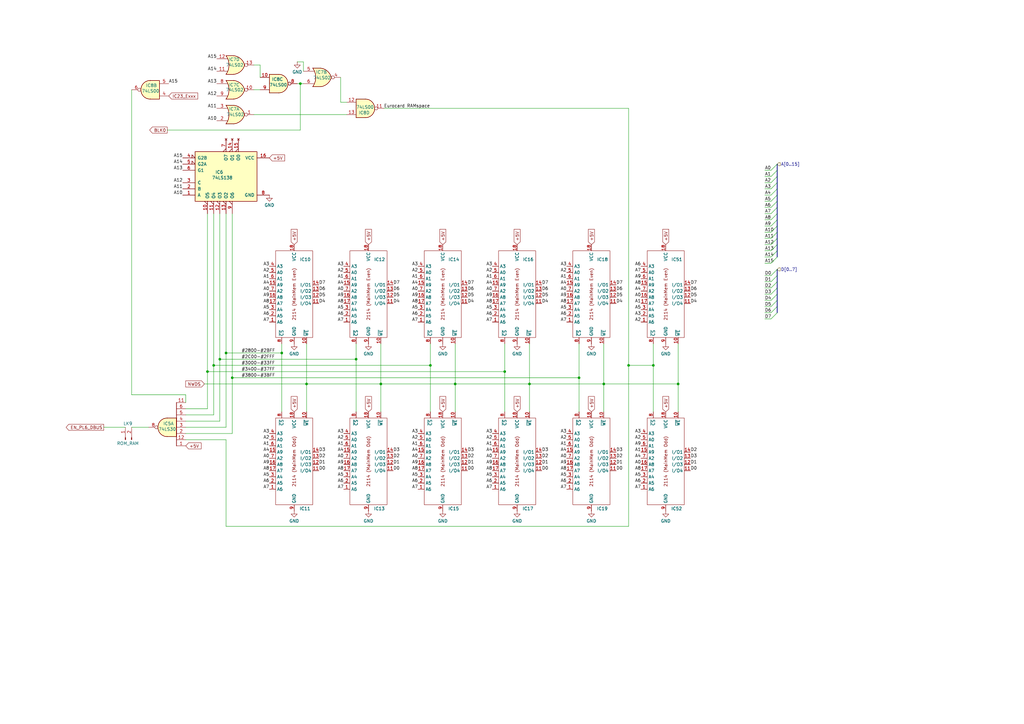
<source format=kicad_sch>
(kicad_sch
	(version 20231120)
	(generator "eeschema")
	(generator_version "8.0")
	(uuid "481bd3c4-b0b8-4475-8204-5fde2dcaac1f")
	(paper "A3")
	(lib_symbols
		(symbol "74xx:74LS00"
			(pin_names
				(offset 1.016)
			)
			(exclude_from_sim no)
			(in_bom yes)
			(on_board yes)
			(property "Reference" "U"
				(at 0 1.27 0)
				(effects
					(font
						(size 1.27 1.27)
					)
				)
			)
			(property "Value" "74LS00"
				(at 0 -1.27 0)
				(effects
					(font
						(size 1.27 1.27)
					)
				)
			)
			(property "Footprint" ""
				(at 0 0 0)
				(effects
					(font
						(size 1.27 1.27)
					)
					(hide yes)
				)
			)
			(property "Datasheet" "http://www.ti.com/lit/gpn/sn74ls00"
				(at 0 0 0)
				(effects
					(font
						(size 1.27 1.27)
					)
					(hide yes)
				)
			)
			(property "Description" "quad 2-input NAND gate"
				(at 0 0 0)
				(effects
					(font
						(size 1.27 1.27)
					)
					(hide yes)
				)
			)
			(property "ki_locked" ""
				(at 0 0 0)
				(effects
					(font
						(size 1.27 1.27)
					)
				)
			)
			(property "ki_keywords" "TTL nand 2-input"
				(at 0 0 0)
				(effects
					(font
						(size 1.27 1.27)
					)
					(hide yes)
				)
			)
			(property "ki_fp_filters" "DIP*W7.62mm* SO14*"
				(at 0 0 0)
				(effects
					(font
						(size 1.27 1.27)
					)
					(hide yes)
				)
			)
			(symbol "74LS00_1_1"
				(arc
					(start 0 -3.81)
					(mid 3.7934 0)
					(end 0 3.81)
					(stroke
						(width 0.254)
						(type default)
					)
					(fill
						(type background)
					)
				)
				(polyline
					(pts
						(xy 0 3.81) (xy -3.81 3.81) (xy -3.81 -3.81) (xy 0 -3.81)
					)
					(stroke
						(width 0.254)
						(type default)
					)
					(fill
						(type background)
					)
				)
				(pin input line
					(at -7.62 2.54 0)
					(length 3.81)
					(name "~"
						(effects
							(font
								(size 1.27 1.27)
							)
						)
					)
					(number "1"
						(effects
							(font
								(size 1.27 1.27)
							)
						)
					)
				)
				(pin input line
					(at -7.62 -2.54 0)
					(length 3.81)
					(name "~"
						(effects
							(font
								(size 1.27 1.27)
							)
						)
					)
					(number "2"
						(effects
							(font
								(size 1.27 1.27)
							)
						)
					)
				)
				(pin output inverted
					(at 7.62 0 180)
					(length 3.81)
					(name "~"
						(effects
							(font
								(size 1.27 1.27)
							)
						)
					)
					(number "3"
						(effects
							(font
								(size 1.27 1.27)
							)
						)
					)
				)
			)
			(symbol "74LS00_1_2"
				(arc
					(start -3.81 -3.81)
					(mid -2.589 0)
					(end -3.81 3.81)
					(stroke
						(width 0.254)
						(type default)
					)
					(fill
						(type none)
					)
				)
				(arc
					(start -0.6096 -3.81)
					(mid 2.1842 -2.5851)
					(end 3.81 0)
					(stroke
						(width 0.254)
						(type default)
					)
					(fill
						(type background)
					)
				)
				(polyline
					(pts
						(xy -3.81 -3.81) (xy -0.635 -3.81)
					)
					(stroke
						(width 0.254)
						(type default)
					)
					(fill
						(type background)
					)
				)
				(polyline
					(pts
						(xy -3.81 3.81) (xy -0.635 3.81)
					)
					(stroke
						(width 0.254)
						(type default)
					)
					(fill
						(type background)
					)
				)
				(polyline
					(pts
						(xy -0.635 3.81) (xy -3.81 3.81) (xy -3.81 3.81) (xy -3.556 3.4036) (xy -3.0226 2.2606) (xy -2.6924 1.0414)
						(xy -2.6162 -0.254) (xy -2.7686 -1.4986) (xy -3.175 -2.7178) (xy -3.81 -3.81) (xy -3.81 -3.81)
						(xy -0.635 -3.81)
					)
					(stroke
						(width -25.4)
						(type default)
					)
					(fill
						(type background)
					)
				)
				(arc
					(start 3.81 0)
					(mid 2.1915 2.5936)
					(end -0.6096 3.81)
					(stroke
						(width 0.254)
						(type default)
					)
					(fill
						(type background)
					)
				)
				(pin input inverted
					(at -7.62 2.54 0)
					(length 4.318)
					(name "~"
						(effects
							(font
								(size 1.27 1.27)
							)
						)
					)
					(number "1"
						(effects
							(font
								(size 1.27 1.27)
							)
						)
					)
				)
				(pin input inverted
					(at -7.62 -2.54 0)
					(length 4.318)
					(name "~"
						(effects
							(font
								(size 1.27 1.27)
							)
						)
					)
					(number "2"
						(effects
							(font
								(size 1.27 1.27)
							)
						)
					)
				)
				(pin output line
					(at 7.62 0 180)
					(length 3.81)
					(name "~"
						(effects
							(font
								(size 1.27 1.27)
							)
						)
					)
					(number "3"
						(effects
							(font
								(size 1.27 1.27)
							)
						)
					)
				)
			)
			(symbol "74LS00_2_1"
				(arc
					(start 0 -3.81)
					(mid 3.7934 0)
					(end 0 3.81)
					(stroke
						(width 0.254)
						(type default)
					)
					(fill
						(type background)
					)
				)
				(polyline
					(pts
						(xy 0 3.81) (xy -3.81 3.81) (xy -3.81 -3.81) (xy 0 -3.81)
					)
					(stroke
						(width 0.254)
						(type default)
					)
					(fill
						(type background)
					)
				)
				(pin input line
					(at -7.62 2.54 0)
					(length 3.81)
					(name "~"
						(effects
							(font
								(size 1.27 1.27)
							)
						)
					)
					(number "4"
						(effects
							(font
								(size 1.27 1.27)
							)
						)
					)
				)
				(pin input line
					(at -7.62 -2.54 0)
					(length 3.81)
					(name "~"
						(effects
							(font
								(size 1.27 1.27)
							)
						)
					)
					(number "5"
						(effects
							(font
								(size 1.27 1.27)
							)
						)
					)
				)
				(pin output inverted
					(at 7.62 0 180)
					(length 3.81)
					(name "~"
						(effects
							(font
								(size 1.27 1.27)
							)
						)
					)
					(number "6"
						(effects
							(font
								(size 1.27 1.27)
							)
						)
					)
				)
			)
			(symbol "74LS00_2_2"
				(arc
					(start -3.81 -3.81)
					(mid -2.589 0)
					(end -3.81 3.81)
					(stroke
						(width 0.254)
						(type default)
					)
					(fill
						(type none)
					)
				)
				(arc
					(start -0.6096 -3.81)
					(mid 2.1842 -2.5851)
					(end 3.81 0)
					(stroke
						(width 0.254)
						(type default)
					)
					(fill
						(type background)
					)
				)
				(polyline
					(pts
						(xy -3.81 -3.81) (xy -0.635 -3.81)
					)
					(stroke
						(width 0.254)
						(type default)
					)
					(fill
						(type background)
					)
				)
				(polyline
					(pts
						(xy -3.81 3.81) (xy -0.635 3.81)
					)
					(stroke
						(width 0.254)
						(type default)
					)
					(fill
						(type background)
					)
				)
				(polyline
					(pts
						(xy -0.635 3.81) (xy -3.81 3.81) (xy -3.81 3.81) (xy -3.556 3.4036) (xy -3.0226 2.2606) (xy -2.6924 1.0414)
						(xy -2.6162 -0.254) (xy -2.7686 -1.4986) (xy -3.175 -2.7178) (xy -3.81 -3.81) (xy -3.81 -3.81)
						(xy -0.635 -3.81)
					)
					(stroke
						(width -25.4)
						(type default)
					)
					(fill
						(type background)
					)
				)
				(arc
					(start 3.81 0)
					(mid 2.1915 2.5936)
					(end -0.6096 3.81)
					(stroke
						(width 0.254)
						(type default)
					)
					(fill
						(type background)
					)
				)
				(pin input inverted
					(at -7.62 2.54 0)
					(length 4.318)
					(name "~"
						(effects
							(font
								(size 1.27 1.27)
							)
						)
					)
					(number "4"
						(effects
							(font
								(size 1.27 1.27)
							)
						)
					)
				)
				(pin input inverted
					(at -7.62 -2.54 0)
					(length 4.318)
					(name "~"
						(effects
							(font
								(size 1.27 1.27)
							)
						)
					)
					(number "5"
						(effects
							(font
								(size 1.27 1.27)
							)
						)
					)
				)
				(pin output line
					(at 7.62 0 180)
					(length 3.81)
					(name "~"
						(effects
							(font
								(size 1.27 1.27)
							)
						)
					)
					(number "6"
						(effects
							(font
								(size 1.27 1.27)
							)
						)
					)
				)
			)
			(symbol "74LS00_3_1"
				(arc
					(start 0 -3.81)
					(mid 3.7934 0)
					(end 0 3.81)
					(stroke
						(width 0.254)
						(type default)
					)
					(fill
						(type background)
					)
				)
				(polyline
					(pts
						(xy 0 3.81) (xy -3.81 3.81) (xy -3.81 -3.81) (xy 0 -3.81)
					)
					(stroke
						(width 0.254)
						(type default)
					)
					(fill
						(type background)
					)
				)
				(pin input line
					(at -7.62 -2.54 0)
					(length 3.81)
					(name "~"
						(effects
							(font
								(size 1.27 1.27)
							)
						)
					)
					(number "10"
						(effects
							(font
								(size 1.27 1.27)
							)
						)
					)
				)
				(pin output inverted
					(at 7.62 0 180)
					(length 3.81)
					(name "~"
						(effects
							(font
								(size 1.27 1.27)
							)
						)
					)
					(number "8"
						(effects
							(font
								(size 1.27 1.27)
							)
						)
					)
				)
				(pin input line
					(at -7.62 2.54 0)
					(length 3.81)
					(name "~"
						(effects
							(font
								(size 1.27 1.27)
							)
						)
					)
					(number "9"
						(effects
							(font
								(size 1.27 1.27)
							)
						)
					)
				)
			)
			(symbol "74LS00_3_2"
				(arc
					(start -3.81 -3.81)
					(mid -2.589 0)
					(end -3.81 3.81)
					(stroke
						(width 0.254)
						(type default)
					)
					(fill
						(type none)
					)
				)
				(arc
					(start -0.6096 -3.81)
					(mid 2.1842 -2.5851)
					(end 3.81 0)
					(stroke
						(width 0.254)
						(type default)
					)
					(fill
						(type background)
					)
				)
				(polyline
					(pts
						(xy -3.81 -3.81) (xy -0.635 -3.81)
					)
					(stroke
						(width 0.254)
						(type default)
					)
					(fill
						(type background)
					)
				)
				(polyline
					(pts
						(xy -3.81 3.81) (xy -0.635 3.81)
					)
					(stroke
						(width 0.254)
						(type default)
					)
					(fill
						(type background)
					)
				)
				(polyline
					(pts
						(xy -0.635 3.81) (xy -3.81 3.81) (xy -3.81 3.81) (xy -3.556 3.4036) (xy -3.0226 2.2606) (xy -2.6924 1.0414)
						(xy -2.6162 -0.254) (xy -2.7686 -1.4986) (xy -3.175 -2.7178) (xy -3.81 -3.81) (xy -3.81 -3.81)
						(xy -0.635 -3.81)
					)
					(stroke
						(width -25.4)
						(type default)
					)
					(fill
						(type background)
					)
				)
				(arc
					(start 3.81 0)
					(mid 2.1915 2.5936)
					(end -0.6096 3.81)
					(stroke
						(width 0.254)
						(type default)
					)
					(fill
						(type background)
					)
				)
				(pin input inverted
					(at -7.62 -2.54 0)
					(length 4.318)
					(name "~"
						(effects
							(font
								(size 1.27 1.27)
							)
						)
					)
					(number "10"
						(effects
							(font
								(size 1.27 1.27)
							)
						)
					)
				)
				(pin output line
					(at 7.62 0 180)
					(length 3.81)
					(name "~"
						(effects
							(font
								(size 1.27 1.27)
							)
						)
					)
					(number "8"
						(effects
							(font
								(size 1.27 1.27)
							)
						)
					)
				)
				(pin input inverted
					(at -7.62 2.54 0)
					(length 4.318)
					(name "~"
						(effects
							(font
								(size 1.27 1.27)
							)
						)
					)
					(number "9"
						(effects
							(font
								(size 1.27 1.27)
							)
						)
					)
				)
			)
			(symbol "74LS00_4_1"
				(arc
					(start 0 -3.81)
					(mid 3.7934 0)
					(end 0 3.81)
					(stroke
						(width 0.254)
						(type default)
					)
					(fill
						(type background)
					)
				)
				(polyline
					(pts
						(xy 0 3.81) (xy -3.81 3.81) (xy -3.81 -3.81) (xy 0 -3.81)
					)
					(stroke
						(width 0.254)
						(type default)
					)
					(fill
						(type background)
					)
				)
				(pin output inverted
					(at 7.62 0 180)
					(length 3.81)
					(name "~"
						(effects
							(font
								(size 1.27 1.27)
							)
						)
					)
					(number "11"
						(effects
							(font
								(size 1.27 1.27)
							)
						)
					)
				)
				(pin input line
					(at -7.62 2.54 0)
					(length 3.81)
					(name "~"
						(effects
							(font
								(size 1.27 1.27)
							)
						)
					)
					(number "12"
						(effects
							(font
								(size 1.27 1.27)
							)
						)
					)
				)
				(pin input line
					(at -7.62 -2.54 0)
					(length 3.81)
					(name "~"
						(effects
							(font
								(size 1.27 1.27)
							)
						)
					)
					(number "13"
						(effects
							(font
								(size 1.27 1.27)
							)
						)
					)
				)
			)
			(symbol "74LS00_4_2"
				(arc
					(start -3.81 -3.81)
					(mid -2.589 0)
					(end -3.81 3.81)
					(stroke
						(width 0.254)
						(type default)
					)
					(fill
						(type none)
					)
				)
				(arc
					(start -0.6096 -3.81)
					(mid 2.1842 -2.5851)
					(end 3.81 0)
					(stroke
						(width 0.254)
						(type default)
					)
					(fill
						(type background)
					)
				)
				(polyline
					(pts
						(xy -3.81 -3.81) (xy -0.635 -3.81)
					)
					(stroke
						(width 0.254)
						(type default)
					)
					(fill
						(type background)
					)
				)
				(polyline
					(pts
						(xy -3.81 3.81) (xy -0.635 3.81)
					)
					(stroke
						(width 0.254)
						(type default)
					)
					(fill
						(type background)
					)
				)
				(polyline
					(pts
						(xy -0.635 3.81) (xy -3.81 3.81) (xy -3.81 3.81) (xy -3.556 3.4036) (xy -3.0226 2.2606) (xy -2.6924 1.0414)
						(xy -2.6162 -0.254) (xy -2.7686 -1.4986) (xy -3.175 -2.7178) (xy -3.81 -3.81) (xy -3.81 -3.81)
						(xy -0.635 -3.81)
					)
					(stroke
						(width -25.4)
						(type default)
					)
					(fill
						(type background)
					)
				)
				(arc
					(start 3.81 0)
					(mid 2.1915 2.5936)
					(end -0.6096 3.81)
					(stroke
						(width 0.254)
						(type default)
					)
					(fill
						(type background)
					)
				)
				(pin output line
					(at 7.62 0 180)
					(length 3.81)
					(name "~"
						(effects
							(font
								(size 1.27 1.27)
							)
						)
					)
					(number "11"
						(effects
							(font
								(size 1.27 1.27)
							)
						)
					)
				)
				(pin input inverted
					(at -7.62 2.54 0)
					(length 4.318)
					(name "~"
						(effects
							(font
								(size 1.27 1.27)
							)
						)
					)
					(number "12"
						(effects
							(font
								(size 1.27 1.27)
							)
						)
					)
				)
				(pin input inverted
					(at -7.62 -2.54 0)
					(length 4.318)
					(name "~"
						(effects
							(font
								(size 1.27 1.27)
							)
						)
					)
					(number "13"
						(effects
							(font
								(size 1.27 1.27)
							)
						)
					)
				)
			)
			(symbol "74LS00_5_0"
				(pin power_in line
					(at 0 12.7 270)
					(length 5.08)
					(name "VCC"
						(effects
							(font
								(size 1.27 1.27)
							)
						)
					)
					(number "14"
						(effects
							(font
								(size 1.27 1.27)
							)
						)
					)
				)
				(pin power_in line
					(at 0 -12.7 90)
					(length 5.08)
					(name "GND"
						(effects
							(font
								(size 1.27 1.27)
							)
						)
					)
					(number "7"
						(effects
							(font
								(size 1.27 1.27)
							)
						)
					)
				)
			)
			(symbol "74LS00_5_1"
				(rectangle
					(start -5.08 7.62)
					(end 5.08 -7.62)
					(stroke
						(width 0.254)
						(type default)
					)
					(fill
						(type background)
					)
				)
			)
		)
		(symbol "74xx:74LS02"
			(pin_names
				(offset 1.016)
			)
			(exclude_from_sim no)
			(in_bom yes)
			(on_board yes)
			(property "Reference" "U"
				(at 0 1.27 0)
				(effects
					(font
						(size 1.27 1.27)
					)
				)
			)
			(property "Value" "74LS02"
				(at 0 -1.27 0)
				(effects
					(font
						(size 1.27 1.27)
					)
				)
			)
			(property "Footprint" ""
				(at 0 0 0)
				(effects
					(font
						(size 1.27 1.27)
					)
					(hide yes)
				)
			)
			(property "Datasheet" "http://www.ti.com/lit/gpn/sn74ls02"
				(at 0 0 0)
				(effects
					(font
						(size 1.27 1.27)
					)
					(hide yes)
				)
			)
			(property "Description" "quad 2-input NOR gate"
				(at 0 0 0)
				(effects
					(font
						(size 1.27 1.27)
					)
					(hide yes)
				)
			)
			(property "ki_locked" ""
				(at 0 0 0)
				(effects
					(font
						(size 1.27 1.27)
					)
				)
			)
			(property "ki_keywords" "TTL Nor2"
				(at 0 0 0)
				(effects
					(font
						(size 1.27 1.27)
					)
					(hide yes)
				)
			)
			(property "ki_fp_filters" "SO14* DIP*W7.62mm*"
				(at 0 0 0)
				(effects
					(font
						(size 1.27 1.27)
					)
					(hide yes)
				)
			)
			(symbol "74LS02_1_1"
				(arc
					(start -3.81 -3.81)
					(mid -2.589 0)
					(end -3.81 3.81)
					(stroke
						(width 0.254)
						(type default)
					)
					(fill
						(type none)
					)
				)
				(arc
					(start -0.6096 -3.81)
					(mid 2.1842 -2.5851)
					(end 3.81 0)
					(stroke
						(width 0.254)
						(type default)
					)
					(fill
						(type background)
					)
				)
				(polyline
					(pts
						(xy -3.81 -3.81) (xy -0.635 -3.81)
					)
					(stroke
						(width 0.254)
						(type default)
					)
					(fill
						(type background)
					)
				)
				(polyline
					(pts
						(xy -3.81 3.81) (xy -0.635 3.81)
					)
					(stroke
						(width 0.254)
						(type default)
					)
					(fill
						(type background)
					)
				)
				(polyline
					(pts
						(xy -0.635 3.81) (xy -3.81 3.81) (xy -3.81 3.81) (xy -3.556 3.4036) (xy -3.0226 2.2606) (xy -2.6924 1.0414)
						(xy -2.6162 -0.254) (xy -2.7686 -1.4986) (xy -3.175 -2.7178) (xy -3.81 -3.81) (xy -3.81 -3.81)
						(xy -0.635 -3.81)
					)
					(stroke
						(width -25.4)
						(type default)
					)
					(fill
						(type background)
					)
				)
				(arc
					(start 3.81 0)
					(mid 2.1915 2.5936)
					(end -0.6096 3.81)
					(stroke
						(width 0.254)
						(type default)
					)
					(fill
						(type background)
					)
				)
				(pin output inverted
					(at 7.62 0 180)
					(length 3.81)
					(name "~"
						(effects
							(font
								(size 1.27 1.27)
							)
						)
					)
					(number "1"
						(effects
							(font
								(size 1.27 1.27)
							)
						)
					)
				)
				(pin input line
					(at -7.62 2.54 0)
					(length 4.318)
					(name "~"
						(effects
							(font
								(size 1.27 1.27)
							)
						)
					)
					(number "2"
						(effects
							(font
								(size 1.27 1.27)
							)
						)
					)
				)
				(pin input line
					(at -7.62 -2.54 0)
					(length 4.318)
					(name "~"
						(effects
							(font
								(size 1.27 1.27)
							)
						)
					)
					(number "3"
						(effects
							(font
								(size 1.27 1.27)
							)
						)
					)
				)
			)
			(symbol "74LS02_1_2"
				(arc
					(start 0 -3.81)
					(mid 3.7934 0)
					(end 0 3.81)
					(stroke
						(width 0.254)
						(type default)
					)
					(fill
						(type background)
					)
				)
				(polyline
					(pts
						(xy 0 3.81) (xy -3.81 3.81) (xy -3.81 -3.81) (xy 0 -3.81)
					)
					(stroke
						(width 0.254)
						(type default)
					)
					(fill
						(type background)
					)
				)
				(pin output line
					(at 7.62 0 180)
					(length 3.81)
					(name "~"
						(effects
							(font
								(size 1.27 1.27)
							)
						)
					)
					(number "1"
						(effects
							(font
								(size 1.27 1.27)
							)
						)
					)
				)
				(pin input inverted
					(at -7.62 2.54 0)
					(length 3.81)
					(name "~"
						(effects
							(font
								(size 1.27 1.27)
							)
						)
					)
					(number "2"
						(effects
							(font
								(size 1.27 1.27)
							)
						)
					)
				)
				(pin input inverted
					(at -7.62 -2.54 0)
					(length 3.81)
					(name "~"
						(effects
							(font
								(size 1.27 1.27)
							)
						)
					)
					(number "3"
						(effects
							(font
								(size 1.27 1.27)
							)
						)
					)
				)
			)
			(symbol "74LS02_2_1"
				(arc
					(start -3.81 -3.81)
					(mid -2.589 0)
					(end -3.81 3.81)
					(stroke
						(width 0.254)
						(type default)
					)
					(fill
						(type none)
					)
				)
				(arc
					(start -0.6096 -3.81)
					(mid 2.1842 -2.5851)
					(end 3.81 0)
					(stroke
						(width 0.254)
						(type default)
					)
					(fill
						(type background)
					)
				)
				(polyline
					(pts
						(xy -3.81 -3.81) (xy -0.635 -3.81)
					)
					(stroke
						(width 0.254)
						(type default)
					)
					(fill
						(type background)
					)
				)
				(polyline
					(pts
						(xy -3.81 3.81) (xy -0.635 3.81)
					)
					(stroke
						(width 0.254)
						(type default)
					)
					(fill
						(type background)
					)
				)
				(polyline
					(pts
						(xy -0.635 3.81) (xy -3.81 3.81) (xy -3.81 3.81) (xy -3.556 3.4036) (xy -3.0226 2.2606) (xy -2.6924 1.0414)
						(xy -2.6162 -0.254) (xy -2.7686 -1.4986) (xy -3.175 -2.7178) (xy -3.81 -3.81) (xy -3.81 -3.81)
						(xy -0.635 -3.81)
					)
					(stroke
						(width -25.4)
						(type default)
					)
					(fill
						(type background)
					)
				)
				(arc
					(start 3.81 0)
					(mid 2.1915 2.5936)
					(end -0.6096 3.81)
					(stroke
						(width 0.254)
						(type default)
					)
					(fill
						(type background)
					)
				)
				(pin output inverted
					(at 7.62 0 180)
					(length 3.81)
					(name "~"
						(effects
							(font
								(size 1.27 1.27)
							)
						)
					)
					(number "4"
						(effects
							(font
								(size 1.27 1.27)
							)
						)
					)
				)
				(pin input line
					(at -7.62 2.54 0)
					(length 4.318)
					(name "~"
						(effects
							(font
								(size 1.27 1.27)
							)
						)
					)
					(number "5"
						(effects
							(font
								(size 1.27 1.27)
							)
						)
					)
				)
				(pin input line
					(at -7.62 -2.54 0)
					(length 4.318)
					(name "~"
						(effects
							(font
								(size 1.27 1.27)
							)
						)
					)
					(number "6"
						(effects
							(font
								(size 1.27 1.27)
							)
						)
					)
				)
			)
			(symbol "74LS02_2_2"
				(arc
					(start 0 -3.81)
					(mid 3.7934 0)
					(end 0 3.81)
					(stroke
						(width 0.254)
						(type default)
					)
					(fill
						(type background)
					)
				)
				(polyline
					(pts
						(xy 0 3.81) (xy -3.81 3.81) (xy -3.81 -3.81) (xy 0 -3.81)
					)
					(stroke
						(width 0.254)
						(type default)
					)
					(fill
						(type background)
					)
				)
				(pin output line
					(at 7.62 0 180)
					(length 3.81)
					(name "~"
						(effects
							(font
								(size 1.27 1.27)
							)
						)
					)
					(number "4"
						(effects
							(font
								(size 1.27 1.27)
							)
						)
					)
				)
				(pin input inverted
					(at -7.62 2.54 0)
					(length 3.81)
					(name "~"
						(effects
							(font
								(size 1.27 1.27)
							)
						)
					)
					(number "5"
						(effects
							(font
								(size 1.27 1.27)
							)
						)
					)
				)
				(pin input inverted
					(at -7.62 -2.54 0)
					(length 3.81)
					(name "~"
						(effects
							(font
								(size 1.27 1.27)
							)
						)
					)
					(number "6"
						(effects
							(font
								(size 1.27 1.27)
							)
						)
					)
				)
			)
			(symbol "74LS02_3_1"
				(arc
					(start -3.81 -3.81)
					(mid -2.589 0)
					(end -3.81 3.81)
					(stroke
						(width 0.254)
						(type default)
					)
					(fill
						(type none)
					)
				)
				(arc
					(start -0.6096 -3.81)
					(mid 2.1842 -2.5851)
					(end 3.81 0)
					(stroke
						(width 0.254)
						(type default)
					)
					(fill
						(type background)
					)
				)
				(polyline
					(pts
						(xy -3.81 -3.81) (xy -0.635 -3.81)
					)
					(stroke
						(width 0.254)
						(type default)
					)
					(fill
						(type background)
					)
				)
				(polyline
					(pts
						(xy -3.81 3.81) (xy -0.635 3.81)
					)
					(stroke
						(width 0.254)
						(type default)
					)
					(fill
						(type background)
					)
				)
				(polyline
					(pts
						(xy -0.635 3.81) (xy -3.81 3.81) (xy -3.81 3.81) (xy -3.556 3.4036) (xy -3.0226 2.2606) (xy -2.6924 1.0414)
						(xy -2.6162 -0.254) (xy -2.7686 -1.4986) (xy -3.175 -2.7178) (xy -3.81 -3.81) (xy -3.81 -3.81)
						(xy -0.635 -3.81)
					)
					(stroke
						(width -25.4)
						(type default)
					)
					(fill
						(type background)
					)
				)
				(arc
					(start 3.81 0)
					(mid 2.1915 2.5936)
					(end -0.6096 3.81)
					(stroke
						(width 0.254)
						(type default)
					)
					(fill
						(type background)
					)
				)
				(pin output inverted
					(at 7.62 0 180)
					(length 3.81)
					(name "~"
						(effects
							(font
								(size 1.27 1.27)
							)
						)
					)
					(number "10"
						(effects
							(font
								(size 1.27 1.27)
							)
						)
					)
				)
				(pin input line
					(at -7.62 2.54 0)
					(length 4.318)
					(name "~"
						(effects
							(font
								(size 1.27 1.27)
							)
						)
					)
					(number "8"
						(effects
							(font
								(size 1.27 1.27)
							)
						)
					)
				)
				(pin input line
					(at -7.62 -2.54 0)
					(length 4.318)
					(name "~"
						(effects
							(font
								(size 1.27 1.27)
							)
						)
					)
					(number "9"
						(effects
							(font
								(size 1.27 1.27)
							)
						)
					)
				)
			)
			(symbol "74LS02_3_2"
				(arc
					(start 0 -3.81)
					(mid 3.7934 0)
					(end 0 3.81)
					(stroke
						(width 0.254)
						(type default)
					)
					(fill
						(type background)
					)
				)
				(polyline
					(pts
						(xy 0 3.81) (xy -3.81 3.81) (xy -3.81 -3.81) (xy 0 -3.81)
					)
					(stroke
						(width 0.254)
						(type default)
					)
					(fill
						(type background)
					)
				)
				(pin output line
					(at 7.62 0 180)
					(length 3.81)
					(name "~"
						(effects
							(font
								(size 1.27 1.27)
							)
						)
					)
					(number "10"
						(effects
							(font
								(size 1.27 1.27)
							)
						)
					)
				)
				(pin input inverted
					(at -7.62 2.54 0)
					(length 3.81)
					(name "~"
						(effects
							(font
								(size 1.27 1.27)
							)
						)
					)
					(number "8"
						(effects
							(font
								(size 1.27 1.27)
							)
						)
					)
				)
				(pin input inverted
					(at -7.62 -2.54 0)
					(length 3.81)
					(name "~"
						(effects
							(font
								(size 1.27 1.27)
							)
						)
					)
					(number "9"
						(effects
							(font
								(size 1.27 1.27)
							)
						)
					)
				)
			)
			(symbol "74LS02_4_1"
				(arc
					(start -3.81 -3.81)
					(mid -2.589 0)
					(end -3.81 3.81)
					(stroke
						(width 0.254)
						(type default)
					)
					(fill
						(type none)
					)
				)
				(arc
					(start -0.6096 -3.81)
					(mid 2.1842 -2.5851)
					(end 3.81 0)
					(stroke
						(width 0.254)
						(type default)
					)
					(fill
						(type background)
					)
				)
				(polyline
					(pts
						(xy -3.81 -3.81) (xy -0.635 -3.81)
					)
					(stroke
						(width 0.254)
						(type default)
					)
					(fill
						(type background)
					)
				)
				(polyline
					(pts
						(xy -3.81 3.81) (xy -0.635 3.81)
					)
					(stroke
						(width 0.254)
						(type default)
					)
					(fill
						(type background)
					)
				)
				(polyline
					(pts
						(xy -0.635 3.81) (xy -3.81 3.81) (xy -3.81 3.81) (xy -3.556 3.4036) (xy -3.0226 2.2606) (xy -2.6924 1.0414)
						(xy -2.6162 -0.254) (xy -2.7686 -1.4986) (xy -3.175 -2.7178) (xy -3.81 -3.81) (xy -3.81 -3.81)
						(xy -0.635 -3.81)
					)
					(stroke
						(width -25.4)
						(type default)
					)
					(fill
						(type background)
					)
				)
				(arc
					(start 3.81 0)
					(mid 2.1915 2.5936)
					(end -0.6096 3.81)
					(stroke
						(width 0.254)
						(type default)
					)
					(fill
						(type background)
					)
				)
				(pin input line
					(at -7.62 2.54 0)
					(length 4.318)
					(name "~"
						(effects
							(font
								(size 1.27 1.27)
							)
						)
					)
					(number "11"
						(effects
							(font
								(size 1.27 1.27)
							)
						)
					)
				)
				(pin input line
					(at -7.62 -2.54 0)
					(length 4.318)
					(name "~"
						(effects
							(font
								(size 1.27 1.27)
							)
						)
					)
					(number "12"
						(effects
							(font
								(size 1.27 1.27)
							)
						)
					)
				)
				(pin output inverted
					(at 7.62 0 180)
					(length 3.81)
					(name "~"
						(effects
							(font
								(size 1.27 1.27)
							)
						)
					)
					(number "13"
						(effects
							(font
								(size 1.27 1.27)
							)
						)
					)
				)
			)
			(symbol "74LS02_4_2"
				(arc
					(start 0 -3.81)
					(mid 3.7934 0)
					(end 0 3.81)
					(stroke
						(width 0.254)
						(type default)
					)
					(fill
						(type background)
					)
				)
				(polyline
					(pts
						(xy 0 3.81) (xy -3.81 3.81) (xy -3.81 -3.81) (xy 0 -3.81)
					)
					(stroke
						(width 0.254)
						(type default)
					)
					(fill
						(type background)
					)
				)
				(pin input inverted
					(at -7.62 2.54 0)
					(length 3.81)
					(name "~"
						(effects
							(font
								(size 1.27 1.27)
							)
						)
					)
					(number "11"
						(effects
							(font
								(size 1.27 1.27)
							)
						)
					)
				)
				(pin input inverted
					(at -7.62 -2.54 0)
					(length 3.81)
					(name "~"
						(effects
							(font
								(size 1.27 1.27)
							)
						)
					)
					(number "12"
						(effects
							(font
								(size 1.27 1.27)
							)
						)
					)
				)
				(pin output line
					(at 7.62 0 180)
					(length 3.81)
					(name "~"
						(effects
							(font
								(size 1.27 1.27)
							)
						)
					)
					(number "13"
						(effects
							(font
								(size 1.27 1.27)
							)
						)
					)
				)
			)
			(symbol "74LS02_5_0"
				(pin power_in line
					(at 0 12.7 270)
					(length 5.08)
					(name "VCC"
						(effects
							(font
								(size 1.27 1.27)
							)
						)
					)
					(number "14"
						(effects
							(font
								(size 1.27 1.27)
							)
						)
					)
				)
				(pin power_in line
					(at 0 -12.7 90)
					(length 5.08)
					(name "GND"
						(effects
							(font
								(size 1.27 1.27)
							)
						)
					)
					(number "7"
						(effects
							(font
								(size 1.27 1.27)
							)
						)
					)
				)
			)
			(symbol "74LS02_5_1"
				(rectangle
					(start -5.08 7.62)
					(end 5.08 -7.62)
					(stroke
						(width 0.254)
						(type default)
					)
					(fill
						(type background)
					)
				)
			)
		)
		(symbol "74xx:74LS30"
			(pin_names
				(offset 1.016)
			)
			(exclude_from_sim no)
			(in_bom yes)
			(on_board yes)
			(property "Reference" "IC5"
				(at -0.508 -1.524 0)
				(effects
					(font
						(size 1.27 1.27)
					)
				)
			)
			(property "Value" "74LS30"
				(at 0 0.762 0)
				(effects
					(font
						(size 1.27 1.27)
					)
				)
			)
			(property "Footprint" ""
				(at 0 0 0)
				(effects
					(font
						(size 1.27 1.27)
					)
					(hide yes)
				)
			)
			(property "Datasheet" "http://www.ti.com/lit/gpn/sn74LS30"
				(at 0 0 0)
				(effects
					(font
						(size 1.27 1.27)
					)
					(hide yes)
				)
			)
			(property "Description" "8-input NAND"
				(at 0 0 0)
				(effects
					(font
						(size 1.27 1.27)
					)
					(hide yes)
				)
			)
			(property "ki_locked" ""
				(at 0 0 0)
				(effects
					(font
						(size 1.27 1.27)
					)
				)
			)
			(property "ki_keywords" "TTL Nand8"
				(at 0 0 0)
				(effects
					(font
						(size 1.27 1.27)
					)
					(hide yes)
				)
			)
			(property "ki_fp_filters" "DIP*W7.62mm*"
				(at 0 0 0)
				(effects
					(font
						(size 1.27 1.27)
					)
					(hide yes)
				)
			)
			(symbol "74LS30_1_1"
				(arc
					(start 0 -3.81)
					(mid 3.7934 0)
					(end 0 3.81)
					(stroke
						(width 0.254)
						(type default)
					)
					(fill
						(type background)
					)
				)
				(polyline
					(pts
						(xy -3.81 7.62) (xy -3.81 -10.16)
					)
					(stroke
						(width 0.254)
						(type default)
					)
					(fill
						(type none)
					)
				)
				(polyline
					(pts
						(xy 0 3.81) (xy -3.81 3.81) (xy -3.81 -3.81) (xy 0 -3.81)
					)
					(stroke
						(width 0.254)
						(type default)
					)
					(fill
						(type background)
					)
				)
				(pin input line
					(at -7.62 7.62 0)
					(length 3.81)
					(name "~"
						(effects
							(font
								(size 1.27 1.27)
							)
						)
					)
					(number "1"
						(effects
							(font
								(size 1.27 1.27)
							)
						)
					)
				)
				(pin input line
					(at -7.62 -10.16 0)
					(length 3.81)
					(name "~"
						(effects
							(font
								(size 1.27 1.27)
							)
						)
					)
					(number "11"
						(effects
							(font
								(size 1.27 1.27)
							)
						)
					)
				)
				(pin input line
					(at -7.62 5.08 0)
					(length 3.81)
					(name "~"
						(effects
							(font
								(size 1.27 1.27)
							)
						)
					)
					(number "12"
						(effects
							(font
								(size 1.27 1.27)
							)
						)
					)
				)
				(pin input line
					(at -7.62 2.54 0)
					(length 3.81)
					(name "~"
						(effects
							(font
								(size 1.27 1.27)
							)
						)
					)
					(number "2"
						(effects
							(font
								(size 1.27 1.27)
							)
						)
					)
				)
				(pin input line
					(at -7.62 0 0)
					(length 3.81)
					(name "~"
						(effects
							(font
								(size 1.27 1.27)
							)
						)
					)
					(number "3"
						(effects
							(font
								(size 1.27 1.27)
							)
						)
					)
				)
				(pin input line
					(at -7.62 -2.54 0)
					(length 3.81)
					(name "~"
						(effects
							(font
								(size 1.27 1.27)
							)
						)
					)
					(number "4"
						(effects
							(font
								(size 1.27 1.27)
							)
						)
					)
				)
				(pin input line
					(at -7.62 -5.08 0)
					(length 3.81)
					(name "~"
						(effects
							(font
								(size 1.27 1.27)
							)
						)
					)
					(number "5"
						(effects
							(font
								(size 1.27 1.27)
							)
						)
					)
				)
				(pin input line
					(at -7.62 -7.62 0)
					(length 3.81)
					(name "~"
						(effects
							(font
								(size 1.27 1.27)
							)
						)
					)
					(number "6"
						(effects
							(font
								(size 1.27 1.27)
							)
						)
					)
				)
				(pin output inverted
					(at 7.62 0 180)
					(length 3.81)
					(name "~"
						(effects
							(font
								(size 1.27 1.27)
							)
						)
					)
					(number "8"
						(effects
							(font
								(size 1.27 1.27)
							)
						)
					)
				)
			)
			(symbol "74LS30_1_2"
				(arc
					(start -3.81 -3.81)
					(mid -2.589 0)
					(end -3.81 3.81)
					(stroke
						(width 0.254)
						(type default)
					)
					(fill
						(type none)
					)
				)
				(arc
					(start -0.6096 -3.81)
					(mid 2.1842 -2.5851)
					(end 3.81 0)
					(stroke
						(width 0.254)
						(type default)
					)
					(fill
						(type background)
					)
				)
				(polyline
					(pts
						(xy -3.81 -3.81) (xy -3.81 -10.16)
					)
					(stroke
						(width 0.254)
						(type default)
					)
					(fill
						(type none)
					)
				)
				(polyline
					(pts
						(xy -3.81 -3.81) (xy -0.635 -3.81)
					)
					(stroke
						(width 0.254)
						(type default)
					)
					(fill
						(type background)
					)
				)
				(polyline
					(pts
						(xy -3.81 3.81) (xy -0.635 3.81)
					)
					(stroke
						(width 0.254)
						(type default)
					)
					(fill
						(type background)
					)
				)
				(polyline
					(pts
						(xy -3.81 7.62) (xy -3.81 3.81)
					)
					(stroke
						(width 0.254)
						(type default)
					)
					(fill
						(type none)
					)
				)
				(polyline
					(pts
						(xy -0.635 3.81) (xy -3.81 3.81) (xy -3.81 3.81) (xy -3.556 3.4036) (xy -3.0226 2.2606) (xy -2.6924 1.0414)
						(xy -2.6162 -0.254) (xy -2.7686 -1.4986) (xy -3.175 -2.7178) (xy -3.81 -3.81) (xy -3.81 -3.81)
						(xy -0.635 -3.81)
					)
					(stroke
						(width -25.4)
						(type default)
					)
					(fill
						(type background)
					)
				)
				(arc
					(start 3.81 0)
					(mid 2.1915 2.5936)
					(end -0.6096 3.81)
					(stroke
						(width 0.254)
						(type default)
					)
					(fill
						(type background)
					)
				)
				(pin input inverted
					(at -7.62 7.62 0)
					(length 3.81)
					(name "~"
						(effects
							(font
								(size 1.27 1.27)
							)
						)
					)
					(number "1"
						(effects
							(font
								(size 1.27 1.27)
							)
						)
					)
				)
				(pin input inverted
					(at -7.62 -7.62 0)
					(length 3.81)
					(name "~"
						(effects
							(font
								(size 1.27 1.27)
							)
						)
					)
					(number "11"
						(effects
							(font
								(size 1.27 1.27)
							)
						)
					)
				)
				(pin input inverted
					(at -7.62 -10.16 0)
					(length 3.81)
					(name "~"
						(effects
							(font
								(size 1.27 1.27)
							)
						)
					)
					(number "12"
						(effects
							(font
								(size 1.27 1.27)
							)
						)
					)
				)
				(pin input inverted
					(at -7.62 5.08 0)
					(length 3.81)
					(name "~"
						(effects
							(font
								(size 1.27 1.27)
							)
						)
					)
					(number "2"
						(effects
							(font
								(size 1.27 1.27)
							)
						)
					)
				)
				(pin input inverted
					(at -7.62 2.54 0)
					(length 4.5466)
					(name "~"
						(effects
							(font
								(size 1.27 1.27)
							)
						)
					)
					(number "3"
						(effects
							(font
								(size 1.27 1.27)
							)
						)
					)
				)
				(pin input inverted
					(at -7.62 0 0)
					(length 5.08)
					(name "~"
						(effects
							(font
								(size 1.27 1.27)
							)
						)
					)
					(number "4"
						(effects
							(font
								(size 1.27 1.27)
							)
						)
					)
				)
				(pin input inverted
					(at -7.62 -2.54 0)
					(length 4.5466)
					(name "~"
						(effects
							(font
								(size 1.27 1.27)
							)
						)
					)
					(number "5"
						(effects
							(font
								(size 1.27 1.27)
							)
						)
					)
				)
				(pin input inverted
					(at -7.62 -5.08 0)
					(length 3.81)
					(name "~"
						(effects
							(font
								(size 1.27 1.27)
							)
						)
					)
					(number "6"
						(effects
							(font
								(size 1.27 1.27)
							)
						)
					)
				)
				(pin output line
					(at 7.62 0 180)
					(length 3.81)
					(name "~"
						(effects
							(font
								(size 1.27 1.27)
							)
						)
					)
					(number "8"
						(effects
							(font
								(size 1.27 1.27)
							)
						)
					)
				)
			)
			(symbol "74LS30_2_0"
				(pin power_in line
					(at 0 12.7 270)
					(length 5.08)
					(name "VCC"
						(effects
							(font
								(size 1.27 1.27)
							)
						)
					)
					(number "14"
						(effects
							(font
								(size 1.27 1.27)
							)
						)
					)
				)
				(pin power_in line
					(at 0 -12.7 90)
					(length 5.08)
					(name "GND"
						(effects
							(font
								(size 1.27 1.27)
							)
						)
					)
					(number "7"
						(effects
							(font
								(size 1.27 1.27)
							)
						)
					)
				)
			)
			(symbol "74LS30_2_1"
				(rectangle
					(start -5.08 7.62)
					(end 5.08 -7.62)
					(stroke
						(width 0.254)
						(type default)
					)
					(fill
						(type background)
					)
				)
			)
		)
		(symbol "Connector:Conn_01x02_Pin"
			(pin_names
				(offset 1.016) hide)
			(exclude_from_sim no)
			(in_bom yes)
			(on_board yes)
			(property "Reference" "J"
				(at 0 2.54 0)
				(effects
					(font
						(size 1.27 1.27)
					)
				)
			)
			(property "Value" "Conn_01x02_Pin"
				(at 0 -5.08 0)
				(effects
					(font
						(size 1.27 1.27)
					)
				)
			)
			(property "Footprint" ""
				(at 0 0 0)
				(effects
					(font
						(size 1.27 1.27)
					)
					(hide yes)
				)
			)
			(property "Datasheet" "~"
				(at 0 0 0)
				(effects
					(font
						(size 1.27 1.27)
					)
					(hide yes)
				)
			)
			(property "Description" "Generic connector, single row, 01x02, script generated"
				(at 0 0 0)
				(effects
					(font
						(size 1.27 1.27)
					)
					(hide yes)
				)
			)
			(property "ki_locked" ""
				(at 0 0 0)
				(effects
					(font
						(size 1.27 1.27)
					)
				)
			)
			(property "ki_keywords" "connector"
				(at 0 0 0)
				(effects
					(font
						(size 1.27 1.27)
					)
					(hide yes)
				)
			)
			(property "ki_fp_filters" "Connector*:*_1x??_*"
				(at 0 0 0)
				(effects
					(font
						(size 1.27 1.27)
					)
					(hide yes)
				)
			)
			(symbol "Conn_01x02_Pin_1_1"
				(polyline
					(pts
						(xy 1.27 -2.54) (xy 0.8636 -2.54)
					)
					(stroke
						(width 0.1524)
						(type default)
					)
					(fill
						(type none)
					)
				)
				(polyline
					(pts
						(xy 1.27 0) (xy 0.8636 0)
					)
					(stroke
						(width 0.1524)
						(type default)
					)
					(fill
						(type none)
					)
				)
				(rectangle
					(start 0.8636 -2.413)
					(end 0 -2.667)
					(stroke
						(width 0.1524)
						(type default)
					)
					(fill
						(type outline)
					)
				)
				(rectangle
					(start 0.8636 0.127)
					(end 0 -0.127)
					(stroke
						(width 0.1524)
						(type default)
					)
					(fill
						(type outline)
					)
				)
				(pin passive line
					(at 5.08 0 180)
					(length 3.81)
					(name "Pin_1"
						(effects
							(font
								(size 1.27 1.27)
							)
						)
					)
					(number "1"
						(effects
							(font
								(size 1.27 1.27)
							)
						)
					)
				)
				(pin passive line
					(at 5.08 -2.54 180)
					(length 3.81)
					(name "Pin_2"
						(effects
							(font
								(size 1.27 1.27)
							)
						)
					)
					(number "2"
						(effects
							(font
								(size 1.27 1.27)
							)
						)
					)
				)
			)
		)
		(symbol "John Atom Components:2114_(MainMem_Even)"
			(exclude_from_sim no)
			(in_bom yes)
			(on_board yes)
			(property "Reference" "IC10"
				(at 2.54 12.7 0)
				(effects
					(font
						(size 1.27 1.27)
					)
					(justify left)
				)
			)
			(property "Value" "~"
				(at 2.1941 19.9001 0)
				(effects
					(font
						(size 1.27 1.27)
					)
					(justify left)
				)
			)
			(property "Footprint" ""
				(at 0 0 0)
				(effects
					(font
						(size 1.27 1.27)
					)
					(hide yes)
				)
			)
			(property "Datasheet" ""
				(at 0 0 0)
				(effects
					(font
						(size 1.27 1.27)
					)
					(hide yes)
				)
			)
			(property "Description" ""
				(at 0 0 0)
				(effects
					(font
						(size 1.27 1.27)
					)
					(hide yes)
				)
			)
			(symbol "2114_(MainMem_Even)_0_1"
				(rectangle
					(start -7.62 17.78)
					(end 7.62 -17.78)
					(stroke
						(width 0)
						(type default)
					)
					(fill
						(type none)
					)
				)
			)
			(symbol "2114_(MainMem_Even)_1_1"
				(text "2114 (MainMem Even)"
					(at 0 0 900)
					(effects
						(font
							(size 1.27 1.27)
						)
					)
				)
				(pin input line
					(at -10.16 -11.43 0)
					(length 2.54)
					(name "A6"
						(effects
							(font
								(size 1.27 1.27)
							)
						)
					)
					(number "1"
						(effects
							(font
								(size 1.27 1.27)
							)
						)
					)
				)
				(pin input line
					(at 5.08 -20.32 90)
					(length 2.54)
					(name "~{WE}"
						(effects
							(font
								(size 1.27 1.27)
							)
						)
					)
					(number "10"
						(effects
							(font
								(size 1.27 1.27)
							)
						)
					)
				)
				(pin bidirectional line
					(at 10.16 -3.81 180)
					(length 2.54)
					(name "I/O4"
						(effects
							(font
								(size 1.27 1.27)
							)
						)
					)
					(number "11"
						(effects
							(font
								(size 1.27 1.27)
							)
						)
					)
				)
				(pin bidirectional line
					(at 10.16 -1.27 180)
					(length 2.54)
					(name "I/O3"
						(effects
							(font
								(size 1.27 1.27)
							)
						)
					)
					(number "12"
						(effects
							(font
								(size 1.27 1.27)
							)
						)
					)
				)
				(pin bidirectional line
					(at 10.16 1.27 180)
					(length 2.54)
					(name "I/O2"
						(effects
							(font
								(size 1.27 1.27)
							)
						)
					)
					(number "13"
						(effects
							(font
								(size 1.27 1.27)
							)
						)
					)
				)
				(pin bidirectional line
					(at 10.16 3.81 180)
					(length 2.54)
					(name "I/O1"
						(effects
							(font
								(size 1.27 1.27)
							)
						)
					)
					(number "14"
						(effects
							(font
								(size 1.27 1.27)
							)
						)
					)
				)
				(pin input line
					(at -10.16 3.81 0)
					(length 2.54)
					(name "A9"
						(effects
							(font
								(size 1.27 1.27)
							)
						)
					)
					(number "15"
						(effects
							(font
								(size 1.27 1.27)
							)
						)
					)
				)
				(pin input line
					(at -10.16 -1.27 0)
					(length 2.54)
					(name "A8"
						(effects
							(font
								(size 1.27 1.27)
							)
						)
					)
					(number "16"
						(effects
							(font
								(size 1.27 1.27)
							)
						)
					)
				)
				(pin input line
					(at -10.16 -3.81 0)
					(length 2.54)
					(name "A7"
						(effects
							(font
								(size 1.27 1.27)
							)
						)
					)
					(number "17"
						(effects
							(font
								(size 1.27 1.27)
							)
						)
					)
				)
				(pin power_in line
					(at 0 20.32 270)
					(length 2.54)
					(name "VCC"
						(effects
							(font
								(size 1.27 1.27)
							)
						)
					)
					(number "18"
						(effects
							(font
								(size 1.27 1.27)
							)
						)
					)
				)
				(pin input line
					(at -10.16 -8.89 0)
					(length 2.54)
					(name "A5"
						(effects
							(font
								(size 1.27 1.27)
							)
						)
					)
					(number "2"
						(effects
							(font
								(size 1.27 1.27)
							)
						)
					)
				)
				(pin input line
					(at -10.16 -6.35 0)
					(length 2.54)
					(name "A4"
						(effects
							(font
								(size 1.27 1.27)
							)
						)
					)
					(number "3"
						(effects
							(font
								(size 1.27 1.27)
							)
						)
					)
				)
				(pin input line
					(at -10.16 11.43 0)
					(length 2.54)
					(name "A3"
						(effects
							(font
								(size 1.27 1.27)
							)
						)
					)
					(number "4"
						(effects
							(font
								(size 1.27 1.27)
							)
						)
					)
				)
				(pin input line
					(at -10.16 8.89 0)
					(length 2.54)
					(name "A0"
						(effects
							(font
								(size 1.27 1.27)
							)
						)
					)
					(number "5"
						(effects
							(font
								(size 1.27 1.27)
							)
						)
					)
				)
				(pin input line
					(at -10.16 6.35 0)
					(length 2.54)
					(name "A1"
						(effects
							(font
								(size 1.27 1.27)
							)
						)
					)
					(number "6"
						(effects
							(font
								(size 1.27 1.27)
							)
						)
					)
				)
				(pin input line
					(at -10.16 1.27 0)
					(length 2.54)
					(name "A2"
						(effects
							(font
								(size 1.27 1.27)
							)
						)
					)
					(number "7"
						(effects
							(font
								(size 1.27 1.27)
							)
						)
					)
				)
				(pin input line
					(at -5.08 -20.32 90)
					(length 2.54)
					(name "~{CS}"
						(effects
							(font
								(size 1.27 1.27)
							)
						)
					)
					(number "8"
						(effects
							(font
								(size 1.27 1.27)
							)
						)
					)
				)
				(pin power_in line
					(at 0 -20.32 90)
					(length 2.54)
					(name "GND"
						(effects
							(font
								(size 1.27 1.27)
							)
						)
					)
					(number "9"
						(effects
							(font
								(size 1.27 1.27)
							)
						)
					)
				)
			)
		)
		(symbol "John Atom Components:2114_(MainMem_Odd)"
			(exclude_from_sim no)
			(in_bom yes)
			(on_board yes)
			(property "Reference" "IC10"
				(at 2.54 -10.16 0)
				(effects
					(font
						(size 1.27 1.27)
					)
					(justify left)
				)
			)
			(property "Value" "~"
				(at 2.1941 19.9001 0)
				(effects
					(font
						(size 1.27 1.27)
					)
					(justify left)
				)
			)
			(property "Footprint" ""
				(at 0 0 0)
				(effects
					(font
						(size 1.27 1.27)
					)
					(hide yes)
				)
			)
			(property "Datasheet" ""
				(at 0 0 0)
				(effects
					(font
						(size 1.27 1.27)
					)
					(hide yes)
				)
			)
			(property "Description" ""
				(at 0 0 0)
				(effects
					(font
						(size 1.27 1.27)
					)
					(hide yes)
				)
			)
			(symbol "2114_(MainMem_Odd)_0_1"
				(rectangle
					(start -7.62 17.78)
					(end 7.62 -17.78)
					(stroke
						(width 0)
						(type default)
					)
					(fill
						(type none)
					)
				)
			)
			(symbol "2114_(MainMem_Odd)_1_1"
				(text "2114 (MainMem Odd)"
					(at 0 0 900)
					(effects
						(font
							(size 1.27 1.27)
						)
					)
				)
				(pin input line
					(at -10.16 -11.43 0)
					(length 2.54)
					(name "A6"
						(effects
							(font
								(size 1.27 1.27)
							)
						)
					)
					(number "1"
						(effects
							(font
								(size 1.27 1.27)
							)
						)
					)
				)
				(pin input line
					(at 5.08 20.32 270)
					(length 2.54)
					(name "~{WE}"
						(effects
							(font
								(size 1.27 1.27)
							)
						)
					)
					(number "10"
						(effects
							(font
								(size 1.27 1.27)
							)
						)
					)
				)
				(pin bidirectional line
					(at 10.16 -3.81 180)
					(length 2.54)
					(name "I/O4"
						(effects
							(font
								(size 1.27 1.27)
							)
						)
					)
					(number "11"
						(effects
							(font
								(size 1.27 1.27)
							)
						)
					)
				)
				(pin bidirectional line
					(at 10.16 -1.27 180)
					(length 2.54)
					(name "I/O3"
						(effects
							(font
								(size 1.27 1.27)
							)
						)
					)
					(number "12"
						(effects
							(font
								(size 1.27 1.27)
							)
						)
					)
				)
				(pin bidirectional line
					(at 10.16 1.27 180)
					(length 2.54)
					(name "I/O2"
						(effects
							(font
								(size 1.27 1.27)
							)
						)
					)
					(number "13"
						(effects
							(font
								(size 1.27 1.27)
							)
						)
					)
				)
				(pin bidirectional line
					(at 10.16 3.81 180)
					(length 2.54)
					(name "I/O1"
						(effects
							(font
								(size 1.27 1.27)
							)
						)
					)
					(number "14"
						(effects
							(font
								(size 1.27 1.27)
							)
						)
					)
				)
				(pin input line
					(at -10.16 3.81 0)
					(length 2.54)
					(name "A9"
						(effects
							(font
								(size 1.27 1.27)
							)
						)
					)
					(number "15"
						(effects
							(font
								(size 1.27 1.27)
							)
						)
					)
				)
				(pin input line
					(at -10.16 -1.27 0)
					(length 2.54)
					(name "A8"
						(effects
							(font
								(size 1.27 1.27)
							)
						)
					)
					(number "16"
						(effects
							(font
								(size 1.27 1.27)
							)
						)
					)
				)
				(pin input line
					(at -10.16 -3.81 0)
					(length 2.54)
					(name "A7"
						(effects
							(font
								(size 1.27 1.27)
							)
						)
					)
					(number "17"
						(effects
							(font
								(size 1.27 1.27)
							)
						)
					)
				)
				(pin power_in line
					(at 0 20.32 270)
					(length 2.54)
					(name "VCC"
						(effects
							(font
								(size 1.27 1.27)
							)
						)
					)
					(number "18"
						(effects
							(font
								(size 1.27 1.27)
							)
						)
					)
				)
				(pin input line
					(at -10.16 -8.89 0)
					(length 2.54)
					(name "A5"
						(effects
							(font
								(size 1.27 1.27)
							)
						)
					)
					(number "2"
						(effects
							(font
								(size 1.27 1.27)
							)
						)
					)
				)
				(pin input line
					(at -10.16 -6.35 0)
					(length 2.54)
					(name "A4"
						(effects
							(font
								(size 1.27 1.27)
							)
						)
					)
					(number "3"
						(effects
							(font
								(size 1.27 1.27)
							)
						)
					)
				)
				(pin input line
					(at -10.16 11.43 0)
					(length 2.54)
					(name "A3"
						(effects
							(font
								(size 1.27 1.27)
							)
						)
					)
					(number "4"
						(effects
							(font
								(size 1.27 1.27)
							)
						)
					)
				)
				(pin input line
					(at -10.16 8.89 0)
					(length 2.54)
					(name "A0"
						(effects
							(font
								(size 1.27 1.27)
							)
						)
					)
					(number "5"
						(effects
							(font
								(size 1.27 1.27)
							)
						)
					)
				)
				(pin input line
					(at -10.16 6.35 0)
					(length 2.54)
					(name "A1"
						(effects
							(font
								(size 1.27 1.27)
							)
						)
					)
					(number "6"
						(effects
							(font
								(size 1.27 1.27)
							)
						)
					)
				)
				(pin input line
					(at -10.16 1.27 0)
					(length 2.54)
					(name "A2"
						(effects
							(font
								(size 1.27 1.27)
							)
						)
					)
					(number "7"
						(effects
							(font
								(size 1.27 1.27)
							)
						)
					)
				)
				(pin input line
					(at -5.08 20.32 270)
					(length 2.54)
					(name "~{CS}"
						(effects
							(font
								(size 1.27 1.27)
							)
						)
					)
					(number "8"
						(effects
							(font
								(size 1.27 1.27)
							)
						)
					)
				)
				(pin power_in line
					(at 0 -20.32 90)
					(length 2.54)
					(name "GND"
						(effects
							(font
								(size 1.27 1.27)
							)
						)
					)
					(number "9"
						(effects
							(font
								(size 1.27 1.27)
							)
						)
					)
				)
			)
		)
		(symbol "John Atom Components:74LS138_(Atom_MainMem)"
			(pin_names
				(offset 1.016)
			)
			(exclude_from_sim no)
			(in_bom yes)
			(on_board yes)
			(property "Reference" "IC"
				(at -2.54 0 0)
				(effects
					(font
						(size 1.27 1.27)
					)
				)
			)
			(property "Value" "74LS138"
				(at 0 -2.54 0)
				(effects
					(font
						(size 1.27 1.27)
					)
				)
			)
			(property "Footprint" ""
				(at -1.27 0 90)
				(effects
					(font
						(size 1.27 1.27)
					)
					(hide yes)
				)
			)
			(property "Datasheet" "http://www.ti.com/lit/gpn/sn74LS138"
				(at -1.27 0 0)
				(effects
					(font
						(size 1.27 1.27)
					)
					(hide yes)
				)
			)
			(property "Description" "Decoder 3 to 8 active low outputs"
				(at -1.27 0 0)
				(effects
					(font
						(size 1.27 1.27)
					)
					(hide yes)
				)
			)
			(property "ki_locked" ""
				(at 0 0 0)
				(effects
					(font
						(size 1.27 1.27)
					)
				)
			)
			(property "ki_keywords" "TTL DECOD DECOD8"
				(at 0 0 0)
				(effects
					(font
						(size 1.27 1.27)
					)
					(hide yes)
				)
			)
			(property "ki_fp_filters" "DIP?16*"
				(at 0 0 0)
				(effects
					(font
						(size 1.27 1.27)
					)
					(hide yes)
				)
			)
			(symbol "74LS138_(Atom_MainMem)_1_0"
				(pin input line
					(at -17.78 -7.62 0)
					(length 5.08)
					(name "A"
						(effects
							(font
								(size 1.27 1.27)
							)
						)
					)
					(number "1"
						(effects
							(font
								(size 1.27 1.27)
							)
						)
					)
				)
				(pin output output_low
					(at -7.62 -15.24 90)
					(length 5.08)
					(name "O5"
						(effects
							(font
								(size 1.27 1.27)
							)
						)
					)
					(number "10"
						(effects
							(font
								(size 1.27 1.27)
							)
						)
					)
				)
				(pin output output_low
					(at -5.08 -15.24 90)
					(length 5.08)
					(name "O4"
						(effects
							(font
								(size 1.27 1.27)
							)
						)
					)
					(number "11"
						(effects
							(font
								(size 1.27 1.27)
							)
						)
					)
				)
				(pin output output_low
					(at -2.54 -15.24 90)
					(length 5.08)
					(name "O3"
						(effects
							(font
								(size 1.27 1.27)
							)
						)
					)
					(number "12"
						(effects
							(font
								(size 1.27 1.27)
							)
						)
					)
				)
				(pin output output_low
					(at 0 -15.24 90)
					(length 5.08)
					(name "O2"
						(effects
							(font
								(size 1.27 1.27)
							)
						)
					)
					(number "13"
						(effects
							(font
								(size 1.27 1.27)
							)
						)
					)
				)
				(pin no_connect output_low
					(at 2.54 15.24 270)
					(length 5.08)
					(name "O1"
						(effects
							(font
								(size 1.27 1.27)
							)
						)
					)
					(number "14"
						(effects
							(font
								(size 1.27 1.27)
							)
						)
					)
				)
				(pin no_connect output_low
					(at 5.08 15.24 270)
					(length 5.08)
					(name "O0"
						(effects
							(font
								(size 1.27 1.27)
							)
						)
					)
					(number "15"
						(effects
							(font
								(size 1.27 1.27)
							)
						)
					)
				)
				(pin power_in line
					(at 17.78 7.62 180)
					(length 5.08)
					(name "VCC"
						(effects
							(font
								(size 1.27 1.27)
							)
						)
					)
					(number "16"
						(effects
							(font
								(size 1.27 1.27)
							)
						)
					)
				)
				(pin input line
					(at -17.78 -5.08 0)
					(length 5.08)
					(name "B"
						(effects
							(font
								(size 1.27 1.27)
							)
						)
					)
					(number "2"
						(effects
							(font
								(size 1.27 1.27)
							)
						)
					)
				)
				(pin input line
					(at -17.78 -2.54 0)
					(length 5.08)
					(name "C"
						(effects
							(font
								(size 1.27 1.27)
							)
						)
					)
					(number "3"
						(effects
							(font
								(size 1.27 1.27)
							)
						)
					)
				)
				(pin input input_low
					(at -17.78 7.62 0)
					(length 5.08)
					(name "G2B"
						(effects
							(font
								(size 1.27 1.27)
							)
						)
					)
					(number "4"
						(effects
							(font
								(size 1.27 1.27)
							)
						)
					)
				)
				(pin input input_low
					(at -17.78 5.08 0)
					(length 5.08)
					(name "G2A"
						(effects
							(font
								(size 1.27 1.27)
							)
						)
					)
					(number "5"
						(effects
							(font
								(size 1.27 1.27)
							)
						)
					)
				)
				(pin input line
					(at -17.78 2.54 0)
					(length 5.08)
					(name "G1"
						(effects
							(font
								(size 1.27 1.27)
							)
						)
					)
					(number "6"
						(effects
							(font
								(size 1.27 1.27)
							)
						)
					)
				)
				(pin no_connect output_low
					(at 0 15.24 270)
					(length 5.08)
					(name "O7"
						(effects
							(font
								(size 1.27 1.27)
							)
						)
					)
					(number "7"
						(effects
							(font
								(size 1.27 1.27)
							)
						)
					)
				)
				(pin power_in line
					(at 17.78 -7.62 180)
					(length 5.08)
					(name "GND"
						(effects
							(font
								(size 1.27 1.27)
							)
						)
					)
					(number "8"
						(effects
							(font
								(size 1.27 1.27)
							)
						)
					)
				)
				(pin output output_low
					(at 2.54 -15.24 90)
					(length 5.08)
					(name "O6"
						(effects
							(font
								(size 1.27 1.27)
							)
						)
					)
					(number "9"
						(effects
							(font
								(size 1.27 1.27)
							)
						)
					)
				)
			)
			(symbol "74LS138_(Atom_MainMem)_1_1"
				(rectangle
					(start -12.7 10.16)
					(end 12.7 -10.16)
					(stroke
						(width 0.254)
						(type default)
					)
					(fill
						(type background)
					)
				)
			)
		)
		(symbol "power:GND"
			(power)
			(pin_numbers hide)
			(pin_names
				(offset 0) hide)
			(exclude_from_sim no)
			(in_bom yes)
			(on_board yes)
			(property "Reference" "#PWR"
				(at 0 -6.35 0)
				(effects
					(font
						(size 1.27 1.27)
					)
					(hide yes)
				)
			)
			(property "Value" "GND"
				(at 0 -3.81 0)
				(effects
					(font
						(size 1.27 1.27)
					)
				)
			)
			(property "Footprint" ""
				(at 0 0 0)
				(effects
					(font
						(size 1.27 1.27)
					)
					(hide yes)
				)
			)
			(property "Datasheet" ""
				(at 0 0 0)
				(effects
					(font
						(size 1.27 1.27)
					)
					(hide yes)
				)
			)
			(property "Description" "Power symbol creates a global label with name \"GND\" , ground"
				(at 0 0 0)
				(effects
					(font
						(size 1.27 1.27)
					)
					(hide yes)
				)
			)
			(property "ki_keywords" "global power"
				(at 0 0 0)
				(effects
					(font
						(size 1.27 1.27)
					)
					(hide yes)
				)
			)
			(symbol "GND_0_1"
				(polyline
					(pts
						(xy 0 0) (xy 0 -1.27) (xy 1.27 -1.27) (xy 0 -2.54) (xy -1.27 -1.27) (xy 0 -1.27)
					)
					(stroke
						(width 0)
						(type default)
					)
					(fill
						(type none)
					)
				)
			)
			(symbol "GND_1_1"
				(pin power_in line
					(at 0 0 270)
					(length 0)
					(name "~"
						(effects
							(font
								(size 1.27 1.27)
							)
						)
					)
					(number "1"
						(effects
							(font
								(size 1.27 1.27)
							)
						)
					)
				)
			)
		)
	)
	(junction
		(at 92.71 144.78)
		(diameter 0)
		(color 0 0 0 0)
		(uuid "00a767b8-1ca4-4498-830d-e6edc8e527e9")
	)
	(junction
		(at 207.01 152.4)
		(diameter 0)
		(color 0 0 0 0)
		(uuid "0cac5582-a05b-471a-b453-b80b7ea8f9fb")
	)
	(junction
		(at 237.49 154.94)
		(diameter 0)
		(color 0 0 0 0)
		(uuid "0fc35d69-17d4-490d-9ba2-f1b11d48bf0c")
	)
	(junction
		(at 217.17 157.48)
		(diameter 0)
		(color 0 0 0 0)
		(uuid "1275def6-e7fa-42a9-b19e-2274aff2add2")
	)
	(junction
		(at 115.57 144.78)
		(diameter 0)
		(color 0 0 0 0)
		(uuid "207b0188-8595-43d0-be38-111501d5bdb4")
	)
	(junction
		(at 247.65 157.48)
		(diameter 0)
		(color 0 0 0 0)
		(uuid "340e3d6b-541a-433f-88df-f52a13fdc2f5")
	)
	(junction
		(at 146.05 147.32)
		(diameter 0)
		(color 0 0 0 0)
		(uuid "581fafca-f99f-4689-aaa4-5c2d53778080")
	)
	(junction
		(at 123.19 34.29)
		(diameter 0)
		(color 0 0 0 0)
		(uuid "5b207e0b-9b30-44ac-b5fe-2227c3653421")
	)
	(junction
		(at 267.97 149.86)
		(diameter 0)
		(color 0 0 0 0)
		(uuid "63e79dcc-022e-49c9-be14-803abd2b4730")
	)
	(junction
		(at 90.17 147.32)
		(diameter 0)
		(color 0 0 0 0)
		(uuid "803e551c-06a5-44bc-8c2d-e863ed0323cb")
	)
	(junction
		(at 186.69 157.48)
		(diameter 0)
		(color 0 0 0 0)
		(uuid "8775cb05-0746-4cfd-8ad6-626dfc1e89cf")
	)
	(junction
		(at 125.73 157.48)
		(diameter 0)
		(color 0 0 0 0)
		(uuid "8a319044-9b9b-4977-8a9e-759bcb037ef1")
	)
	(junction
		(at 278.13 157.48)
		(diameter 0)
		(color 0 0 0 0)
		(uuid "8e1bb964-bc80-4841-9ba0-632207ec1b29")
	)
	(junction
		(at 176.53 149.86)
		(diameter 0)
		(color 0 0 0 0)
		(uuid "a8c14033-2486-4b62-a516-f7feaeb3f751")
	)
	(junction
		(at 87.63 149.86)
		(diameter 0)
		(color 0 0 0 0)
		(uuid "c549be6c-fb0a-404d-baea-6f1c0828ba81")
	)
	(junction
		(at 85.09 152.4)
		(diameter 0)
		(color 0 0 0 0)
		(uuid "e732fcad-5b46-4980-ae95-90f31f178f0f")
	)
	(junction
		(at 95.25 154.94)
		(diameter 0)
		(color 0 0 0 0)
		(uuid "ee1d9993-5a37-4e2a-9f59-d7713a9f12d0")
	)
	(junction
		(at 257.81 149.86)
		(diameter 0)
		(color 0 0 0 0)
		(uuid "fcb44257-17aa-4340-b17e-1b130d9ae6e1")
	)
	(junction
		(at 156.21 157.48)
		(diameter 0)
		(color 0 0 0 0)
		(uuid "ff881836-baaa-44d7-9f7e-fc13fd86f3ca")
	)
	(bus_entry
		(at 318.77 72.39)
		(size -2.54 2.54)
		(stroke
			(width 0)
			(type default)
		)
		(uuid "08c1aeff-a225-47e4-a143-787b8bda9765")
	)
	(bus_entry
		(at 318.77 82.55)
		(size -2.54 2.54)
		(stroke
			(width 0)
			(type default)
		)
		(uuid "109134c6-5f97-4557-84f2-198816bfe4ba")
	)
	(bus_entry
		(at 318.77 110.49)
		(size -2.54 2.54)
		(stroke
			(width 0)
			(type default)
		)
		(uuid "1a2190ef-eeac-480d-9d4f-3b26e0b4f403")
	)
	(bus_entry
		(at 318.77 113.03)
		(size -2.54 2.54)
		(stroke
			(width 0)
			(type default)
		)
		(uuid "1fe95dd9-d792-44f0-a9d6-ac404262ec4b")
	)
	(bus_entry
		(at 318.77 92.71)
		(size -2.54 2.54)
		(stroke
			(width 0)
			(type default)
		)
		(uuid "323d1803-f0a4-4c5f-b16d-5b28312af3dc")
	)
	(bus_entry
		(at 318.77 102.87)
		(size -2.54 2.54)
		(stroke
			(width 0)
			(type default)
		)
		(uuid "37befab2-e5e0-435b-b0a1-5458f34258c5")
	)
	(bus_entry
		(at 318.77 69.85)
		(size -2.54 2.54)
		(stroke
			(width 0)
			(type default)
		)
		(uuid "3bcd7a82-59ec-4450-9420-1520b2e51cfe")
	)
	(bus_entry
		(at 318.77 123.19)
		(size -2.54 2.54)
		(stroke
			(width 0)
			(type default)
		)
		(uuid "410acf3f-6ca0-4bb0-9cf2-6b2a83dbc3ec")
	)
	(bus_entry
		(at 318.77 95.25)
		(size -2.54 2.54)
		(stroke
			(width 0)
			(type default)
		)
		(uuid "48321788-da83-4520-a3ea-e9d2653898ed")
	)
	(bus_entry
		(at 318.77 125.73)
		(size -2.54 2.54)
		(stroke
			(width 0)
			(type default)
		)
		(uuid "49079b78-41a3-4011-a2c1-27f5a41f7173")
	)
	(bus_entry
		(at 318.77 77.47)
		(size -2.54 2.54)
		(stroke
			(width 0)
			(type default)
		)
		(uuid "58657a82-b5c6-43d6-b8b6-4f6d05606205")
	)
	(bus_entry
		(at 318.77 97.79)
		(size -2.54 2.54)
		(stroke
			(width 0)
			(type default)
		)
		(uuid "5c4eb288-6d6c-4224-b374-0cb8f6575b3d")
	)
	(bus_entry
		(at 318.77 128.27)
		(size -2.54 2.54)
		(stroke
			(width 0)
			(type default)
		)
		(uuid "68dd41fd-d0e8-4cc2-9711-788039b3a23c")
	)
	(bus_entry
		(at 318.77 115.57)
		(size -2.54 2.54)
		(stroke
			(width 0)
			(type default)
		)
		(uuid "76d89105-5236-44f2-9686-9e41184be702")
	)
	(bus_entry
		(at 318.77 120.65)
		(size -2.54 2.54)
		(stroke
			(width 0)
			(type default)
		)
		(uuid "a1c20881-a2af-4e52-aec5-ba7068041c99")
	)
	(bus_entry
		(at 318.77 74.93)
		(size -2.54 2.54)
		(stroke
			(width 0)
			(type default)
		)
		(uuid "ab7588b0-18cf-4fa2-b908-8ed0b7bdf2be")
	)
	(bus_entry
		(at 318.77 90.17)
		(size -2.54 2.54)
		(stroke
			(width 0)
			(type default)
		)
		(uuid "b0da5496-0d37-4010-a233-ba98def99319")
	)
	(bus_entry
		(at 318.77 67.31)
		(size -2.54 2.54)
		(stroke
			(width 0)
			(type default)
		)
		(uuid "bcf3fecc-1b79-4d3a-b155-47c6383f0e35")
	)
	(bus_entry
		(at 318.77 105.41)
		(size -2.54 2.54)
		(stroke
			(width 0)
			(type default)
		)
		(uuid "d20d19b4-1740-431c-9000-f4ac157a1293")
	)
	(bus_entry
		(at 318.77 87.63)
		(size -2.54 2.54)
		(stroke
			(width 0)
			(type default)
		)
		(uuid "d8cd1fc0-a781-4c0c-9d05-3addbcdeb789")
	)
	(bus_entry
		(at 318.77 85.09)
		(size -2.54 2.54)
		(stroke
			(width 0)
			(type default)
		)
		(uuid "dacece55-f8a8-4971-9384-c7759a39c761")
	)
	(bus_entry
		(at 318.77 100.33)
		(size -2.54 2.54)
		(stroke
			(width 0)
			(type default)
		)
		(uuid "e0a348de-a34d-4447-a64c-db9e8acdd20a")
	)
	(bus_entry
		(at 318.77 80.01)
		(size -2.54 2.54)
		(stroke
			(width 0)
			(type default)
		)
		(uuid "e6ea7b2f-391f-45cb-8aac-ceb0f352747a")
	)
	(bus_entry
		(at 318.77 118.11)
		(size -2.54 2.54)
		(stroke
			(width 0)
			(type default)
		)
		(uuid "eb8e3f01-04e2-489c-b449-a7156b06c4ab")
	)
	(bus
		(pts
			(xy 318.77 100.33) (xy 318.77 97.79)
		)
		(stroke
			(width 0)
			(type default)
		)
		(uuid "0307ecfc-70af-4aa4-8bd7-f576ae5d8500")
	)
	(wire
		(pts
			(xy 217.17 140.97) (xy 217.17 157.48)
		)
		(stroke
			(width 0)
			(type default)
		)
		(uuid "04305e03-146d-45fa-aeb9-62dfa5f94567")
	)
	(wire
		(pts
			(xy 53.975 175.26) (xy 60.96 175.26)
		)
		(stroke
			(width 0)
			(type default)
		)
		(uuid "04be4389-73dd-47a5-99f7-165b4676a7ed")
	)
	(wire
		(pts
			(xy 95.25 154.94) (xy 95.25 177.8)
		)
		(stroke
			(width 0)
			(type default)
		)
		(uuid "0871b352-0a20-4def-a4e2-42a8d309e528")
	)
	(wire
		(pts
			(xy 87.63 149.86) (xy 87.63 87.63)
		)
		(stroke
			(width 0)
			(type default)
		)
		(uuid "0a43d122-c0db-472c-abbd-88bf31a8939b")
	)
	(wire
		(pts
			(xy 106.68 26.67) (xy 106.68 31.75)
		)
		(stroke
			(width 0)
			(type default)
		)
		(uuid "0bf1556b-a2a9-4684-97ff-4a4afe87f07b")
	)
	(wire
		(pts
			(xy 95.25 177.8) (xy 76.2 177.8)
		)
		(stroke
			(width 0)
			(type default)
		)
		(uuid "0cf799d7-398c-4aeb-a8f2-7909e5e35500")
	)
	(wire
		(pts
			(xy 53.975 36.83) (xy 53.975 161.925)
		)
		(stroke
			(width 0)
			(type default)
		)
		(uuid "0e2fcd8a-4e52-4571-a45c-d01c3101ee62")
	)
	(bus
		(pts
			(xy 318.77 72.39) (xy 318.77 69.85)
		)
		(stroke
			(width 0)
			(type default)
		)
		(uuid "0e36628f-140e-424f-bb80-50d0b3420880")
	)
	(bus
		(pts
			(xy 318.77 69.85) (xy 318.77 67.31)
		)
		(stroke
			(width 0)
			(type default)
		)
		(uuid "0e457777-a5c2-4590-bc21-2de66ab28697")
	)
	(wire
		(pts
			(xy 186.69 157.48) (xy 217.17 157.48)
		)
		(stroke
			(width 0)
			(type default)
		)
		(uuid "18cf9070-1ed3-4537-8499-76bf675c02ab")
	)
	(wire
		(pts
			(xy 90.17 147.32) (xy 90.17 172.72)
		)
		(stroke
			(width 0)
			(type default)
		)
		(uuid "1ce77c3f-0d90-42ae-b3d1-37ceca2bdeab")
	)
	(wire
		(pts
			(xy 316.23 87.63) (xy 313.69 87.63)
		)
		(stroke
			(width 0)
			(type default)
		)
		(uuid "26555878-5e89-4e9d-8028-2f49571e9208")
	)
	(wire
		(pts
			(xy 85.09 152.4) (xy 85.09 87.63)
		)
		(stroke
			(width 0)
			(type default)
		)
		(uuid "28b6ff9b-43e5-4fe5-acb6-a70d4debc740")
	)
	(wire
		(pts
			(xy 316.23 107.95) (xy 313.69 107.95)
		)
		(stroke
			(width 0)
			(type default)
		)
		(uuid "2dca3147-309a-4d07-a351-13256277a26a")
	)
	(wire
		(pts
			(xy 68.58 53.34) (xy 123.19 53.34)
		)
		(stroke
			(width 0)
			(type default)
		)
		(uuid "2ffc27d5-5e03-4022-8101-d6b47f62ed74")
	)
	(bus
		(pts
			(xy 318.77 123.19) (xy 318.77 120.65)
		)
		(stroke
			(width 0)
			(type default)
		)
		(uuid "331b6274-b80d-48da-a688-dfb5c9ea3fda")
	)
	(wire
		(pts
			(xy 85.09 152.4) (xy 85.09 167.64)
		)
		(stroke
			(width 0)
			(type default)
		)
		(uuid "352237b3-feb6-45c0-b5f9-2bf94d9526e2")
	)
	(wire
		(pts
			(xy 139.7 41.91) (xy 142.24 41.91)
		)
		(stroke
			(width 0)
			(type default)
		)
		(uuid "35ebbf0b-89e3-4323-a8ef-71f01d68bed8")
	)
	(wire
		(pts
			(xy 316.23 118.11) (xy 313.69 118.11)
		)
		(stroke
			(width 0)
			(type default)
		)
		(uuid "38620d43-a64f-4d4d-b1fb-10376ee5df9b")
	)
	(wire
		(pts
			(xy 257.81 44.45) (xy 257.81 149.86)
		)
		(stroke
			(width 0)
			(type default)
		)
		(uuid "396030d8-7ee6-4b37-8f20-dda0137613ed")
	)
	(bus
		(pts
			(xy 318.77 118.11) (xy 318.77 115.57)
		)
		(stroke
			(width 0)
			(type default)
		)
		(uuid "3a1cecae-c892-470a-b398-c0762fb34d9c")
	)
	(bus
		(pts
			(xy 318.77 85.09) (xy 318.77 82.55)
		)
		(stroke
			(width 0)
			(type default)
		)
		(uuid "3c7a466f-3b80-45c5-b004-047b631ef544")
	)
	(wire
		(pts
			(xy 146.05 147.32) (xy 90.17 147.32)
		)
		(stroke
			(width 0)
			(type default)
		)
		(uuid "3ca52151-bd74-4261-9169-f30e3fd302cc")
	)
	(wire
		(pts
			(xy 92.71 144.78) (xy 92.71 87.63)
		)
		(stroke
			(width 0)
			(type default)
		)
		(uuid "3ee2ff63-fbc4-4847-830c-b8d1f0aa5b8d")
	)
	(bus
		(pts
			(xy 318.77 105.41) (xy 318.77 102.87)
		)
		(stroke
			(width 0)
			(type default)
		)
		(uuid "3f75a2cb-cde3-4c06-9dc9-06f20ea01bb7")
	)
	(wire
		(pts
			(xy 278.13 157.48) (xy 278.13 168.91)
		)
		(stroke
			(width 0)
			(type default)
		)
		(uuid "42a1e745-2fe5-4850-9da4-0491ea69b927")
	)
	(wire
		(pts
			(xy 207.01 152.4) (xy 207.01 168.91)
		)
		(stroke
			(width 0)
			(type default)
		)
		(uuid "42d83980-2018-40a4-b95b-5bfc087e15c7")
	)
	(wire
		(pts
			(xy 176.53 149.86) (xy 87.63 149.86)
		)
		(stroke
			(width 0)
			(type default)
		)
		(uuid "4520e652-134d-4bff-befa-f329331387f6")
	)
	(bus
		(pts
			(xy 318.77 87.63) (xy 318.77 85.09)
		)
		(stroke
			(width 0)
			(type default)
		)
		(uuid "45655db0-8734-433b-9b54-7154eb9a0a0d")
	)
	(bus
		(pts
			(xy 318.77 74.93) (xy 318.77 72.39)
		)
		(stroke
			(width 0)
			(type default)
		)
		(uuid "45eb880f-db58-49db-bd01-3684356808a7")
	)
	(bus
		(pts
			(xy 318.77 82.55) (xy 318.77 80.01)
		)
		(stroke
			(width 0)
			(type default)
		)
		(uuid "47e17bb1-f51b-440b-af25-51e472e3561f")
	)
	(wire
		(pts
			(xy 316.23 92.71) (xy 313.69 92.71)
		)
		(stroke
			(width 0)
			(type default)
		)
		(uuid "47fda56e-6a5a-4355-aa22-7c55faaf7df1")
	)
	(wire
		(pts
			(xy 104.14 36.83) (xy 106.68 36.83)
		)
		(stroke
			(width 0)
			(type default)
		)
		(uuid "4c3f9e44-4c12-4781-86cf-f78e8f5e09d3")
	)
	(wire
		(pts
			(xy 90.17 147.32) (xy 90.17 87.63)
		)
		(stroke
			(width 0)
			(type default)
		)
		(uuid "4c9035dd-d04c-4c9b-86f8-cb4cfcc114de")
	)
	(wire
		(pts
			(xy 316.23 77.47) (xy 313.69 77.47)
		)
		(stroke
			(width 0)
			(type default)
		)
		(uuid "4ed8971f-5bfc-40a0-94bb-d45adb34f3ab")
	)
	(bus
		(pts
			(xy 318.77 120.65) (xy 318.77 118.11)
		)
		(stroke
			(width 0)
			(type default)
		)
		(uuid "51396863-006a-4f8b-9e56-335f0e72becc")
	)
	(wire
		(pts
			(xy 316.23 69.85) (xy 313.69 69.85)
		)
		(stroke
			(width 0)
			(type default)
		)
		(uuid "5e0295f5-2654-4ffa-849d-95aaab22787f")
	)
	(wire
		(pts
			(xy 146.05 140.97) (xy 146.05 147.32)
		)
		(stroke
			(width 0)
			(type default)
		)
		(uuid "5e97b079-0f00-4d74-9f16-fde50310234a")
	)
	(wire
		(pts
			(xy 257.81 215.9) (xy 92.71 215.9)
		)
		(stroke
			(width 0)
			(type default)
		)
		(uuid "60f5610d-ab3b-473b-bd14-cb3c0aa589f3")
	)
	(wire
		(pts
			(xy 125.73 140.97) (xy 125.73 157.48)
		)
		(stroke
			(width 0)
			(type default)
		)
		(uuid "61ac5cc8-d5e1-480f-a646-72807a2c7cea")
	)
	(wire
		(pts
			(xy 123.19 34.29) (xy 123.19 53.34)
		)
		(stroke
			(width 0)
			(type default)
		)
		(uuid "620e7c84-292a-424f-8d3c-4617a9283704")
	)
	(wire
		(pts
			(xy 316.23 128.27) (xy 313.69 128.27)
		)
		(stroke
			(width 0)
			(type default)
		)
		(uuid "6662a54f-5905-4a1f-98ff-be1d533b297d")
	)
	(bus
		(pts
			(xy 318.77 128.27) (xy 318.77 125.73)
		)
		(stroke
			(width 0)
			(type default)
		)
		(uuid "6725563d-acd4-4d31-9332-a6dc19fdcd15")
	)
	(wire
		(pts
			(xy 316.23 102.87) (xy 313.69 102.87)
		)
		(stroke
			(width 0)
			(type default)
		)
		(uuid "68cc658a-4004-49db-9514-a305f64c8735")
	)
	(wire
		(pts
			(xy 139.7 31.75) (xy 139.7 41.91)
		)
		(stroke
			(width 0)
			(type default)
		)
		(uuid "69a4c140-2820-439a-aaee-b770e7872535")
	)
	(bus
		(pts
			(xy 318.77 95.25) (xy 318.77 92.71)
		)
		(stroke
			(width 0)
			(type default)
		)
		(uuid "69eefbd8-0b2e-4f2e-9f7f-ae5151682cea")
	)
	(wire
		(pts
			(xy 207.01 140.97) (xy 207.01 152.4)
		)
		(stroke
			(width 0)
			(type default)
		)
		(uuid "6a3252e1-8303-4134-baa8-861d2fae1b4c")
	)
	(wire
		(pts
			(xy 186.69 140.97) (xy 186.69 157.48)
		)
		(stroke
			(width 0)
			(type default)
		)
		(uuid "6d803dc1-d202-45cd-92fc-2c346206c111")
	)
	(wire
		(pts
			(xy 316.23 80.01) (xy 313.69 80.01)
		)
		(stroke
			(width 0)
			(type default)
		)
		(uuid "6e244187-e7b2-4b80-8dcb-4ca74a6f1aae")
	)
	(wire
		(pts
			(xy 115.57 140.97) (xy 115.57 144.78)
		)
		(stroke
			(width 0)
			(type default)
		)
		(uuid "6f0f1a85-8997-4884-8768-6e1a2d21e09b")
	)
	(wire
		(pts
			(xy 176.53 140.97) (xy 176.53 149.86)
		)
		(stroke
			(width 0)
			(type default)
		)
		(uuid "712f4ec2-6b99-4454-8f64-ad5c494bb239")
	)
	(wire
		(pts
			(xy 267.97 149.86) (xy 267.97 168.91)
		)
		(stroke
			(width 0)
			(type default)
		)
		(uuid "71787dab-e8c6-4e98-9500-195e976b343e")
	)
	(wire
		(pts
			(xy 125.73 157.48) (xy 125.73 168.91)
		)
		(stroke
			(width 0)
			(type default)
		)
		(uuid "71f2fa8b-5dab-4eed-b0c9-cac9971a3c1e")
	)
	(wire
		(pts
			(xy 237.49 140.97) (xy 237.49 154.94)
		)
		(stroke
			(width 0)
			(type default)
		)
		(uuid "736ad304-5d38-4c39-8869-5484953a5731")
	)
	(wire
		(pts
			(xy 316.23 123.19) (xy 313.69 123.19)
		)
		(stroke
			(width 0)
			(type default)
		)
		(uuid "75222f0e-18e7-4b82-85e0-868eb94602c2")
	)
	(wire
		(pts
			(xy 316.23 125.73) (xy 313.69 125.73)
		)
		(stroke
			(width 0)
			(type default)
		)
		(uuid "76f18869-f8fc-4388-8e7e-654487a15d5f")
	)
	(wire
		(pts
			(xy 124.46 25.4) (xy 124.46 29.21)
		)
		(stroke
			(width 0)
			(type default)
		)
		(uuid "772518a3-f7a3-4930-9959-edfa45b0e2f6")
	)
	(wire
		(pts
			(xy 247.65 140.97) (xy 247.65 157.48)
		)
		(stroke
			(width 0)
			(type default)
		)
		(uuid "782a796f-3776-41ed-a1b3-9b3bd2e1bcb0")
	)
	(wire
		(pts
			(xy 92.71 175.26) (xy 76.2 175.26)
		)
		(stroke
			(width 0)
			(type default)
		)
		(uuid "786abfc6-d488-43dd-a157-b87e751de3b1")
	)
	(wire
		(pts
			(xy 316.23 85.09) (xy 313.69 85.09)
		)
		(stroke
			(width 0)
			(type default)
		)
		(uuid "7bb734a9-5389-4694-aace-dc582bbab012")
	)
	(wire
		(pts
			(xy 87.63 149.86) (xy 87.63 170.18)
		)
		(stroke
			(width 0)
			(type default)
		)
		(uuid "7bbf997d-a7b0-497c-97d2-45fa860657ce")
	)
	(bus
		(pts
			(xy 318.77 77.47) (xy 318.77 74.93)
		)
		(stroke
			(width 0)
			(type default)
		)
		(uuid "7fbb2372-0465-4db5-ad68-f043f6b8e3f1")
	)
	(wire
		(pts
			(xy 156.21 157.48) (xy 186.69 157.48)
		)
		(stroke
			(width 0)
			(type default)
		)
		(uuid "82c12d0b-37dd-4014-93e1-3bd48e102e75")
	)
	(wire
		(pts
			(xy 115.57 144.78) (xy 115.57 168.91)
		)
		(stroke
			(width 0)
			(type default)
		)
		(uuid "8714127e-34cf-4542-bb1d-b2f65db0a76b")
	)
	(wire
		(pts
			(xy 156.21 140.97) (xy 156.21 157.48)
		)
		(stroke
			(width 0)
			(type default)
		)
		(uuid "8c49826f-3ec9-4589-b906-f4a600e068cf")
	)
	(wire
		(pts
			(xy 316.23 95.25) (xy 313.69 95.25)
		)
		(stroke
			(width 0)
			(type default)
		)
		(uuid "8f4ed905-0f8a-485a-b0db-2c4eee30ba3a")
	)
	(wire
		(pts
			(xy 316.23 74.93) (xy 313.69 74.93)
		)
		(stroke
			(width 0)
			(type default)
		)
		(uuid "93489c95-61a7-42f1-bae3-a15357cded2c")
	)
	(wire
		(pts
			(xy 316.23 130.81) (xy 313.69 130.81)
		)
		(stroke
			(width 0)
			(type default)
		)
		(uuid "956e4a4d-e303-4160-b64b-32b6961b0966")
	)
	(wire
		(pts
			(xy 92.71 180.34) (xy 76.2 180.34)
		)
		(stroke
			(width 0)
			(type default)
		)
		(uuid "9626ad2b-a97f-4e4e-a2f0-8511d418e0fa")
	)
	(bus
		(pts
			(xy 318.77 113.03) (xy 318.77 110.49)
		)
		(stroke
			(width 0)
			(type default)
		)
		(uuid "980dbbe9-9d18-4878-9862-4e58e29a14eb")
	)
	(wire
		(pts
			(xy 76.2 167.64) (xy 85.09 167.64)
		)
		(stroke
			(width 0)
			(type default)
		)
		(uuid "9b75bc30-7c10-4056-9910-d425d7799656")
	)
	(wire
		(pts
			(xy 92.71 215.9) (xy 92.71 180.34)
		)
		(stroke
			(width 0)
			(type default)
		)
		(uuid "9bd6910b-1641-452c-8dee-0abd54a35b71")
	)
	(wire
		(pts
			(xy 157.48 44.45) (xy 257.81 44.45)
		)
		(stroke
			(width 0)
			(type default)
		)
		(uuid "a2ce6259-d729-471e-9de7-0408f23e2a04")
	)
	(bus
		(pts
			(xy 318.77 102.87) (xy 318.77 100.33)
		)
		(stroke
			(width 0)
			(type default)
		)
		(uuid "a67f7a00-41e5-41a5-aeb8-7ab00a1d761f")
	)
	(wire
		(pts
			(xy 121.92 34.29) (xy 123.19 34.29)
		)
		(stroke
			(width 0)
			(type default)
		)
		(uuid "a76d0022-fe66-4a0f-b405-528ea631ddb6")
	)
	(bus
		(pts
			(xy 318.77 92.71) (xy 318.77 90.17)
		)
		(stroke
			(width 0)
			(type default)
		)
		(uuid "ab146280-63d1-4703-ba2b-922c31d380b3")
	)
	(wire
		(pts
			(xy 104.14 26.67) (xy 106.68 26.67)
		)
		(stroke
			(width 0)
			(type default)
		)
		(uuid "abf4ad6f-a830-44da-b293-4aa43d40efac")
	)
	(wire
		(pts
			(xy 316.23 82.55) (xy 313.69 82.55)
		)
		(stroke
			(width 0)
			(type default)
		)
		(uuid "ac68fb97-1c0e-470a-bcef-1fbad4d159df")
	)
	(wire
		(pts
			(xy 92.71 144.78) (xy 92.71 175.26)
		)
		(stroke
			(width 0)
			(type default)
		)
		(uuid "aef0a8fc-4e4a-43c4-9009-deedf9f11e48")
	)
	(wire
		(pts
			(xy 123.19 34.29) (xy 124.46 34.29)
		)
		(stroke
			(width 0)
			(type default)
		)
		(uuid "b239df3e-9958-4e4b-befc-8e1a8b6af372")
	)
	(wire
		(pts
			(xy 146.05 147.32) (xy 146.05 168.91)
		)
		(stroke
			(width 0)
			(type default)
		)
		(uuid "b2d9d866-b84e-408f-b69b-4022242aba25")
	)
	(wire
		(pts
			(xy 87.63 170.18) (xy 76.2 170.18)
		)
		(stroke
			(width 0)
			(type default)
		)
		(uuid "b54c4ce2-ebc0-4557-ae8e-d2424f614a26")
	)
	(wire
		(pts
			(xy 316.23 90.17) (xy 313.69 90.17)
		)
		(stroke
			(width 0)
			(type default)
		)
		(uuid "b7376502-bdca-46e9-aa55-584e087ef2b8")
	)
	(wire
		(pts
			(xy 176.53 149.86) (xy 176.53 168.91)
		)
		(stroke
			(width 0)
			(type default)
		)
		(uuid "b783b197-c861-498a-9d3a-11d1a4352d72")
	)
	(wire
		(pts
			(xy 237.49 154.94) (xy 237.49 168.91)
		)
		(stroke
			(width 0)
			(type default)
		)
		(uuid "b7ff3a4f-e8cf-4f59-b792-d46b42c09874")
	)
	(wire
		(pts
			(xy 76.2 161.925) (xy 76.2 165.1)
		)
		(stroke
			(width 0)
			(type default)
		)
		(uuid "b87acd24-04f1-4422-96e7-60edd4d20fc4")
	)
	(wire
		(pts
			(xy 217.17 157.48) (xy 247.65 157.48)
		)
		(stroke
			(width 0)
			(type default)
		)
		(uuid "bafd639c-59bb-49a7-8313-98c5474eb328")
	)
	(wire
		(pts
			(xy 186.69 157.48) (xy 186.69 168.91)
		)
		(stroke
			(width 0)
			(type default)
		)
		(uuid "bb2d4d2f-4849-4599-92a6-098f2bc5d3ac")
	)
	(wire
		(pts
			(xy 83.82 157.48) (xy 125.73 157.48)
		)
		(stroke
			(width 0)
			(type default)
		)
		(uuid "bdc3dd79-6b3a-4b97-ab7b-ef2fd11e2c57")
	)
	(bus
		(pts
			(xy 318.77 115.57) (xy 318.77 113.03)
		)
		(stroke
			(width 0)
			(type default)
		)
		(uuid "bf1968cc-5bd8-4fe7-9f9b-f1305eb9e76d")
	)
	(wire
		(pts
			(xy 247.65 157.48) (xy 247.65 168.91)
		)
		(stroke
			(width 0)
			(type default)
		)
		(uuid "bf7657a8-5906-47c0-8da4-4983563877cb")
	)
	(wire
		(pts
			(xy 257.81 149.86) (xy 257.81 215.9)
		)
		(stroke
			(width 0)
			(type default)
		)
		(uuid "bfc0989a-d5df-4e48-8a8e-91ac78e055d1")
	)
	(bus
		(pts
			(xy 318.77 80.01) (xy 318.77 77.47)
		)
		(stroke
			(width 0)
			(type default)
		)
		(uuid "c1505804-73f8-4368-b868-fc54cc970c4c")
	)
	(bus
		(pts
			(xy 318.77 90.17) (xy 318.77 87.63)
		)
		(stroke
			(width 0)
			(type default)
		)
		(uuid "c15318a4-3f7b-4d04-8fb5-7520b306baef")
	)
	(wire
		(pts
			(xy 278.13 140.97) (xy 278.13 157.48)
		)
		(stroke
			(width 0)
			(type default)
		)
		(uuid "c1b2cf1d-7801-417d-8bba-91cfc5c3c3f8")
	)
	(wire
		(pts
			(xy 121.92 25.4) (xy 124.46 25.4)
		)
		(stroke
			(width 0)
			(type default)
		)
		(uuid "c27cd594-fb63-465a-b45a-e7fa88a667fe")
	)
	(wire
		(pts
			(xy 247.65 157.48) (xy 278.13 157.48)
		)
		(stroke
			(width 0)
			(type default)
		)
		(uuid "c395f540-51ca-47ee-ba5d-06b19ee2d1ca")
	)
	(wire
		(pts
			(xy 267.97 140.97) (xy 267.97 149.86)
		)
		(stroke
			(width 0)
			(type default)
		)
		(uuid "c4930157-6a27-4b9c-b251-ac055311b0c1")
	)
	(wire
		(pts
			(xy 316.23 97.79) (xy 313.69 97.79)
		)
		(stroke
			(width 0)
			(type default)
		)
		(uuid "c4e415ae-4a75-4a5d-8df3-f7b9bbe8aa4b")
	)
	(wire
		(pts
			(xy 316.23 100.33) (xy 313.69 100.33)
		)
		(stroke
			(width 0)
			(type default)
		)
		(uuid "c856d558-c6f4-41b5-906b-a6c67bbe972c")
	)
	(wire
		(pts
			(xy 207.01 152.4) (xy 85.09 152.4)
		)
		(stroke
			(width 0)
			(type default)
		)
		(uuid "caf92833-c1ba-4b5e-8ce4-0681ae91ae33")
	)
	(wire
		(pts
			(xy 125.73 157.48) (xy 156.21 157.48)
		)
		(stroke
			(width 0)
			(type default)
		)
		(uuid "cca8c90a-b41c-4bdb-9485-1ad14cd0467d")
	)
	(wire
		(pts
			(xy 42.545 175.26) (xy 51.435 175.26)
		)
		(stroke
			(width 0)
			(type default)
		)
		(uuid "d236423a-0173-4b5f-a881-7f8c4b08131c")
	)
	(wire
		(pts
			(xy 257.81 149.86) (xy 267.97 149.86)
		)
		(stroke
			(width 0)
			(type default)
		)
		(uuid "d4375528-e161-45ec-930b-7a62c7633130")
	)
	(wire
		(pts
			(xy 95.25 154.94) (xy 95.25 87.63)
		)
		(stroke
			(width 0)
			(type default)
		)
		(uuid "d52e6e9c-3739-4c69-9252-da3be69cb00e")
	)
	(wire
		(pts
			(xy 316.23 72.39) (xy 313.69 72.39)
		)
		(stroke
			(width 0)
			(type default)
		)
		(uuid "d571a197-13ba-4aed-93ea-f560fa0ab481")
	)
	(wire
		(pts
			(xy 237.49 154.94) (xy 95.25 154.94)
		)
		(stroke
			(width 0)
			(type default)
		)
		(uuid "d62c37f3-58d1-41a7-bca4-a6b2a7be89cb")
	)
	(wire
		(pts
			(xy 316.23 120.65) (xy 313.69 120.65)
		)
		(stroke
			(width 0)
			(type default)
		)
		(uuid "d755262a-35ee-4d6a-b0d2-d54362cbf479")
	)
	(wire
		(pts
			(xy 115.57 144.78) (xy 92.71 144.78)
		)
		(stroke
			(width 0)
			(type default)
		)
		(uuid "d9772967-0b07-4e33-bff6-7170a8fe00c5")
	)
	(wire
		(pts
			(xy 53.975 161.925) (xy 76.2 161.925)
		)
		(stroke
			(width 0)
			(type default)
		)
		(uuid "e02e10d1-ca4f-4b5b-a587-32f6718e524a")
	)
	(wire
		(pts
			(xy 90.17 172.72) (xy 76.2 172.72)
		)
		(stroke
			(width 0)
			(type default)
		)
		(uuid "e34613b1-8b52-422f-9d0d-c345729d0ee3")
	)
	(wire
		(pts
			(xy 217.17 157.48) (xy 217.17 168.91)
		)
		(stroke
			(width 0)
			(type default)
		)
		(uuid "e5444b68-3d9c-4695-a51c-4d45c5477054")
	)
	(bus
		(pts
			(xy 318.77 97.79) (xy 318.77 95.25)
		)
		(stroke
			(width 0)
			(type default)
		)
		(uuid "e986af69-5e4b-474b-b888-910815eed5f8")
	)
	(wire
		(pts
			(xy 156.21 157.48) (xy 156.21 168.91)
		)
		(stroke
			(width 0)
			(type default)
		)
		(uuid "ee72788a-b881-4266-9a70-f6d70c3a6aa7")
	)
	(wire
		(pts
			(xy 316.23 105.41) (xy 313.69 105.41)
		)
		(stroke
			(width 0)
			(type default)
		)
		(uuid "ef03eb8e-5113-4f3b-a6e3-f6fae1c9c097")
	)
	(wire
		(pts
			(xy 316.23 113.03) (xy 313.69 113.03)
		)
		(stroke
			(width 0)
			(type default)
		)
		(uuid "fa0f2fc1-f5aa-40dd-b36a-bd0158c60d79")
	)
	(wire
		(pts
			(xy 104.14 46.99) (xy 142.24 46.99)
		)
		(stroke
			(width 0)
			(type default)
		)
		(uuid "fdfd559f-31b7-4790-9025-d55bbabb9948")
	)
	(wire
		(pts
			(xy 316.23 115.57) (xy 313.69 115.57)
		)
		(stroke
			(width 0)
			(type default)
		)
		(uuid "fe2a8438-e9c6-4d8d-8bb4-539e12cebab3")
	)
	(bus
		(pts
			(xy 318.77 125.73) (xy 318.77 123.19)
		)
		(stroke
			(width 0)
			(type default)
		)
		(uuid "fec77843-b2c2-4965-85ef-112699b83c5c")
	)
	(label "A5"
		(at 201.93 195.58 180)
		(effects
			(font
				(size 1.27 1.27)
			)
			(justify right bottom)
		)
		(uuid "00acff72-f7be-4c74-a3fc-cde4bf8734d1")
	)
	(label "A9"
		(at 262.89 114.3 180)
		(effects
			(font
				(size 1.27 1.27)
			)
			(justify right bottom)
		)
		(uuid "016accee-3ece-4f95-9afb-0e85a61dcdd1")
	)
	(label "A7"
		(at 201.93 132.08 180)
		(effects
			(font
				(size 1.27 1.27)
			)
			(justify right bottom)
		)
		(uuid "02224e28-4dd1-4779-9588-0c4dc4f9a303")
	)
	(label "A9"
		(at 201.93 190.5 180)
		(effects
			(font
				(size 1.27 1.27)
			)
			(justify right bottom)
		)
		(uuid "0368e999-5f43-4822-b2ff-ff81b712c982")
	)
	(label "A12"
		(at 74.93 74.93 180)
		(effects
			(font
				(size 1.27 1.27)
			)
			(justify right bottom)
		)
		(uuid "03b3f2b3-aaee-40cc-8aa9-1bc358dd8aa8")
	)
	(label "A2"
		(at 262.89 180.34 180)
		(effects
			(font
				(size 1.27 1.27)
			)
			(justify right bottom)
		)
		(uuid "06032492-7057-4520-9b5a-3606b03c6d96")
	)
	(label "A7"
		(at 140.97 200.66 180)
		(effects
			(font
				(size 1.27 1.27)
			)
			(justify right bottom)
		)
		(uuid "0673b496-cae0-49c8-a4d0-9b90c851ef6d")
	)
	(label "A9"
		(at 232.41 190.5 180)
		(effects
			(font
				(size 1.27 1.27)
			)
			(justify right bottom)
		)
		(uuid "070ae33e-ea9f-4d2d-b035-25b62e2663c7")
	)
	(label "A4"
		(at 313.69 80.01 0)
		(effects
			(font
				(size 1.27 1.27)
			)
			(justify left bottom)
		)
		(uuid "07f4860c-001a-4d3e-8b72-c2b841bb33f7")
	)
	(label "A2"
		(at 171.45 180.34 180)
		(effects
			(font
				(size 1.27 1.27)
			)
			(justify right bottom)
		)
		(uuid "0970d7a8-2e0e-4fe5-9a82-9815bcfed45b")
	)
	(label "A7"
		(at 171.45 132.08 180)
		(effects
			(font
				(size 1.27 1.27)
			)
			(justify right bottom)
		)
		(uuid "0a43db58-3d74-4e03-ae1d-bd57059c1306")
	)
	(label "A9"
		(at 110.49 190.5 180)
		(effects
			(font
				(size 1.27 1.27)
			)
			(justify right bottom)
		)
		(uuid "0b809bb6-cb7d-4cd3-8479-9e4b1fc216cc")
	)
	(label "A1"
		(at 201.93 114.3 180)
		(effects
			(font
				(size 1.27 1.27)
			)
			(justify right bottom)
		)
		(uuid "0e7ef552-dcc4-43ba-8fe2-9074c328fbec")
	)
	(label "A0"
		(at 171.45 187.96 180)
		(effects
			(font
				(size 1.27 1.27)
			)
			(justify right bottom)
		)
		(uuid "126e67ad-61e3-4291-8027-57ca606634ac")
	)
	(label "D2"
		(at 222.25 187.96 0)
		(effects
			(font
				(size 1.27 1.27)
			)
			(justify left bottom)
		)
		(uuid "1301bfd3-040e-4864-b144-75440e507726")
	)
	(label "D1"
		(at 161.29 190.5 0)
		(effects
			(font
				(size 1.27 1.27)
			)
			(justify left bottom)
		)
		(uuid "133e5e56-4839-41f0-a593-961ad58017f5")
	)
	(label "A10"
		(at 313.69 95.25 0)
		(effects
			(font
				(size 1.27 1.27)
			)
			(justify left bottom)
		)
		(uuid "15ec9cd5-0e3e-4a77-84ec-127609ec5543")
	)
	(label "D3"
		(at 161.29 185.42 0)
		(effects
			(font
				(size 1.27 1.27)
			)
			(justify left bottom)
		)
		(uuid "15f85456-d413-4560-a342-0e059dd336ac")
	)
	(label "#3400-#37FF"
		(at 99.06 152.4 0)
		(effects
			(font
				(size 1.27 1.27)
			)
			(justify left bottom)
		)
		(uuid "16fe63c7-7282-4d42-9678-44e9dc39adea")
	)
	(label "A3"
		(at 171.45 109.22 180)
		(effects
			(font
				(size 1.27 1.27)
			)
			(justify right bottom)
		)
		(uuid "1a56049e-a5d2-4f59-9850-f8b53a0c5233")
	)
	(label "A2"
		(at 110.49 111.76 180)
		(effects
			(font
				(size 1.27 1.27)
			)
			(justify right bottom)
		)
		(uuid "1a98c19d-5f55-4a77-a022-4f53ff10c5a7")
	)
	(label "A2"
		(at 110.49 180.34 180)
		(effects
			(font
				(size 1.27 1.27)
			)
			(justify right bottom)
		)
		(uuid "1adcb87b-82d4-4157-893e-9ee29d60ef6a")
	)
	(label "D4"
		(at 130.81 124.46 0)
		(effects
			(font
				(size 1.27 1.27)
			)
			(justify left bottom)
		)
		(uuid "1cf8ca2a-3fb0-4b34-a085-a9427002df84")
	)
	(label "A7"
		(at 232.41 132.08 180)
		(effects
			(font
				(size 1.27 1.27)
			)
			(justify right bottom)
		)
		(uuid "2050a29b-5e84-4904-9087-8afbbe589d22")
	)
	(label "D7"
		(at 191.77 116.84 0)
		(effects
			(font
				(size 1.27 1.27)
			)
			(justify left bottom)
		)
		(uuid "21183739-7dee-4d36-9ad8-8fc002cacc12")
	)
	(label "A1"
		(at 140.97 114.3 180)
		(effects
			(font
				(size 1.27 1.27)
			)
			(justify right bottom)
		)
		(uuid "214ac54f-9201-4a1c-853b-6ffcfaa5f60e")
	)
	(label "D0"
		(at 283.21 193.04 0)
		(effects
			(font
				(size 1.27 1.27)
			)
			(justify left bottom)
		)
		(uuid "218e9e15-6633-4f49-b697-f1f389da9b70")
	)
	(label "A10"
		(at 88.9 49.53 180)
		(effects
			(font
				(size 1.27 1.27)
			)
			(justify right bottom)
		)
		(uuid "22fb25e8-be49-433e-a12e-9dd2d585cf7f")
	)
	(label "A0"
		(at 262.89 121.92 180)
		(effects
			(font
				(size 1.27 1.27)
			)
			(justify right bottom)
		)
		(uuid "2349d685-cc6d-4b10-90d8-e9af5dbab0bb")
	)
	(label "A0"
		(at 232.41 119.38 180)
		(effects
			(font
				(size 1.27 1.27)
			)
			(justify right bottom)
		)
		(uuid "257ecf68-5f8a-426c-8faf-872401a69d3b")
	)
	(label "A5"
		(at 140.97 195.58 180)
		(effects
			(font
				(size 1.27 1.27)
			)
			(justify right bottom)
		)
		(uuid "25bb42e4-658c-4355-90f6-4bea100220ee")
	)
	(label "A3"
		(at 232.41 109.22 180)
		(effects
			(font
				(size 1.27 1.27)
			)
			(justify right bottom)
		)
		(uuid "274f35a8-947d-4932-8082-9e5f9ed0b403")
	)
	(label "A3"
		(at 171.45 177.8 180)
		(effects
			(font
				(size 1.27 1.27)
			)
			(justify right bottom)
		)
		(uuid "27d13e3d-0997-4bc5-9441-f8417c7c0bdc")
	)
	(label "A7"
		(at 140.97 132.08 180)
		(effects
			(font
				(size 1.27 1.27)
			)
			(justify right bottom)
		)
		(uuid "2956a970-cb27-4201-993a-5f4538c2da5e")
	)
	(label "A4"
		(at 140.97 116.84 180)
		(effects
			(font
				(size 1.27 1.27)
			)
			(justify right bottom)
		)
		(uuid "29b592a5-17e5-46a0-af57-5b76bf50cb84")
	)
	(label "A9"
		(at 140.97 190.5 180)
		(effects
			(font
				(size 1.27 1.27)
			)
			(justify right bottom)
		)
		(uuid "29bd27ad-4135-46d1-90c2-4cc56ee7d660")
	)
	(label "D0"
		(at 130.81 193.04 0)
		(effects
			(font
				(size 1.27 1.27)
			)
			(justify left bottom)
		)
		(uuid "2eab24ad-1715-4f78-87ba-7bd8e085eae6")
	)
	(label "D4"
		(at 161.29 124.46 0)
		(effects
			(font
				(size 1.27 1.27)
			)
			(justify left bottom)
		)
		(uuid "2f0eb6f8-47c5-47b5-ac69-0cf520b99af2")
	)
	(label "A7"
		(at 201.93 200.66 180)
		(effects
			(font
				(size 1.27 1.27)
			)
			(justify right bottom)
		)
		(uuid "2f0ef763-4f83-4274-9d4a-6f16ea783744")
	)
	(label "A8"
		(at 171.45 193.04 180)
		(effects
			(font
				(size 1.27 1.27)
			)
			(justify right bottom)
		)
		(uuid "3123c05e-21b2-4d64-a106-30f7d7263f99")
	)
	(label "A12"
		(at 313.69 100.33 0)
		(effects
			(font
				(size 1.27 1.27)
			)
			(justify left bottom)
		)
		(uuid "326d63c3-2066-4345-9a9a-de90303e3b90")
	)
	(label "A9"
		(at 110.49 121.92 180)
		(effects
			(font
				(size 1.27 1.27)
			)
			(justify right bottom)
		)
		(uuid "32c36ad4-11a5-4bb3-bef2-5f096d8ca433")
	)
	(label "A8"
		(at 140.97 193.04 180)
		(effects
			(font
				(size 1.27 1.27)
			)
			(justify right bottom)
		)
		(uuid "33206eac-82bf-4efb-9804-9dc780478fae")
	)
	(label "A1"
		(at 262.89 124.46 180)
		(effects
			(font
				(size 1.27 1.27)
			)
			(justify right bottom)
		)
		(uuid "351c87a1-0f6f-4157-aea2-b0270e63fabe")
	)
	(label "D1"
		(at 252.73 190.5 0)
		(effects
			(font
				(size 1.27 1.27)
			)
			(justify left bottom)
		)
		(uuid "355c1a72-9ffd-4e2d-ab41-ab573e8e4529")
	)
	(label "A4"
		(at 110.49 116.84 180)
		(effects
			(font
				(size 1.27 1.27)
			)
			(justify right bottom)
		)
		(uuid "35eb74f8-3feb-4669-9646-bf131370b777")
	)
	(label "A9"
		(at 171.45 190.5 180)
		(effects
			(font
				(size 1.27 1.27)
			)
			(justify right bottom)
		)
		(uuid "36ab445e-ddc5-4f0a-baf1-5d3bd4b457e0")
	)
	(label "A2"
		(at 232.41 180.34 180)
		(effects
			(font
				(size 1.27 1.27)
			)
			(justify right bottom)
		)
		(uuid "389af5cf-0e5b-41df-ac29-5805ee168b3f")
	)
	(label "D0"
		(at 161.29 193.04 0)
		(effects
			(font
				(size 1.27 1.27)
			)
			(justify left bottom)
		)
		(uuid "38c0e185-3a1e-494b-ab1a-ab49c1d1fddb")
	)
	(label "A6"
		(at 140.97 129.54 180)
		(effects
			(font
				(size 1.27 1.27)
			)
			(justify right bottom)
		)
		(uuid "399dea65-c5a7-4d86-96a2-18e48da3c92b")
	)
	(label "A0"
		(at 232.41 187.96 180)
		(effects
			(font
				(size 1.27 1.27)
			)
			(justify right bottom)
		)
		(uuid "3c62d604-5d52-493f-b1ac-cb09b9f57c4f")
	)
	(label "A2"
		(at 140.97 111.76 180)
		(effects
			(font
				(size 1.27 1.27)
			)
			(justify right bottom)
		)
		(uuid "3cb48f7d-fa96-46ff-9b2c-003743cb86c7")
	)
	(label "D5"
		(at 313.69 125.73 0)
		(effects
			(font
				(size 1.27 1.27)
			)
			(justify left bottom)
		)
		(uuid "3ec0d45a-5ef1-49fd-adf5-0c6109fb8596")
	)
	(label "A0"
		(at 262.89 190.5 180)
		(effects
			(font
				(size 1.27 1.27)
			)
			(justify right bottom)
		)
		(uuid "3fad2522-fd10-4a72-9bfd-b22ae40ae450")
	)
	(label "D4"
		(at 252.73 124.46 0)
		(effects
			(font
				(size 1.27 1.27)
			)
			(justify left bottom)
		)
		(uuid "42cf2927-ac1a-45f6-b45e-dcf3b377850f")
	)
	(label "A14"
		(at 313.69 105.41 0)
		(effects
			(font
				(size 1.27 1.27)
			)
			(justify left bottom)
		)
		(uuid "43ce31d8-3fbb-450b-b0a1-a09d69102a9a")
	)
	(label "A3"
		(at 140.97 109.22 180)
		(effects
			(font
				(size 1.27 1.27)
			)
			(justify right bottom)
		)
		(uuid "44f0d92d-2d27-4483-807b-ff297eb3b3ff")
	)
	(label "A6"
		(at 110.49 198.12 180)
		(effects
			(font
				(size 1.27 1.27)
			)
			(justify right bottom)
		)
		(uuid "4517c583-cb03-41b5-975d-d442dd922a72")
	)
	(label "#3800-#3BFF"
		(at 99.06 154.94 0)
		(effects
			(font
				(size 1.27 1.27)
			)
			(justify left bottom)
		)
		(uuid "4537f6e3-7187-4d48-aec9-d1cb834e45e1")
	)
	(label "D2"
		(at 313.69 118.11 0)
		(effects
			(font
				(size 1.27 1.27)
			)
			(justify left bottom)
		)
		(uuid "45ae650a-8705-4e48-85a8-d7a10d1f5b06")
	)
	(label "D5"
		(at 222.25 121.92 0)
		(effects
			(font
				(size 1.27 1.27)
			)
			(justify left bottom)
		)
		(uuid "45d0b6d5-8dfd-40bf-a052-1682d27f0ff2")
	)
	(label "A1"
		(at 232.41 182.88 180)
		(effects
			(font
				(size 1.27 1.27)
			)
			(justify right bottom)
		)
		(uuid "47228dca-45fb-4336-b3a7-543c8335b33d")
	)
	(label "A3"
		(at 201.93 109.22 180)
		(effects
			(font
				(size 1.27 1.27)
			)
			(justify right bottom)
		)
		(uuid "47a14add-7bb9-4ecc-917e-f3e9fb5313ec")
	)
	(label "A0"
		(at 110.49 187.96 180)
		(effects
			(font
				(size 1.27 1.27)
			)
			(justify right bottom)
		)
		(uuid "489cfddb-27c2-400f-9eda-83b822a6ca36")
	)
	(label "A0"
		(at 140.97 187.96 180)
		(effects
			(font
				(size 1.27 1.27)
			)
			(justify right bottom)
		)
		(uuid "4b9bcec9-133a-4d14-9791-0d3705605e59")
	)
	(label "A1"
		(at 171.45 182.88 180)
		(effects
			(font
				(size 1.27 1.27)
			)
			(justify right bottom)
		)
		(uuid "4da4a6c8-b8b6-4afc-ab1f-d13485583899")
	)
	(label "A4"
		(at 110.49 185.42 180)
		(effects
			(font
				(size 1.27 1.27)
			)
			(justify right bottom)
		)
		(uuid "4f5d8b4b-b9b7-44fd-84f9-97c33d65f7a7")
	)
	(label "D2"
		(at 283.21 185.42 0)
		(effects
			(font
				(size 1.27 1.27)
			)
			(justify left bottom)
		)
		(uuid "4f875097-9159-46ae-94a5-57c5de272248")
	)
	(label "A4"
		(at 140.97 185.42 180)
		(effects
			(font
				(size 1.27 1.27)
			)
			(justify right bottom)
		)
		(uuid "505cd655-759c-4f01-b094-40eceed8317f")
	)
	(label "D3"
		(at 313.69 120.65 0)
		(effects
			(font
				(size 1.27 1.27)
			)
			(justify left bottom)
		)
		(uuid "512479a9-f647-455d-ae38-92c3aeb6fd46")
	)
	(label "A7"
		(at 110.49 132.08 180)
		(effects
			(font
				(size 1.27 1.27)
			)
			(justify right bottom)
		)
		(uuid "51a57b0b-48d3-42be-bb76-d5595e0fd32c")
	)
	(label "A2"
		(at 201.93 111.76 180)
		(effects
			(font
				(size 1.27 1.27)
			)
			(justify right bottom)
		)
		(uuid "51ce1087-3ff0-4c82-bce0-aab487c6c609")
	)
	(label "A7"
		(at 313.69 87.63 0)
		(effects
			(font
				(size 1.27 1.27)
			)
			(justify left bottom)
		)
		(uuid "5218db7e-db5a-4bc4-a9c2-577422aa3cd1")
	)
	(label "A5"
		(at 232.41 195.58 180)
		(effects
			(font
				(size 1.27 1.27)
			)
			(justify right bottom)
		)
		(uuid "537abde3-da74-432e-b6e0-0f717dc308dc")
	)
	(label "D5"
		(at 252.73 121.92 0)
		(effects
			(font
				(size 1.27 1.27)
			)
			(justify left bottom)
		)
		(uuid "54a6cef7-f4f4-4ccb-b8bb-d8f760ff7ebd")
	)
	(label "A4"
		(at 201.93 116.84 180)
		(effects
			(font
				(size 1.27 1.27)
			)
			(justify right bottom)
		)
		(uuid "54e17273-ac3a-4b2f-8aa5-1f13a907a430")
	)
	(label "A0"
		(at 313.69 69.85 0)
		(effects
			(font
				(size 1.27 1.27)
			)
			(justify left bottom)
		)
		(uuid "58c9abea-cd77-4179-98f9-12e284f16d1f")
	)
	(label "A5"
		(at 110.49 127 180)
		(effects
			(font
				(size 1.27 1.27)
			)
			(justify right bottom)
		)
		(uuid "599498df-356e-4542-8a65-7b209a8c8bc8")
	)
	(label "A2"
		(at 262.89 132.08 180)
		(effects
			(font
				(size 1.27 1.27)
			)
			(justify right bottom)
		)
		(uuid "59a23d19-c186-45bd-9a33-3a4a2f7f5199")
	)
	(label "A6"
		(at 201.93 129.54 180)
		(effects
			(font
				(size 1.27 1.27)
			)
			(justify right bottom)
		)
		(uuid "59b8e366-3b4a-41be-b8a4-a8f3b662c257")
	)
	(label "D7"
		(at 313.69 130.81 0)
		(effects
			(font
				(size 1.27 1.27)
			)
			(justify left bottom)
		)
		(uuid "5b12c13e-3df3-43ca-9803-29daadca162c")
	)
	(label "A7"
		(at 262.89 200.66 180)
		(effects
			(font
				(size 1.27 1.27)
			)
			(justify right bottom)
		)
		(uuid "5b50a153-0021-493b-9250-f56a79e5709f")
	)
	(label "D3"
		(at 130.81 185.42 0)
		(effects
			(font
				(size 1.27 1.27)
			)
			(justify left bottom)
		)
		(uuid "5b9cc0d7-bd92-41f1-aee7-1d98a497568b")
	)
	(label "A13"
		(at 88.9 34.29 180)
		(effects
			(font
				(size 1.27 1.27)
			)
			(justify right bottom)
		)
		(uuid "5d5c0c2f-2fa5-41f2-8008-e24d340674b2")
	)
	(label "A5"
		(at 171.45 127 180)
		(effects
			(font
				(size 1.27 1.27)
			)
			(justify right bottom)
		)
		(uuid "5e1ece39-0fee-4ecc-9b78-fe1fd18df139")
	)
	(label "D2"
		(at 130.81 187.96 0)
		(effects
			(font
				(size 1.27 1.27)
			)
			(justify left bottom)
		)
		(uuid "5f1de9a5-b057-4162-910d-78e9cf8e5c78")
	)
	(label "D7"
		(at 252.73 116.84 0)
		(effects
			(font
				(size 1.27 1.27)
			)
			(justify left bottom)
		)
		(uuid "61f26131-d655-4a56-978b-2eddf2b79b7a")
	)
	(label "#2800-#2BFF"
		(at 99.06 144.78 0)
		(effects
			(font
				(size 1.27 1.27)
			)
			(justify left bottom)
		)
		(uuid "6347e6ef-44ad-4641-828c-994e3e51bad4")
	)
	(label "A8"
		(at 140.97 124.46 180)
		(effects
			(font
				(size 1.27 1.27)
			)
			(justify right bottom)
		)
		(uuid "63c112c6-2a48-4540-bfd8-f26c2cfc12e1")
	)
	(label "A8"
		(at 232.41 124.46 180)
		(effects
			(font
				(size 1.27 1.27)
			)
			(justify right bottom)
		)
		(uuid "6472a471-2bde-4a2a-87ea-c48fbc6a803b")
	)
	(label "A1"
		(at 313.69 72.39 0)
		(effects
			(font
				(size 1.27 1.27)
			)
			(justify left bottom)
		)
		(uuid "6486fd08-41d9-494c-9722-dbf9b0bf0e20")
	)
	(label "A3"
		(at 201.93 177.8 180)
		(effects
			(font
				(size 1.27 1.27)
			)
			(justify right bottom)
		)
		(uuid "6487ea52-4c07-4aaa-b2ad-f68fbb4944b3")
	)
	(label "A10"
		(at 74.93 80.01 180)
		(effects
			(font
				(size 1.27 1.27)
			)
			(justify right bottom)
		)
		(uuid "652d3d57-6ebd-4efe-bf63-9f858f579355")
	)
	(label "A11"
		(at 88.9 44.45 180)
		(effects
			(font
				(size 1.27 1.27)
			)
			(justify right bottom)
		)
		(uuid "65903175-914f-4cea-a613-400f0d4ce77f")
	)
	(label "A7"
		(at 110.49 200.66 180)
		(effects
			(font
				(size 1.27 1.27)
			)
			(justify right bottom)
		)
		(uuid "666faea4-81da-4bc6-a638-521d9f1af2b0")
	)
	(label "D4"
		(at 191.77 124.46 0)
		(effects
			(font
				(size 1.27 1.27)
			)
			(justify left bottom)
		)
		(uuid "66730933-e92f-4b7e-a9c6-c0e55d69cde9")
	)
	(label "D5"
		(at 130.81 121.92 0)
		(effects
			(font
				(size 1.27 1.27)
			)
			(justify left bottom)
		)
		(uuid "66dfe37e-2e22-4837-a29e-3acf00f5b881")
	)
	(label "A2"
		(at 201.93 180.34 180)
		(effects
			(font
				(size 1.27 1.27)
			)
			(justify right bottom)
		)
		(uuid "67af7b4b-1a2c-41bb-94e3-39c2f5892f1a")
	)
	(label "A6"
		(at 232.41 129.54 180)
		(effects
			(font
				(size 1.27 1.27)
			)
			(justify right bottom)
		)
		(uuid "680dac28-7ff7-4737-9a09-8eb4922221a4")
	)
	(label "A7"
		(at 171.45 200.66 180)
		(effects
			(font
				(size 1.27 1.27)
			)
			(justify right bottom)
		)
		(uuid "691ce903-46b4-4ed4-9665-56484070b12f")
	)
	(label "A5"
		(at 201.93 127 180)
		(effects
			(font
				(size 1.27 1.27)
			)
			(justify right bottom)
		)
		(uuid "6920e1a4-ebc7-4aba-a7e9-93551df80f49")
	)
	(label "D6"
		(at 130.81 119.38 0)
		(effects
			(font
				(size 1.27 1.27)
			)
			(justify left bottom)
		)
		(uuid "69d3cffb-d9f5-41da-970f-c43ca1fef61c")
	)
	(label "D4"
		(at 222.25 124.46 0)
		(effects
			(font
				(size 1.27 1.27)
			)
			(justify left bottom)
		)
		(uuid "6bde6470-d628-4a0b-90c3-58c9e8984777")
	)
	(label "A6"
		(at 140.97 198.12 180)
		(effects
			(font
				(size 1.27 1.27)
			)
			(justify right bottom)
		)
		(uuid "6d2bdaf1-2912-422e-996b-3d7a0efb2e70")
	)
	(label "A8"
		(at 262.89 116.84 180)
		(effects
			(font
				(size 1.27 1.27)
			)
			(justify right bottom)
		)
		(uuid "6e37f046-66aa-4566-9ae2-ec0ba8fc8fd1")
	)
	(label "A3"
		(at 313.69 77.47 0)
		(effects
			(font
				(size 1.27 1.27)
			)
			(justify left bottom)
		)
		(uuid "6e572715-c929-49e1-bc5c-b8ba3e0d9a26")
	)
	(label "A5"
		(at 262.89 195.58 180)
		(effects
			(font
				(size 1.27 1.27)
			)
			(justify right bottom)
		)
		(uuid "70e7791c-15ee-42c3-8ec6-334faa41ec9a")
	)
	(label "A7"
		(at 232.41 200.66 180)
		(effects
			(font
				(size 1.27 1.27)
			)
			(justify right bottom)
		)
		(uuid "70eaac37-69fd-434c-9187-b3432e928439")
	)
	(label "D3"
		(at 191.77 185.42 0)
		(effects
			(font
				(size 1.27 1.27)
			)
			(justify left bottom)
		)
		(uuid "740c28a6-bb7e-44a3-be37-d1a3f4504f49")
	)
	(label "A3"
		(at 262.89 129.54 180)
		(effects
			(font
				(size 1.27 1.27)
			)
			(justify right bottom)
		)
		(uuid "772895b1-16d4-4a67-8730-88f5c6a57d6e")
	)
	(label "A3"
		(at 110.49 109.22 180)
		(effects
			(font
				(size 1.27 1.27)
			)
			(justify right bottom)
		)
		(uuid "779cc3d4-ea5f-47c7-85f5-c2e59d8ef056")
	)
	(label "A8"
		(at 201.93 124.46 180)
		(effects
			(font
				(size 1.27 1.27)
			)
			(justify right bottom)
		)
		(uuid "784c1c2a-db67-431a-a30e-5cf1a85af0f1")
	)
	(label "D6"
		(at 191.77 119.38 0)
		(effects
			(font
				(size 1.27 1.27)
			)
			(justify left bottom)
		)
		(uuid "7a1f2b22-6272-418a-b4f8-ade2277c57a7")
	)
	(label "#2C00-#2FFF"
		(at 99.06 147.32 0)
		(effects
			(font
				(size 1.27 1.27)
			)
			(justify left bottom)
		)
		(uuid "7a4ae5a3-bebe-4d60-9767-dee61354b5be")
	)
	(label "D7"
		(at 161.29 116.84 0)
		(effects
			(font
				(size 1.27 1.27)
			)
			(justify left bottom)
		)
		(uuid "7a4e454f-245b-4185-ad1c-c42e7f34bb23")
	)
	(label "D0"
		(at 313.69 113.03 0)
		(effects
			(font
				(size 1.27 1.27)
			)
			(justify left bottom)
		)
		(uuid "7b2431e2-6927-4a70-9d5e-0a71ae080e7e")
	)
	(label "A0"
		(at 110.49 119.38 180)
		(effects
			(font
				(size 1.27 1.27)
			)
			(justify right bottom)
		)
		(uuid "7cdc4801-b2e6-4faf-a53c-af099f884deb")
	)
	(label "A4"
		(at 262.89 187.96 180)
		(effects
			(font
				(size 1.27 1.27)
			)
			(justify right bottom)
		)
		(uuid "7d5ca2a4-cbca-427f-a1ee-df9eeb61d532")
	)
	(label "A6"
		(at 262.89 198.12 180)
		(effects
			(font
				(size 1.27 1.27)
			)
			(justify right bottom)
		)
		(uuid "7de2a53a-ee26-4afd-a083-f46338b92093")
	)
	(label "D1"
		(at 283.21 190.5 0)
		(effects
			(font
				(size 1.27 1.27)
			)
			(justify left bottom)
		)
		(uuid "7dfd17c9-cd21-490e-b78c-9eac742597ce")
	)
	(label "D0"
		(at 222.25 193.04 0)
		(effects
			(font
				(size 1.27 1.27)
			)
			(justify left bottom)
		)
		(uuid "80c038f9-2188-4901-884e-c3927d9aeb9a")
	)
	(label "A6"
		(at 232.41 198.12 180)
		(effects
			(font
				(size 1.27 1.27)
			)
			(justify right bottom)
		)
		(uuid "80cfd369-0b63-4864-ad2d-fa922cb140b8")
	)
	(label "D6"
		(at 283.21 119.38 0)
		(effects
			(font
				(size 1.27 1.27)
			)
			(justify left bottom)
		)
		(uuid "811cf115-5de7-4cda-a986-e108c8b1b0e6")
	)
	(label "A2"
		(at 313.69 74.93 0)
		(effects
			(font
				(size 1.27 1.27)
			)
			(justify left bottom)
		)
		(uuid "81d25a03-4978-47aa-81b2-bca00bce1d57")
	)
	(label "A1"
		(at 171.45 114.3 180)
		(effects
			(font
				(size 1.27 1.27)
			)
			(justify right bottom)
		)
		(uuid "82a7261e-f3e7-4244-996f-1441e97ddc17")
	)
	(label "A15"
		(at 313.69 107.95 0)
		(effects
			(font
				(size 1.27 1.27)
			)
			(justify left bottom)
		)
		(uuid "83fe5924-55d9-4a69-8950-9fe23381865f")
	)
	(label "A5"
		(at 262.89 127 180)
		(effects
			(font
				(size 1.27 1.27)
			)
			(justify right bottom)
		)
		(uuid "849f5cb2-f3e9-4b79-aaeb-6ad368880254")
	)
	(label "D1"
		(at 222.25 190.5 0)
		(effects
			(font
				(size 1.27 1.27)
			)
			(justify left bottom)
		)
		(uuid "858c6acc-a3b5-481c-86b1-3c3c17005d21")
	)
	(label "A8"
		(at 201.93 193.04 180)
		(effects
			(font
				(size 1.27 1.27)
			)
			(justify right bottom)
		)
		(uuid "8b99e68e-a211-420e-bde4-3fabc67e6840")
	)
	(label "A9"
		(at 201.93 121.92 180)
		(effects
			(font
				(size 1.27 1.27)
			)
			(justify right bottom)
		)
		(uuid "8e5316dc-2f82-444c-81f7-16fae58ec665")
	)
	(label "D5"
		(at 283.21 121.92 0)
		(effects
			(font
				(size 1.27 1.27)
			)
			(justify left bottom)
		)
		(uuid "8f39f442-1bd5-4460-bf27-c1de8447ffc9")
	)
	(label "A2"
		(at 140.97 180.34 180)
		(effects
			(font
				(size 1.27 1.27)
			)
			(justify right bottom)
		)
		(uuid "8f97d5d2-4245-4578-be94-1fbe948d4ae2")
	)
	(label "D0"
		(at 252.73 193.04 0)
		(effects
			(font
				(size 1.27 1.27)
			)
			(justify left bottom)
		)
		(uuid "929a7b46-3c19-445b-b54b-ebedc0442bd4")
	)
	(label "A9"
		(at 262.89 182.88 180)
		(effects
			(font
				(size 1.27 1.27)
			)
			(justify right bottom)
		)
		(uuid "92f4a619-d1ed-428d-bb84-4f09afb13fdd")
	)
	(label "D6"
		(at 313.69 128.27 0)
		(effects
			(font
				(size 1.27 1.27)
			)
			(justify left bottom)
		)
		(uuid "995280b6-064a-41d1-8a28-49e0f8b652bf")
	)
	(label "A8"
		(at 110.49 193.04 180)
		(effects
			(font
				(size 1.27 1.27)
			)
			(justify right bottom)
		)
		(uuid "999a53e3-9494-4920-b904-361b3f7095c6")
	)
	(label "A6"
		(at 171.45 198.12 180)
		(effects
			(font
				(size 1.27 1.27)
			)
			(justify right bottom)
		)
		(uuid "9a0dc99e-2a2d-4b7d-990f-d1f874a647bd")
	)
	(label "A0"
		(at 201.93 187.96 180)
		(effects
			(font
				(size 1.27 1.27)
			)
			(justify right bottom)
		)
		(uuid "9b0c3d6e-8ecf-483d-bebf-b362c5d7beaf")
	)
	(label "A3"
		(at 140.97 177.8 180)
		(effects
			(font
				(size 1.27 1.27)
			)
			(justify right bottom)
		)
		(uuid "9b808fb3-92aa-4015-a5b7-55f09022e3e4")
	)
	(label "A4"
		(at 262.89 119.38 180)
		(effects
			(font
				(size 1.27 1.27)
			)
			(justify right bottom)
		)
		(uuid "9d2d8b1b-a77c-4703-8317-a6fcca095856")
	)
	(label "#3000-#33FF"
		(at 99.06 149.86 0)
		(effects
			(font
				(size 1.27 1.27)
			)
			(justify left bottom)
		)
		(uuid "9e38c8bf-5845-4285-962b-bf03c2616606")
	)
	(label "A13"
		(at 74.93 69.85 180)
		(effects
			(font
				(size 1.27 1.27)
			)
			(justify right bottom)
		)
		(uuid "9f282561-e271-40a6-ae43-e9870c646989")
	)
	(label "A9"
		(at 313.69 92.71 0)
		(effects
			(font
				(size 1.27 1.27)
			)
			(justify left bottom)
		)
		(uuid "9f86f973-d852-49d6-a608-7def85fd295b")
	)
	(label "A7"
		(at 262.89 111.76 180)
		(effects
			(font
				(size 1.27 1.27)
			)
			(justify right bottom)
		)
		(uuid "a072e169-0b6f-4bdb-8cbd-b1a6b1c2f904")
	)
	(label "D0"
		(at 191.77 193.04 0)
		(effects
			(font
				(size 1.27 1.27)
			)
			(justify left bottom)
		)
		(uuid "a3e86c5d-9ab4-4e8c-81c3-fcb1f3728369")
	)
	(label "A15"
		(at 74.93 64.77 180)
		(effects
			(font
				(size 1.27 1.27)
			)
			(justify right bottom)
		)
		(uuid "a7019ba8-815f-4e3c-a5c4-0ab296614627")
	)
	(label "D4"
		(at 283.21 124.46 0)
		(effects
			(font
				(size 1.27 1.27)
			)
			(justify left bottom)
		)
		(uuid "a938d5d1-4841-4797-8bd6-38e51a932be8")
	)
	(label "D2"
		(at 252.73 187.96 0)
		(effects
			(font
				(size 1.27 1.27)
			)
			(justify left bottom)
		)
		(uuid "ab0d7105-a960-428d-936d-5ac44bb736f9")
	)
	(label "A5"
		(at 110.49 195.58 180)
		(effects
			(font
				(size 1.27 1.27)
			)
			(justify right bottom)
		)
		(uuid "adcdd721-194b-4cda-adcf-7f0034dfc6fd")
	)
	(label "A6"
		(at 110.49 129.54 180)
		(effects
			(font
				(size 1.27 1.27)
			)
			(justify right bottom)
		)
		(uuid "afa6146d-1cce-477c-954e-4a72db31042c")
	)
	(label "D6"
		(at 161.29 119.38 0)
		(effects
			(font
				(size 1.27 1.27)
			)
			(justify left bottom)
		)
		(uuid "afcb881b-3dd4-464f-a221-a4cc3a967718")
	)
	(label "A9"
		(at 140.97 121.92 180)
		(effects
			(font
				(size 1.27 1.27)
			)
			(justify right bottom)
		)
		(uuid "b08c55c4-7928-4e2d-b2bd-029286648031")
	)
	(label "A12"
		(at 88.9 39.37 180)
		(effects
			(font
				(size 1.27 1.27)
			)
			(justify right bottom)
		)
		(uuid "b1d6579d-4ffc-402a-98d7-63198514b097")
	)
	(label "A0"
		(at 140.97 119.38 180)
		(effects
			(font
				(size 1.27 1.27)
			)
			(justify right bottom)
		)
		(uuid "b6794cab-d576-4197-8078-9b77fc872a77")
	)
	(label "A5"
		(at 171.45 195.58 180)
		(effects
			(font
				(size 1.27 1.27)
			)
			(justify right bottom)
		)
		(uuid "b9fcdcb6-a46a-440b-bee2-52c6f2275630")
	)
	(label "A8"
		(at 232.41 193.04 180)
		(effects
			(font
				(size 1.27 1.27)
			)
			(justify right bottom)
		)
		(uuid "ba961e0c-d942-4f00-b2e1-956bd578e42b")
	)
	(label "A8"
		(at 313.69 90.17 0)
		(effects
			(font
				(size 1.27 1.27)
			)
			(justify left bottom)
		)
		(uuid "bc17dcaa-9b9a-4c76-b2a0-71d259ad0678")
	)
	(label "A1"
		(at 110.49 182.88 180)
		(effects
			(font
				(size 1.27 1.27)
			)
			(justify right bottom)
		)
		(uuid "bf8326e8-ec3a-4b58-ad1f-0f92f92934df")
	)
	(label "D5"
		(at 191.77 121.92 0)
		(effects
			(font
				(size 1.27 1.27)
			)
			(justify left bottom)
		)
		(uuid "bfe1c546-10d7-45b3-bfb7-4d1f9d1391a5")
	)
	(label "A1"
		(at 140.97 182.88 180)
		(effects
			(font
				(size 1.27 1.27)
			)
			(justify right bottom)
		)
		(uuid "bff4d505-8e3c-416e-a4bd-03470026d4af")
	)
	(label "D1"
		(at 130.81 190.5 0)
		(effects
			(font
				(size 1.27 1.27)
			)
			(justify left bottom)
		)
		(uuid "c18403b2-4c3c-404f-8b6f-147941b431e5")
	)
	(label "A14"
		(at 74.93 67.31 180)
		(effects
			(font
				(size 1.27 1.27)
			)
			(justify right bottom)
		)
		(uuid "c2009e75-74c4-4978-8446-2d2a00e60dad")
	)
	(label "D7"
		(at 283.21 116.84 0)
		(effects
			(font
				(size 1.27 1.27)
			)
			(justify left bottom)
		)
		(uuid "c22080c0-d305-4e80-89bc-2e631c40f0af")
	)
	(label "A11"
		(at 313.69 97.79 0)
		(effects
			(font
				(size 1.27 1.27)
			)
			(justify left bottom)
		)
		(uuid "c2ac531c-b15a-470d-9520-ad7428dbdd5e")
	)
	(label "A3"
		(at 232.41 177.8 180)
		(effects
			(font
				(size 1.27 1.27)
			)
			(justify right bottom)
		)
		(uuid "c2eb8a0f-733d-419a-853c-8fc9b9c32139")
	)
	(label "D5"
		(at 161.29 121.92 0)
		(effects
			(font
				(size 1.27 1.27)
			)
			(justify left bottom)
		)
		(uuid "c57b4d12-81db-4a86-a60b-161ef85bf341")
	)
	(label "A6"
		(at 171.45 129.54 180)
		(effects
			(font
				(size 1.27 1.27)
			)
			(justify right bottom)
		)
		(uuid "c596a88b-d4dc-463e-87ed-1237256ce089")
	)
	(label "D2"
		(at 161.29 187.96 0)
		(effects
			(font
				(size 1.27 1.27)
			)
			(justify left bottom)
		)
		(uuid "c643736d-e6b8-4eed-840d-543535a18f24")
	)
	(label "A4"
		(at 171.45 116.84 180)
		(effects
			(font
				(size 1.27 1.27)
			)
			(justify right bottom)
		)
		(uuid "c6750f5c-40fb-4ba1-bf52-4bc8739df12d")
	)
	(label "A5"
		(at 140.97 127 180)
		(effects
			(font
				(size 1.27 1.27)
			)
			(justify right bottom)
		)
		(uuid "ca70d076-5a92-493a-99a6-5ffec063a3a0")
	)
	(label "A4"
		(at 232.41 185.42 180)
		(effects
			(font
				(size 1.27 1.27)
			)
			(justify right bottom)
		)
		(uuid "cb436480-3272-4f55-a9a1-7f7ba495da93")
	)
	(label "A14"
		(at 88.9 29.21 180)
		(effects
			(font
				(size 1.27 1.27)
			)
			(justify right bottom)
		)
		(uuid "cb780ec2-a288-4f1b-83b0-b9bc330ab217")
	)
	(label "D7"
		(at 222.25 116.84 0)
		(effects
			(font
				(size 1.27 1.27)
			)
			(justify left bottom)
		)
		(uuid "cb8d5988-628e-4958-aad4-ac9b6c9d1d58")
	)
	(label "A6"
		(at 201.93 198.12 180)
		(effects
			(font
				(size 1.27 1.27)
			)
			(justify right bottom)
		)
		(uuid "cc5b57d2-492b-4115-a4e7-8b153761a561")
	)
	(label "A8"
		(at 171.45 124.46 180)
		(effects
			(font
				(size 1.27 1.27)
			)
			(justify right bottom)
		)
		(uuid "cd2819aa-ec04-4b5d-8a54-f2a920e176c9")
	)
	(label "D6"
		(at 222.25 119.38 0)
		(effects
			(font
				(size 1.27 1.27)
			)
			(justify left bottom)
		)
		(uuid "cdbe8bf2-1722-4ffc-ada0-23261bb039a8")
	)
	(label "D1"
		(at 313.69 115.57 0)
		(effects
			(font
				(size 1.27 1.27)
			)
			(justify left bottom)
		)
		(uuid "cfb970ac-ff0e-4890-b031-d92426377fab")
	)
	(label "D3"
		(at 283.21 187.96 0)
		(effects
			(font
				(size 1.27 1.27)
			)
			(justify left bottom)
		)
		(uuid "d057147b-298d-43f9-9faa-3b530b6a0d4f")
	)
	(label "A4"
		(at 171.45 185.42 180)
		(effects
			(font
				(size 1.27 1.27)
			)
			(justify right bottom)
		)
		(uuid "d0728188-9a72-4830-a216-6fd25022f8e6")
	)
	(label "A2"
		(at 232.41 111.76 180)
		(effects
			(font
				(size 1.27 1.27)
			)
			(justify right bottom)
		)
		(uuid "d2446dc5-6f63-459e-8860-1a80ddc4993c")
	)
	(label "A4"
		(at 232.41 116.84 180)
		(effects
			(font
				(size 1.27 1.27)
			)
			(justify right bottom)
		)
		(uuid "d417b6aa-4774-4e98-87da-eaf10e18742e")
	)
	(label "A13"
		(at 313.69 102.87 0)
		(effects
			(font
				(size 1.27 1.27)
			)
			(justify left bottom)
		)
		(uuid "d46ef5ff-b8c1-44d9-82bc-a65bec07ad12")
	)
	(label "A15"
		(at 69.215 34.29 0)
		(effects
			(font
				(size 1.27 1.27)
			)
			(justify left bottom)
		)
		(uuid "d53b2b36-aa7f-4728-85f1-62ba70e61fd5")
	)
	(label "D3"
		(at 222.25 185.42 0)
		(effects
			(font
				(size 1.27 1.27)
			)
			(justify left bottom)
		)
		(uuid "d6ca604e-bb49-469c-8689-39797c65858d")
	)
	(label "A2"
		(at 171.45 111.76 180)
		(effects
			(font
				(size 1.27 1.27)
			)
			(justify right bottom)
		)
		(uuid "d8cc70a0-e6e9-449a-a4b0-cf01d865da3d")
	)
	(label "A6"
		(at 313.69 85.09 0)
		(effects
			(font
				(size 1.27 1.27)
			)
			(justify left bottom)
		)
		(uuid "d90d32a0-094b-4213-8f6d-bb74b2151973")
	)
	(label "A3"
		(at 110.49 177.8 180)
		(effects
			(font
				(size 1.27 1.27)
			)
			(justify right bottom)
		)
		(uuid "d92710b1-f922-457f-90fe-62b6f8ac7cdb")
	)
	(label "A5"
		(at 232.41 127 180)
		(effects
			(font
				(size 1.27 1.27)
			)
			(justify right bottom)
		)
		(uuid "d9b274ce-f5bb-45f2-844f-4e977ffc80f5")
	)
	(label "A1"
		(at 110.49 114.3 180)
		(effects
			(font
				(size 1.27 1.27)
			)
			(justify right bottom)
		)
		(uuid "db789c6b-761c-4e97-a9ab-026d0510718f")
	)
	(label "D1"
		(at 191.77 190.5 0)
		(effects
			(font
				(size 1.27 1.27)
			)
			(justify left bottom)
		)
		(uuid "e2110946-9dec-424c-ba8d-7e664028fc3d")
	)
	(label "A1"
		(at 201.93 182.88 180)
		(effects
			(font
				(size 1.27 1.27)
			)
			(justify right bottom)
		)
		(uuid "e2d7924e-f790-4dc0-b99f-fe1cceca0529")
	)
	(label "D6"
		(at 252.73 119.38 0)
		(effects
			(font
				(size 1.27 1.27)
			)
			(justify left bottom)
		)
		(uuid "e5dfc43a-f177-4f3f-89e7-250f48b38279")
	)
	(label "A6"
		(at 262.89 109.22 180)
		(effects
			(font
				(size 1.27 1.27)
			)
			(justify right bottom)
		)
		(uuid "e6278045-f738-40b4-913f-5f08005362aa")
	)
	(label "A0"
		(at 171.45 119.38 180)
		(effects
			(font
				(size 1.27 1.27)
			)
			(justify right bottom)
		)
		(uuid "e7c424e5-f9f0-4cbf-8a80-fd1da0ae25b8")
	)
	(label "A5"
		(at 313.69 82.55 0)
		(effects
			(font
				(size 1.27 1.27)
			)
			(justify left bottom)
		)
		(uuid "e86d1b77-eddd-4140-8c36-8541e1d80cf8")
	)
	(label "A9"
		(at 232.41 121.92 180)
		(effects
			(font
				(size 1.27 1.27)
			)
			(justify right bottom)
		)
		(uuid "e94b891c-1174-4f36-8a78-6b14f8c94da9")
	)
	(label "A4"
		(at 201.93 185.42 180)
		(effects
			(font
				(size 1.27 1.27)
			)
			(justify right bottom)
		)
		(uuid "eac2eb7f-7990-4f7e-ac23-15969f975f4a")
	)
	(label "Eurocard RAMspace"
		(at 157.48 44.45 0)
		(effects
			(font
				(size 1.27 1.27)
			)
			(justify left bottom)
		)
		(uuid "ec76b1e7-51c9-4853-8d43-5a8e9e5bcb25")
	)
	(label "D7"
		(at 130.81 116.84 0)
		(effects
			(font
				(size 1.27 1.27)
			)
			(justify left bottom)
		)
		(uuid "ecb18ede-b66b-4d05-8a60-e1c380e0218b")
	)
	(label "A1"
		(at 232.41 114.3 180)
		(effects
			(font
				(size 1.27 1.27)
			)
			(justify right bottom)
		)
		(uuid "f008a44c-f971-4e17-ba08-6dc1968135dd")
	)
	(label "A8"
		(at 262.89 193.04 180)
		(effects
			(font
				(size 1.27 1.27)
			)
			(justify right bottom)
		)
		(uuid "f061f578-4486-4d04-bf92-9c9874cad99c")
	)
	(label "A8"
		(at 110.49 124.46 180)
		(effects
			(font
				(size 1.27 1.27)
			)
			(justify right bottom)
		)
		(uuid "f171c56a-42cb-495b-ac0c-755ab33c1a3b")
	)
	(label "A9"
		(at 171.45 121.92 180)
		(effects
			(font
				(size 1.27 1.27)
			)
			(justify right bottom)
		)
		(uuid "f2d034ce-9b18-44a3-859a-e2147bd12e71")
	)
	(label "A1"
		(at 262.89 185.42 180)
		(effects
			(font
				(size 1.27 1.27)
			)
			(justify right bottom)
		)
		(uuid "f35e9494-8a27-4210-aa14-cbe02ebc6817")
	)
	(label "D3"
		(at 252.73 185.42 0)
		(effects
			(font
				(size 1.27 1.27)
			)
			(justify left bottom)
		)
		(uuid "f3f5b95c-9f34-4085-a771-b23eaed10420")
	)
	(label "A3"
		(at 262.89 177.8 180)
		(effects
			(font
				(size 1.27 1.27)
			)
			(justify right bottom)
		)
		(uuid "f5b0440b-9e69-4653-862e-195422eea446")
	)
	(label "A15"
		(at 88.9 24.13 180)
		(effects
			(font
				(size 1.27 1.27)
			)
			(justify right bottom)
		)
		(uuid "f6a71e72-d711-4aba-8295-fafe5169b0e1")
	)
	(label "A11"
		(at 74.93 77.47 180)
		(effects
			(font
				(size 1.27 1.27)
			)
			(justify right bottom)
		)
		(uuid "fb8ce58d-0b13-4ace-8749-ab8316db11f5")
	)
	(label "D4"
		(at 313.69 123.19 0)
		(effects
			(font
				(size 1.27 1.27)
			)
			(justify left bottom)
		)
		(uuid "fcc08e75-672d-4b05-aa0c-e4f86b0b8fb4")
	)
	(label "D2"
		(at 191.77 187.96 0)
		(effects
			(font
				(size 1.27 1.27)
			)
			(justify left bottom)
		)
		(uuid "fd6cb41e-0650-498c-8c3d-789f4adfc3c0")
	)
	(label "A0"
		(at 201.93 119.38 180)
		(effects
			(font
				(size 1.27 1.27)
			)
			(justify right bottom)
		)
		(uuid "fdeb6ae1-06f1-47dc-a1d2-2a60191e0701")
	)
	(global_label "+5V"
		(shape input)
		(at 181.61 168.91 90)
		(fields_autoplaced yes)
		(effects
			(font
				(size 1.27 1.27)
			)
			(justify left)
		)
		(uuid "056e20c2-5abd-494f-bb58-d08f9f6e799d")
		(property "Intersheetrefs" "${INTERSHEET_REFS}"
			(at 181.61 160.7843 90)
			(effects
				(font
					(size 1.27 1.27)
				)
				(justify left)
				(hide yes)
			)
		)
	)
	(global_label "+5V"
		(shape input)
		(at 120.65 168.91 90)
		(fields_autoplaced yes)
		(effects
			(font
				(size 1.27 1.27)
			)
			(justify left)
		)
		(uuid "0671d76e-0093-4a74-9202-24139f2f35ad")
		(property "Intersheetrefs" "${INTERSHEET_REFS}"
			(at 120.65 160.7843 90)
			(effects
				(font
					(size 1.27 1.27)
				)
				(justify left)
				(hide yes)
			)
		)
	)
	(global_label "+5V"
		(shape input)
		(at 212.09 168.91 90)
		(fields_autoplaced yes)
		(effects
			(font
				(size 1.27 1.27)
			)
			(justify left)
		)
		(uuid "10833c16-0907-4f9b-a520-f7c8d714472f")
		(property "Intersheetrefs" "${INTERSHEET_REFS}"
			(at 212.09 160.7843 90)
			(effects
				(font
					(size 1.27 1.27)
				)
				(justify left)
				(hide yes)
			)
		)
	)
	(global_label "+5V"
		(shape input)
		(at 151.13 168.91 90)
		(fields_autoplaced yes)
		(effects
			(font
				(size 1.27 1.27)
			)
			(justify left)
		)
		(uuid "1a917737-ad54-4336-a38a-43a78728ea4b")
		(property "Intersheetrefs" "${INTERSHEET_REFS}"
			(at 151.13 160.7843 90)
			(effects
				(font
					(size 1.27 1.27)
				)
				(justify left)
				(hide yes)
			)
		)
	)
	(global_label "+5V"
		(shape input)
		(at 273.05 168.91 90)
		(fields_autoplaced yes)
		(effects
			(font
				(size 1.27 1.27)
			)
			(justify left)
		)
		(uuid "31c2dd2e-2cfb-4508-b4f1-c88182b7bf0c")
		(property "Intersheetrefs" "${INTERSHEET_REFS}"
			(at 273.05 160.7843 90)
			(effects
				(font
					(size 1.27 1.27)
				)
				(justify left)
				(hide yes)
			)
		)
	)
	(global_label "IC23_Exxx"
		(shape input)
		(at 69.215 39.37 0)
		(fields_autoplaced yes)
		(effects
			(font
				(size 1.27 1.27)
			)
			(justify left)
		)
		(uuid "40223482-fb39-4c9d-ac31-577ccb727cb5")
		(property "Intersheetrefs" "${INTERSHEET_REFS}"
			(at 81.6949 39.37 0)
			(effects
				(font
					(size 1.27 1.27)
				)
				(justify left)
				(hide yes)
			)
		)
	)
	(global_label "+5V"
		(shape input)
		(at 151.13 100.33 90)
		(fields_autoplaced yes)
		(effects
			(font
				(size 1.27 1.27)
			)
			(justify left)
		)
		(uuid "4594102a-a3fd-4791-abed-a7f0447cd05f")
		(property "Intersheetrefs" "${INTERSHEET_REFS}"
			(at 151.13 92.2043 90)
			(effects
				(font
					(size 1.27 1.27)
				)
				(justify left)
				(hide yes)
			)
		)
	)
	(global_label "EN_PL6_DBUS"
		(shape output)
		(at 42.545 175.26 180)
		(fields_autoplaced yes)
		(effects
			(font
				(size 1.27 1.27)
			)
			(justify right)
		)
		(uuid "4728f121-4ce2-4968-9a1f-44f5aa3550c2")
		(property "Intersheetrefs" "${INTERSHEET_REFS}"
			(at 26.5575 175.26 0)
			(effects
				(font
					(size 1.27 1.27)
				)
				(justify right)
				(hide yes)
			)
		)
	)
	(global_label "+5V"
		(shape input)
		(at 242.57 100.33 90)
		(fields_autoplaced yes)
		(effects
			(font
				(size 1.27 1.27)
			)
			(justify left)
		)
		(uuid "4ace55a8-3ec2-4415-97ac-ca42e1546ee4")
		(property "Intersheetrefs" "${INTERSHEET_REFS}"
			(at 242.57 92.2043 90)
			(effects
				(font
					(size 1.27 1.27)
				)
				(justify left)
				(hide yes)
			)
		)
	)
	(global_label "+5V"
		(shape input)
		(at 242.57 168.91 90)
		(fields_autoplaced yes)
		(effects
			(font
				(size 1.27 1.27)
			)
			(justify left)
		)
		(uuid "579e0291-67ff-44e6-ab54-5666491a58bf")
		(property "Intersheetrefs" "${INTERSHEET_REFS}"
			(at 242.57 160.7843 90)
			(effects
				(font
					(size 1.27 1.27)
				)
				(justify left)
				(hide yes)
			)
		)
	)
	(global_label "+5V"
		(shape input)
		(at 181.61 100.33 90)
		(fields_autoplaced yes)
		(effects
			(font
				(size 1.27 1.27)
			)
			(justify left)
		)
		(uuid "5da88e9a-2642-4a47-a74c-6332bb5974ce")
		(property "Intersheetrefs" "${INTERSHEET_REFS}"
			(at 181.61 92.2043 90)
			(effects
				(font
					(size 1.27 1.27)
				)
				(justify left)
				(hide yes)
			)
		)
	)
	(global_label "NWDS"
		(shape input)
		(at 83.82 157.48 180)
		(fields_autoplaced yes)
		(effects
			(font
				(size 1.27 1.27)
			)
			(justify right)
		)
		(uuid "76958d26-94e7-4f5c-bc2c-3e51b20dda5f")
		(property "Intersheetrefs" "${INTERSHEET_REFS}"
			(at 75.5734 157.48 0)
			(effects
				(font
					(size 1.27 1.27)
				)
				(justify right)
				(hide yes)
			)
		)
	)
	(global_label "+5V"
		(shape input)
		(at 110.49 64.77 0)
		(fields_autoplaced yes)
		(effects
			(font
				(size 1.27 1.27)
			)
			(justify left)
		)
		(uuid "7a1e1ea5-7d10-41e8-8516-3103fedb3e26")
		(property "Intersheetrefs" "${INTERSHEET_REFS}"
			(at 118.6157 64.77 0)
			(effects
				(font
					(size 1.27 1.27)
				)
				(justify left)
				(hide yes)
			)
		)
	)
	(global_label "+5V"
		(shape input)
		(at 120.65 100.33 90)
		(fields_autoplaced yes)
		(effects
			(font
				(size 1.27 1.27)
			)
			(justify left)
		)
		(uuid "818bf009-b97c-4983-aea1-2115c677ec6c")
		(property "Intersheetrefs" "${INTERSHEET_REFS}"
			(at 120.65 92.2043 90)
			(effects
				(font
					(size 1.27 1.27)
				)
				(justify left)
				(hide yes)
			)
		)
	)
	(global_label "BLK0"
		(shape output)
		(at 68.58 53.34 180)
		(fields_autoplaced yes)
		(effects
			(font
				(size 1.27 1.27)
			)
			(justify right)
		)
		(uuid "8e481fc6-c733-4fba-8d6f-459ea30ab22d")
		(property "Intersheetrefs" "${INTERSHEET_REFS}"
			(at 60.8172 53.34 0)
			(effects
				(font
					(size 1.27 1.27)
				)
				(justify right)
				(hide yes)
			)
		)
	)
	(global_label "+5V"
		(shape input)
		(at 273.05 100.33 90)
		(fields_autoplaced yes)
		(effects
			(font
				(size 1.27 1.27)
			)
			(justify left)
		)
		(uuid "a80adfbf-c86a-4e45-aa3b-ad88175c36ce")
		(property "Intersheetrefs" "${INTERSHEET_REFS}"
			(at 273.05 92.2043 90)
			(effects
				(font
					(size 1.27 1.27)
				)
				(justify left)
				(hide yes)
			)
		)
	)
	(global_label "+5V"
		(shape input)
		(at 212.09 100.33 90)
		(fields_autoplaced yes)
		(effects
			(font
				(size 1.27 1.27)
			)
			(justify left)
		)
		(uuid "e64f58c3-4211-4ac9-9bae-412889ec352f")
		(property "Intersheetrefs" "${INTERSHEET_REFS}"
			(at 212.09 92.2043 90)
			(effects
				(font
					(size 1.27 1.27)
				)
				(justify left)
				(hide yes)
			)
		)
	)
	(global_label "+5V"
		(shape input)
		(at 76.2 182.88 0)
		(fields_autoplaced yes)
		(effects
			(font
				(size 1.27 1.27)
			)
			(justify left)
		)
		(uuid "fa3f5ae4-1548-4a8f-9578-c9058d93f016")
		(property "Intersheetrefs" "${INTERSHEET_REFS}"
			(at 84.3257 182.88 0)
			(effects
				(font
					(size 1.27 1.27)
				)
				(justify left)
				(hide yes)
			)
		)
	)
	(hierarchical_label "D[0..7]"
		(shape input)
		(at 318.77 110.49 0)
		(effects
			(font
				(size 1.27 1.27)
			)
			(justify left)
		)
		(uuid "24d60257-08be-4048-83a5-02252f603f4d")
	)
	(hierarchical_label "A[0..15]"
		(shape input)
		(at 318.77 67.31 0)
		(effects
			(font
				(size 1.27 1.27)
			)
			(justify left)
		)
		(uuid "2fb52c75-62bc-4fd5-83a6-5f2eb30a174c")
	)
	(symbol
		(lib_id "74xx:74LS02")
		(at 96.52 46.99 0)
		(mirror x)
		(unit 1)
		(exclude_from_sim no)
		(in_bom yes)
		(on_board yes)
		(dnp no)
		(uuid "0177afa2-d63d-4e0e-a5ab-74a814d1ed00")
		(property "Reference" "IC7"
			(at 96.012 44.704 0)
			(effects
				(font
					(size 1.27 1.27)
				)
			)
		)
		(property "Value" "74LS02"
			(at 96.52 46.99 0)
			(effects
				(font
					(size 1.27 1.27)
				)
			)
		)
		(property "Footprint" "Package_DIP:DIP-14_W7.62mm"
			(at 96.52 46.99 0)
			(effects
				(font
					(size 1.27 1.27)
				)
				(hide yes)
			)
		)
		(property "Datasheet" "http://www.ti.com/lit/gpn/sn74ls02"
			(at 96.52 46.99 0)
			(effects
				(font
					(size 1.27 1.27)
				)
				(hide yes)
			)
		)
		(property "Description" "quad 2-input NOR gate"
			(at 96.52 46.99 0)
			(effects
				(font
					(size 1.27 1.27)
				)
				(hide yes)
			)
		)
		(pin "4"
			(uuid "d6a7a6d4-9efc-466b-b063-2edaf9b87f1d")
		)
		(pin "5"
			(uuid "9e7b2cab-d6ae-4557-8cf1-6222dd52cd96")
		)
		(pin "6"
			(uuid "91a01404-b897-479c-901a-542d588306b4")
		)
		(pin "14"
			(uuid "55611295-3cc8-4983-9111-83eb187ed876")
		)
		(pin "13"
			(uuid "eed60f28-2e22-4999-8c8d-bdb3918329e8")
		)
		(pin "1"
			(uuid "8f61da21-2a05-4191-869d-bc8729298b4c")
		)
		(pin "11"
			(uuid "473f3413-40ef-468d-a22e-5b50f413ef36")
		)
		(pin "12"
			(uuid "48f7f8cf-36cb-4b47-98ab-5cf945818a02")
		)
		(pin "7"
			(uuid "8e90ece5-cea6-4c27-a0c0-2bf7fa083715")
		)
		(pin "10"
			(uuid "2b4b0986-4847-4c93-933b-1ed33bb6d650")
		)
		(pin "9"
			(uuid "b4d7a813-c95c-40f5-a55f-26409146c1fa")
		)
		(pin "2"
			(uuid "8f0cc580-297e-4f70-9b31-1160fc058046")
		)
		(pin "3"
			(uuid "d2d9fa0f-e94a-446f-890b-b6062e54b850")
		)
		(pin "8"
			(uuid "ee2ef90c-8a0f-4bd8-958c-ba8676bf54c2")
		)
		(instances
			(project ""
				(path "/061591e0-fc5a-4227-9cb7-53fd8dca3981/e722fbcb-e918-42db-b5cc-04ae5c482f7d"
					(reference "IC7")
					(unit 1)
				)
			)
		)
	)
	(symbol
		(lib_id "power:GND")
		(at 273.05 140.97 0)
		(unit 1)
		(exclude_from_sim no)
		(in_bom yes)
		(on_board yes)
		(dnp no)
		(fields_autoplaced yes)
		(uuid "0a4be103-ab35-41d0-8319-71953c01b6c7")
		(property "Reference" "#PWR011"
			(at 273.05 147.32 0)
			(effects
				(font
					(size 1.27 1.27)
				)
				(hide yes)
			)
		)
		(property "Value" "GND"
			(at 273.05 145.1031 0)
			(effects
				(font
					(size 1.27 1.27)
				)
			)
		)
		(property "Footprint" ""
			(at 273.05 140.97 0)
			(effects
				(font
					(size 1.27 1.27)
				)
				(hide yes)
			)
		)
		(property "Datasheet" ""
			(at 273.05 140.97 0)
			(effects
				(font
					(size 1.27 1.27)
				)
				(hide yes)
			)
		)
		(property "Description" "Power symbol creates a global label with name \"GND\" , ground"
			(at 273.05 140.97 0)
			(effects
				(font
					(size 1.27 1.27)
				)
				(hide yes)
			)
		)
		(pin "1"
			(uuid "d9f577db-a261-431f-96ae-af629b30dfa8")
		)
		(instances
			(project "AtomV5Board"
				(path "/061591e0-fc5a-4227-9cb7-53fd8dca3981/e722fbcb-e918-42db-b5cc-04ae5c482f7d"
					(reference "#PWR011")
					(unit 1)
				)
			)
		)
	)
	(symbol
		(lib_id "John Atom Components:2114_(MainMem_Odd)")
		(at 242.57 189.23 0)
		(unit 1)
		(exclude_from_sim no)
		(in_bom yes)
		(on_board yes)
		(dnp no)
		(fields_autoplaced yes)
		(uuid "0c962d83-3fd7-4305-af21-411956ec1673")
		(property "Reference" "IC19"
			(at 244.7641 208.6031 0)
			(effects
				(font
					(size 1.27 1.27)
				)
				(justify left)
			)
		)
		(property "Value" "2114"
			(at 244.7641 210.2845 0)
			(effects
				(font
					(size 1.27 1.27)
				)
				(justify left)
				(hide yes)
			)
		)
		(property "Footprint" "Package_DIP:DIP-18_W7.62mm"
			(at 242.57 189.23 0)
			(effects
				(font
					(size 1.27 1.27)
				)
				(hide yes)
			)
		)
		(property "Datasheet" ""
			(at 242.57 189.23 0)
			(effects
				(font
					(size 1.27 1.27)
				)
				(hide yes)
			)
		)
		(property "Description" ""
			(at 242.57 189.23 0)
			(effects
				(font
					(size 1.27 1.27)
				)
				(hide yes)
			)
		)
		(pin "9"
			(uuid "82afacb7-bdcf-4f6f-ade3-9bb367738429")
		)
		(pin "10"
			(uuid "24506ffc-1b68-47c8-8ded-7d5bd1bc7993")
		)
		(pin "4"
			(uuid "f7ff9440-cb6b-4651-8c66-fa7aa043c3c1")
		)
		(pin "3"
			(uuid "6f8bc76a-29a7-429e-984b-d92051969c3d")
		)
		(pin "5"
			(uuid "97510f4a-d5ed-46c4-885c-a394c27947e2")
		)
		(pin "8"
			(uuid "20d84a84-0669-4c9f-bd12-16d08df77b1e")
		)
		(pin "15"
			(uuid "7f41a57f-1b65-4dbf-812d-c5867c7c8fa4")
		)
		(pin "14"
			(uuid "d5dd468a-bf32-4b21-81c2-fbc9496ca6da")
		)
		(pin "18"
			(uuid "14f29ebe-8d9a-48c2-afd4-b0e0faa9f8bc")
		)
		(pin "1"
			(uuid "b47d5874-241d-4298-9a27-f6dcf2819a9d")
		)
		(pin "2"
			(uuid "bb741399-db9a-4f3f-8b6d-47d721cc5125")
		)
		(pin "16"
			(uuid "af3719f6-8681-47c4-ba6a-25c9cb019ebd")
		)
		(pin "11"
			(uuid "8a60bb76-3392-440d-bd35-c65c7d2f4192")
		)
		(pin "13"
			(uuid "59c67bc2-477f-43ca-b8d6-b32041c3c580")
		)
		(pin "12"
			(uuid "ca215ac2-f2f7-41b4-a70b-33509d1df17a")
		)
		(pin "17"
			(uuid "ceb831cd-f496-4e69-b8f6-b3fd50ea75f9")
		)
		(pin "6"
			(uuid "81a83002-6cdb-4ec9-8198-a5fdc6473364")
		)
		(pin "7"
			(uuid "a2b70683-5b27-4d38-8c1a-44746e6eda62")
		)
		(instances
			(project "AtomV5Board"
				(path "/061591e0-fc5a-4227-9cb7-53fd8dca3981/e722fbcb-e918-42db-b5cc-04ae5c482f7d"
					(reference "IC19")
					(unit 1)
				)
			)
		)
	)
	(symbol
		(lib_id "power:GND")
		(at 110.49 80.01 0)
		(unit 1)
		(exclude_from_sim no)
		(in_bom yes)
		(on_board yes)
		(dnp no)
		(fields_autoplaced yes)
		(uuid "1155a1fe-79fb-4413-8564-1ce88da62d65")
		(property "Reference" "#PWR046"
			(at 110.49 86.36 0)
			(effects
				(font
					(size 1.27 1.27)
				)
				(hide yes)
			)
		)
		(property "Value" "GND"
			(at 110.49 84.1431 0)
			(effects
				(font
					(size 1.27 1.27)
				)
			)
		)
		(property "Footprint" ""
			(at 110.49 80.01 0)
			(effects
				(font
					(size 1.27 1.27)
				)
				(hide yes)
			)
		)
		(property "Datasheet" ""
			(at 110.49 80.01 0)
			(effects
				(font
					(size 1.27 1.27)
				)
				(hide yes)
			)
		)
		(property "Description" "Power symbol creates a global label with name \"GND\" , ground"
			(at 110.49 80.01 0)
			(effects
				(font
					(size 1.27 1.27)
				)
				(hide yes)
			)
		)
		(pin "1"
			(uuid "f1b8a7dd-a111-4e9c-beda-61ee95107144")
		)
		(instances
			(project "AtomV5Board"
				(path "/061591e0-fc5a-4227-9cb7-53fd8dca3981/e722fbcb-e918-42db-b5cc-04ae5c482f7d"
					(reference "#PWR046")
					(unit 1)
				)
			)
		)
	)
	(symbol
		(lib_id "74xx:74LS02")
		(at 96.52 36.83 0)
		(unit 3)
		(exclude_from_sim no)
		(in_bom yes)
		(on_board yes)
		(dnp no)
		(uuid "170cfcd1-94e4-4adb-9908-7503993c9197")
		(property "Reference" "IC7"
			(at 96.012 34.798 0)
			(effects
				(font
					(size 1.27 1.27)
				)
			)
		)
		(property "Value" "74LS02"
			(at 96.266 36.83 0)
			(effects
				(font
					(size 1.27 1.27)
				)
			)
		)
		(property "Footprint" "Package_DIP:DIP-14_W7.62mm"
			(at 96.52 36.83 0)
			(effects
				(font
					(size 1.27 1.27)
				)
				(hide yes)
			)
		)
		(property "Datasheet" "http://www.ti.com/lit/gpn/sn74ls02"
			(at 96.52 36.83 0)
			(effects
				(font
					(size 1.27 1.27)
				)
				(hide yes)
			)
		)
		(property "Description" "quad 2-input NOR gate"
			(at 96.52 36.83 0)
			(effects
				(font
					(size 1.27 1.27)
				)
				(hide yes)
			)
		)
		(pin "4"
			(uuid "d6a7a6d4-9efc-466b-b063-2edaf9b87f1e")
		)
		(pin "5"
			(uuid "9e7b2cab-d6ae-4557-8cf1-6222dd52cd97")
		)
		(pin "6"
			(uuid "91a01404-b897-479c-901a-542d588306b5")
		)
		(pin "14"
			(uuid "55611295-3cc8-4983-9111-83eb187ed877")
		)
		(pin "13"
			(uuid "eed60f28-2e22-4999-8c8d-bdb3918329e9")
		)
		(pin "1"
			(uuid "8f61da21-2a05-4191-869d-bc8729298b4d")
		)
		(pin "11"
			(uuid "473f3413-40ef-468d-a22e-5b50f413ef37")
		)
		(pin "12"
			(uuid "48f7f8cf-36cb-4b47-98ab-5cf945818a03")
		)
		(pin "7"
			(uuid "8e90ece5-cea6-4c27-a0c0-2bf7fa083716")
		)
		(pin "10"
			(uuid "2b4b0986-4847-4c93-933b-1ed33bb6d651")
		)
		(pin "9"
			(uuid "b4d7a813-c95c-40f5-a55f-26409146c1fb")
		)
		(pin "2"
			(uuid "8f0cc580-297e-4f70-9b31-1160fc058047")
		)
		(pin "3"
			(uuid "d2d9fa0f-e94a-446f-890b-b6062e54b851")
		)
		(pin "8"
			(uuid "ee2ef90c-8a0f-4bd8-958c-ba8676bf54c3")
		)
		(instances
			(project ""
				(path "/061591e0-fc5a-4227-9cb7-53fd8dca3981/e722fbcb-e918-42db-b5cc-04ae5c482f7d"
					(reference "IC7")
					(unit 3)
				)
			)
		)
	)
	(symbol
		(lib_id "74xx:74LS02")
		(at 132.08 31.75 0)
		(unit 2)
		(exclude_from_sim no)
		(in_bom yes)
		(on_board yes)
		(dnp no)
		(uuid "21aa0807-4ab3-469c-b3ef-0bf75e64f473")
		(property "Reference" "IC7"
			(at 131.826 29.591 0)
			(effects
				(font
					(size 1.27 1.27)
				)
			)
		)
		(property "Value" "74LS02"
			(at 132.08 31.877 0)
			(effects
				(font
					(size 1.27 1.27)
				)
			)
		)
		(property "Footprint" "Package_DIP:DIP-14_W7.62mm"
			(at 132.08 31.75 0)
			(effects
				(font
					(size 1.27 1.27)
				)
				(hide yes)
			)
		)
		(property "Datasheet" "http://www.ti.com/lit/gpn/sn74ls02"
			(at 132.08 31.75 0)
			(effects
				(font
					(size 1.27 1.27)
				)
				(hide yes)
			)
		)
		(property "Description" "quad 2-input NOR gate"
			(at 132.08 31.75 0)
			(effects
				(font
					(size 1.27 1.27)
				)
				(hide yes)
			)
		)
		(pin "4"
			(uuid "d6a7a6d4-9efc-466b-b063-2edaf9b87f1f")
		)
		(pin "5"
			(uuid "9e7b2cab-d6ae-4557-8cf1-6222dd52cd98")
		)
		(pin "6"
			(uuid "91a01404-b897-479c-901a-542d588306b6")
		)
		(pin "14"
			(uuid "55611295-3cc8-4983-9111-83eb187ed878")
		)
		(pin "13"
			(uuid "eed60f28-2e22-4999-8c8d-bdb3918329ea")
		)
		(pin "1"
			(uuid "8f61da21-2a05-4191-869d-bc8729298b4e")
		)
		(pin "11"
			(uuid "473f3413-40ef-468d-a22e-5b50f413ef38")
		)
		(pin "12"
			(uuid "48f7f8cf-36cb-4b47-98ab-5cf945818a04")
		)
		(pin "7"
			(uuid "8e90ece5-cea6-4c27-a0c0-2bf7fa083717")
		)
		(pin "10"
			(uuid "2b4b0986-4847-4c93-933b-1ed33bb6d652")
		)
		(pin "9"
			(uuid "b4d7a813-c95c-40f5-a55f-26409146c1fc")
		)
		(pin "2"
			(uuid "8f0cc580-297e-4f70-9b31-1160fc058048")
		)
		(pin "3"
			(uuid "d2d9fa0f-e94a-446f-890b-b6062e54b852")
		)
		(pin "8"
			(uuid "ee2ef90c-8a0f-4bd8-958c-ba8676bf54c4")
		)
		(instances
			(project ""
				(path "/061591e0-fc5a-4227-9cb7-53fd8dca3981/e722fbcb-e918-42db-b5cc-04ae5c482f7d"
					(reference "IC7")
					(unit 2)
				)
			)
		)
	)
	(symbol
		(lib_id "power:GND")
		(at 120.65 209.55 0)
		(unit 1)
		(exclude_from_sim no)
		(in_bom yes)
		(on_board yes)
		(dnp no)
		(fields_autoplaced yes)
		(uuid "3b222a1b-1007-4d2d-b687-3381e6253019")
		(property "Reference" "#PWR035"
			(at 120.65 215.9 0)
			(effects
				(font
					(size 1.27 1.27)
				)
				(hide yes)
			)
		)
		(property "Value" "GND"
			(at 120.65 213.6831 0)
			(effects
				(font
					(size 1.27 1.27)
				)
			)
		)
		(property "Footprint" ""
			(at 120.65 209.55 0)
			(effects
				(font
					(size 1.27 1.27)
				)
				(hide yes)
			)
		)
		(property "Datasheet" ""
			(at 120.65 209.55 0)
			(effects
				(font
					(size 1.27 1.27)
				)
				(hide yes)
			)
		)
		(property "Description" "Power symbol creates a global label with name \"GND\" , ground"
			(at 120.65 209.55 0)
			(effects
				(font
					(size 1.27 1.27)
				)
				(hide yes)
			)
		)
		(pin "1"
			(uuid "3f0c6ca2-d259-4a51-9215-84108d67e8f3")
		)
		(instances
			(project "AtomV5Board"
				(path "/061591e0-fc5a-4227-9cb7-53fd8dca3981/e722fbcb-e918-42db-b5cc-04ae5c482f7d"
					(reference "#PWR035")
					(unit 1)
				)
			)
		)
	)
	(symbol
		(lib_id "power:GND")
		(at 151.13 140.97 0)
		(unit 1)
		(exclude_from_sim no)
		(in_bom yes)
		(on_board yes)
		(dnp no)
		(fields_autoplaced yes)
		(uuid "3d04a9c0-dd04-473e-958b-09c32dd85827")
		(property "Reference" "#PWR045"
			(at 151.13 147.32 0)
			(effects
				(font
					(size 1.27 1.27)
				)
				(hide yes)
			)
		)
		(property "Value" "GND"
			(at 151.13 145.1031 0)
			(effects
				(font
					(size 1.27 1.27)
				)
			)
		)
		(property "Footprint" ""
			(at 151.13 140.97 0)
			(effects
				(font
					(size 1.27 1.27)
				)
				(hide yes)
			)
		)
		(property "Datasheet" ""
			(at 151.13 140.97 0)
			(effects
				(font
					(size 1.27 1.27)
				)
				(hide yes)
			)
		)
		(property "Description" "Power symbol creates a global label with name \"GND\" , ground"
			(at 151.13 140.97 0)
			(effects
				(font
					(size 1.27 1.27)
				)
				(hide yes)
			)
		)
		(pin "1"
			(uuid "f4a924ed-d4c1-4e98-916d-b1fc2ce1be45")
		)
		(instances
			(project "AtomV5Board"
				(path "/061591e0-fc5a-4227-9cb7-53fd8dca3981/e722fbcb-e918-42db-b5cc-04ae5c482f7d"
					(reference "#PWR045")
					(unit 1)
				)
			)
		)
	)
	(symbol
		(lib_id "74xx:74LS00")
		(at 61.595 36.83 180)
		(unit 2)
		(exclude_from_sim no)
		(in_bom yes)
		(on_board yes)
		(dnp no)
		(uuid "42876343-8369-4cb6-a731-dad51539184e")
		(property "Reference" "IC8"
			(at 64.389 35.052 0)
			(effects
				(font
					(size 1.27 1.27)
				)
				(justify left)
			)
		)
		(property "Value" "74LS00"
			(at 65.405 37.338 0)
			(effects
				(font
					(size 1.27 1.27)
				)
				(justify left)
			)
		)
		(property "Footprint" "Package_DIP:DIP-14_W7.62mm"
			(at 61.595 36.83 0)
			(effects
				(font
					(size 1.27 1.27)
				)
				(hide yes)
			)
		)
		(property "Datasheet" "http://www.ti.com/lit/gpn/sn74ls00"
			(at 61.595 36.83 0)
			(effects
				(font
					(size 1.27 1.27)
				)
				(hide yes)
			)
		)
		(property "Description" "quad 2-input NAND gate"
			(at 61.595 36.83 0)
			(effects
				(font
					(size 1.27 1.27)
				)
				(hide yes)
			)
		)
		(pin "9"
			(uuid "091b0d87-17c3-489a-9336-9ad64c771306")
		)
		(pin "13"
			(uuid "6eb4c550-3ab7-4eca-8bce-0c056cb2984e")
		)
		(pin "2"
			(uuid "57171c68-4b22-49d5-bb09-71eb48e99389")
		)
		(pin "14"
			(uuid "aff05aa5-44b6-4e84-a214-bcfd8a9ffe43")
		)
		(pin "1"
			(uuid "605b8164-0960-4c56-bf58-81daced839e0")
		)
		(pin "6"
			(uuid "e245a9b6-fcf0-4e0e-88ef-01a8f0abf20a")
		)
		(pin "10"
			(uuid "d3b5b653-90bb-48bf-8320-45369f4a9121")
		)
		(pin "5"
			(uuid "3060dc4d-bbf6-40d3-9cb0-e39b3cced498")
		)
		(pin "12"
			(uuid "33909d5a-705a-4256-8e06-f0d4ab3e8032")
		)
		(pin "4"
			(uuid "ab480345-3daa-46e4-90a1-56b8ea9e6082")
		)
		(pin "11"
			(uuid "b043d1ab-4025-4fd0-9d62-ed90121997e9")
		)
		(pin "7"
			(uuid "3966f9f3-a939-4bf5-86b1-062c4b90196c")
		)
		(pin "3"
			(uuid "7c733d10-baf5-458f-816d-5d615e471e35")
		)
		(pin "8"
			(uuid "47c3b3fb-b41c-4c93-80eb-27cf4ca1012d")
		)
		(instances
			(project "AtomV5Board"
				(path "/061591e0-fc5a-4227-9cb7-53fd8dca3981/e722fbcb-e918-42db-b5cc-04ae5c482f7d"
					(reference "IC8")
					(unit 2)
				)
			)
		)
	)
	(symbol
		(lib_id "power:GND")
		(at 212.09 140.97 0)
		(unit 1)
		(exclude_from_sim no)
		(in_bom yes)
		(on_board yes)
		(dnp no)
		(fields_autoplaced yes)
		(uuid "50869149-7214-4b88-b83b-6ad322c90f62")
		(property "Reference" "#PWR013"
			(at 212.09 147.32 0)
			(effects
				(font
					(size 1.27 1.27)
				)
				(hide yes)
			)
		)
		(property "Value" "GND"
			(at 212.09 145.1031 0)
			(effects
				(font
					(size 1.27 1.27)
				)
			)
		)
		(property "Footprint" ""
			(at 212.09 140.97 0)
			(effects
				(font
					(size 1.27 1.27)
				)
				(hide yes)
			)
		)
		(property "Datasheet" ""
			(at 212.09 140.97 0)
			(effects
				(font
					(size 1.27 1.27)
				)
				(hide yes)
			)
		)
		(property "Description" "Power symbol creates a global label with name \"GND\" , ground"
			(at 212.09 140.97 0)
			(effects
				(font
					(size 1.27 1.27)
				)
				(hide yes)
			)
		)
		(pin "1"
			(uuid "a6416070-7257-4643-8dce-d56d0ce832c2")
		)
		(instances
			(project "AtomV5Board"
				(path "/061591e0-fc5a-4227-9cb7-53fd8dca3981/e722fbcb-e918-42db-b5cc-04ae5c482f7d"
					(reference "#PWR013")
					(unit 1)
				)
			)
		)
	)
	(symbol
		(lib_id "74xx:74LS30")
		(at 68.58 175.26 180)
		(unit 1)
		(exclude_from_sim no)
		(in_bom yes)
		(on_board yes)
		(dnp no)
		(uuid "6bf567fe-0683-4fc9-a66f-ab55fe0c9113")
		(property "Reference" "IC5"
			(at 69.088 173.736 0)
			(effects
				(font
					(size 1.27 1.27)
				)
			)
		)
		(property "Value" "74LS30"
			(at 68.58 176.022 0)
			(effects
				(font
					(size 1.27 1.27)
				)
			)
		)
		(property "Footprint" "Package_DIP:DIP-14_W7.62mm"
			(at 68.58 175.26 0)
			(effects
				(font
					(size 1.27 1.27)
				)
				(hide yes)
			)
		)
		(property "Datasheet" "http://www.ti.com/lit/gpn/sn74LS30"
			(at 68.58 175.26 0)
			(effects
				(font
					(size 1.27 1.27)
				)
				(hide yes)
			)
		)
		(property "Description" "8-input NAND"
			(at 68.58 175.26 0)
			(effects
				(font
					(size 1.27 1.27)
				)
				(hide yes)
			)
		)
		(pin "5"
			(uuid "bb64d22f-ca62-49bf-8363-56f385b5d7de")
		)
		(pin "14"
			(uuid "15858940-b692-41fd-91e9-cb4072383c95")
		)
		(pin "12"
			(uuid "942b3c54-9972-4f81-b6b9-729883ddc611")
		)
		(pin "3"
			(uuid "7a541a92-cd01-48b1-a69e-b075591864f7")
		)
		(pin "4"
			(uuid "76fb1d51-da7e-41df-9a7a-9762e22a18f5")
		)
		(pin "2"
			(uuid "6768cc3a-7f17-4ee0-9f29-3f8c1f670719")
		)
		(pin "11"
			(uuid "ea1d9d5b-37b8-4593-b4ad-396f49801417")
		)
		(pin "7"
			(uuid "73e32ec6-3201-446e-9e2d-dc8a39ab644f")
		)
		(pin "6"
			(uuid "21f037eb-0c07-4bcd-a884-fe5487b11312")
		)
		(pin "1"
			(uuid "b00c8854-2267-4a01-81ed-68a78e1a5075")
		)
		(pin "8"
			(uuid "457d8206-e6a7-4d93-a013-c52d7befa618")
		)
		(instances
			(project ""
				(path "/061591e0-fc5a-4227-9cb7-53fd8dca3981/e722fbcb-e918-42db-b5cc-04ae5c482f7d"
					(reference "IC5")
					(unit 1)
				)
			)
		)
	)
	(symbol
		(lib_id "John Atom Components:2114_(MainMem_Odd)")
		(at 273.05 189.23 0)
		(unit 1)
		(exclude_from_sim no)
		(in_bom yes)
		(on_board yes)
		(dnp no)
		(fields_autoplaced yes)
		(uuid "72ded594-7116-4c9a-b21f-3147dc8724f0")
		(property "Reference" "IC52"
			(at 275.2441 208.6031 0)
			(effects
				(font
					(size 1.27 1.27)
				)
				(justify left)
			)
		)
		(property "Value" "2114"
			(at 275.2441 210.2845 0)
			(effects
				(font
					(size 1.27 1.27)
				)
				(justify left)
				(hide yes)
			)
		)
		(property "Footprint" "Package_DIP:DIP-18_W7.62mm"
			(at 273.05 189.23 0)
			(effects
				(font
					(size 1.27 1.27)
				)
				(hide yes)
			)
		)
		(property "Datasheet" ""
			(at 273.05 189.23 0)
			(effects
				(font
					(size 1.27 1.27)
				)
				(hide yes)
			)
		)
		(property "Description" ""
			(at 273.05 189.23 0)
			(effects
				(font
					(size 1.27 1.27)
				)
				(hide yes)
			)
		)
		(pin "9"
			(uuid "068d5df9-d26a-4bdf-8012-d34bba1e7a4f")
		)
		(pin "10"
			(uuid "3651a56d-a6a6-47e7-baed-15f11fda6896")
		)
		(pin "4"
			(uuid "1ebba90d-82e7-4ce9-ae16-fcf35f24ebc1")
		)
		(pin "3"
			(uuid "dfafa1e2-d234-42d8-8faa-d9c6a9253bf6")
		)
		(pin "5"
			(uuid "ab066c4d-f8a1-410b-9823-92b63f680767")
		)
		(pin "8"
			(uuid "166d2d0d-cd4c-4ea2-be51-bb0d9e9d2017")
		)
		(pin "15"
			(uuid "dd22e139-b4de-4b9f-abd2-4d93fd8d9d72")
		)
		(pin "14"
			(uuid "9df5654e-967e-4d8d-a3d4-62e0a440efb0")
		)
		(pin "18"
			(uuid "1b599dfd-b8ad-454a-a34d-a1406f8c0f5a")
		)
		(pin "1"
			(uuid "b4094cf7-01c8-4db9-83ed-76162e8b8b1b")
		)
		(pin "2"
			(uuid "1fa7e59b-d08a-4a32-b21d-b3d06983dd53")
		)
		(pin "16"
			(uuid "23167530-8f99-41b4-ad98-796de661b06e")
		)
		(pin "11"
			(uuid "83161551-4fee-476c-9dae-cdca8309b86b")
		)
		(pin "13"
			(uuid "b9990a10-fdd6-4c3a-a235-d22b13ee91f0")
		)
		(pin "12"
			(uuid "45d4f07a-5875-4696-8799-703eeb0a276f")
		)
		(pin "17"
			(uuid "74d955d9-41bd-459a-8b85-c0b650b5c3fa")
		)
		(pin "6"
			(uuid "e4c4b0d4-9e90-4041-ab78-ab2f7d79b96e")
		)
		(pin "7"
			(uuid "3e2c2a7d-0cae-49e5-bc34-11165e2ccec8")
		)
		(instances
			(project "AtomV5Board"
				(path "/061591e0-fc5a-4227-9cb7-53fd8dca3981/e722fbcb-e918-42db-b5cc-04ae5c482f7d"
					(reference "IC52")
					(unit 1)
				)
			)
		)
	)
	(symbol
		(lib_id "John Atom Components:74LS138_(Atom_MainMem)")
		(at 92.71 72.39 0)
		(unit 1)
		(exclude_from_sim no)
		(in_bom yes)
		(on_board yes)
		(dnp no)
		(uuid "747117f9-d431-4de8-9284-035ce09ca355")
		(property "Reference" "IC6"
			(at 89.916 70.612 0)
			(effects
				(font
					(size 1.27 1.27)
				)
			)
		)
		(property "Value" "74LS138"
			(at 91.186 72.898 0)
			(effects
				(font
					(size 1.27 1.27)
				)
			)
		)
		(property "Footprint" "Package_DIP:DIP-16_W7.62mm"
			(at 91.44 72.39 90)
			(effects
				(font
					(size 1.27 1.27)
				)
				(hide yes)
			)
		)
		(property "Datasheet" "http://www.ti.com/lit/gpn/sn74LS138"
			(at 91.44 72.39 0)
			(effects
				(font
					(size 1.27 1.27)
				)
				(hide yes)
			)
		)
		(property "Description" "Decoder 3 to 8 active low outputs"
			(at 91.44 72.39 0)
			(effects
				(font
					(size 1.27 1.27)
				)
				(hide yes)
			)
		)
		(pin "9"
			(uuid "39b338aa-fffb-4597-92d0-32b93c6ae753")
		)
		(pin "1"
			(uuid "f953a5ce-0246-400b-9cde-29211212f80c")
		)
		(pin "10"
			(uuid "ae5e07a3-6236-4e59-892f-26259f97b824")
		)
		(pin "3"
			(uuid "efaa7836-0ca9-49df-83c9-d642b7a40298")
		)
		(pin "7"
			(uuid "4efaf93a-8cd8-4614-a206-143a84abb653")
		)
		(pin "4"
			(uuid "512206a9-74b2-4b34-8261-8025aaea9662")
		)
		(pin "16"
			(uuid "b76ff4ee-e630-4f65-8a95-2ce489102757")
		)
		(pin "12"
			(uuid "a251f3a2-5d7e-4d47-aa2c-c05f0eebfbce")
		)
		(pin "13"
			(uuid "33aa7c4f-5bbc-4bbd-9dfb-bc6ac5903a70")
		)
		(pin "5"
			(uuid "14b9588f-0b2a-4258-b996-fd310f806aa3")
		)
		(pin "11"
			(uuid "02e40bcb-a8f9-49bb-b150-13c5d33d26a8")
		)
		(pin "15"
			(uuid "062ac646-c7c8-4101-8177-3ba1224b5406")
		)
		(pin "6"
			(uuid "394cfefc-b478-4d7f-9613-954a66647487")
		)
		(pin "2"
			(uuid "14db2322-87cd-49b8-b596-a2bf86b11307")
		)
		(pin "8"
			(uuid "f2efb04c-f6c2-4231-9883-a3cc8e37e2e1")
		)
		(pin "14"
			(uuid "633ac4e8-836b-4cb5-b8c3-a4be296a7f8b")
		)
		(instances
			(project ""
				(path "/061591e0-fc5a-4227-9cb7-53fd8dca3981/e722fbcb-e918-42db-b5cc-04ae5c482f7d"
					(reference "IC6")
					(unit 1)
				)
			)
		)
	)
	(symbol
		(lib_id "John Atom Components:2114_(MainMem_Odd)")
		(at 212.09 189.23 0)
		(unit 1)
		(exclude_from_sim no)
		(in_bom yes)
		(on_board yes)
		(dnp no)
		(fields_autoplaced yes)
		(uuid "764e83d8-dcc8-4e75-89b3-39577686e711")
		(property "Reference" "IC17"
			(at 214.2841 208.6031 0)
			(effects
				(font
					(size 1.27 1.27)
				)
				(justify left)
			)
		)
		(property "Value" "2114"
			(at 214.2841 210.2845 0)
			(effects
				(font
					(size 1.27 1.27)
				)
				(justify left)
				(hide yes)
			)
		)
		(property "Footprint" "Package_DIP:DIP-18_W7.62mm"
			(at 212.09 189.23 0)
			(effects
				(font
					(size 1.27 1.27)
				)
				(hide yes)
			)
		)
		(property "Datasheet" ""
			(at 212.09 189.23 0)
			(effects
				(font
					(size 1.27 1.27)
				)
				(hide yes)
			)
		)
		(property "Description" ""
			(at 212.09 189.23 0)
			(effects
				(font
					(size 1.27 1.27)
				)
				(hide yes)
			)
		)
		(pin "9"
			(uuid "5c75a3c6-baec-4357-924b-4cbc4c436863")
		)
		(pin "10"
			(uuid "bd4732bc-c621-43ac-94d0-e6a386cfb30e")
		)
		(pin "4"
			(uuid "1ba14963-c177-496c-8fda-26bb4795545d")
		)
		(pin "3"
			(uuid "aa243130-2e6b-420f-bb6b-fe84ab220900")
		)
		(pin "5"
			(uuid "fcc4d990-b7ca-4419-8fd3-2ddd341d3109")
		)
		(pin "8"
			(uuid "33122de4-8a01-44af-bad1-81b4851d6535")
		)
		(pin "15"
			(uuid "df3d7c2a-83bf-42a6-9e33-7a6763f43873")
		)
		(pin "14"
			(uuid "01e149bb-0020-4934-bb0a-16d6653f31f8")
		)
		(pin "18"
			(uuid "10466b10-6307-4e01-b935-1ad90e97c028")
		)
		(pin "1"
			(uuid "3a6017c7-c2a4-46e1-9c8e-13a70c5acb24")
		)
		(pin "2"
			(uuid "f90bc5ec-273c-4ed0-a6fd-9229da4ab58a")
		)
		(pin "16"
			(uuid "af320002-027e-48ec-9129-ddecc9e60722")
		)
		(pin "11"
			(uuid "e397a3e7-f328-43c1-960e-339b9a3aae76")
		)
		(pin "13"
			(uuid "a45c657a-1d59-4d3a-a94f-cc2e9bdce317")
		)
		(pin "12"
			(uuid "56fa58b8-bb9b-4355-9a36-7f21e9dd7f30")
		)
		(pin "17"
			(uuid "fad337a8-78b4-4324-b049-cc35eed82910")
		)
		(pin "6"
			(uuid "21b0502a-6f57-4006-8aac-d35ece5b1b65")
		)
		(pin "7"
			(uuid "925594a8-cd2c-47b3-bcea-7293ce58648d")
		)
		(instances
			(project "AtomV5Board"
				(path "/061591e0-fc5a-4227-9cb7-53fd8dca3981/e722fbcb-e918-42db-b5cc-04ae5c482f7d"
					(reference "IC17")
					(unit 1)
				)
			)
		)
	)
	(symbol
		(lib_id "power:GND")
		(at 212.09 209.55 0)
		(unit 1)
		(exclude_from_sim no)
		(in_bom yes)
		(on_board yes)
		(dnp no)
		(fields_autoplaced yes)
		(uuid "7aa604f7-50df-4bf2-88d5-3323d2f13474")
		(property "Reference" "#PWR014"
			(at 212.09 215.9 0)
			(effects
				(font
					(size 1.27 1.27)
				)
				(hide yes)
			)
		)
		(property "Value" "GND"
			(at 212.09 213.6831 0)
			(effects
				(font
					(size 1.27 1.27)
				)
			)
		)
		(property "Footprint" ""
			(at 212.09 209.55 0)
			(effects
				(font
					(size 1.27 1.27)
				)
				(hide yes)
			)
		)
		(property "Datasheet" ""
			(at 212.09 209.55 0)
			(effects
				(font
					(size 1.27 1.27)
				)
				(hide yes)
			)
		)
		(property "Description" "Power symbol creates a global label with name \"GND\" , ground"
			(at 212.09 209.55 0)
			(effects
				(font
					(size 1.27 1.27)
				)
				(hide yes)
			)
		)
		(pin "1"
			(uuid "5141a01f-8e40-4c88-ad29-74c728da03ed")
		)
		(instances
			(project "AtomV5Board"
				(path "/061591e0-fc5a-4227-9cb7-53fd8dca3981/e722fbcb-e918-42db-b5cc-04ae5c482f7d"
					(reference "#PWR014")
					(unit 1)
				)
			)
		)
	)
	(symbol
		(lib_id "John Atom Components:2114_(MainMem_Even)")
		(at 120.65 120.65 0)
		(unit 1)
		(exclude_from_sim no)
		(in_bom yes)
		(on_board yes)
		(dnp no)
		(uuid "80d4ff58-8049-418d-9779-525c1b253816")
		(property "Reference" "IC10"
			(at 122.936 106.426 0)
			(effects
				(font
					(size 1.27 1.27)
				)
				(justify left)
			)
		)
		(property "Value" "2114"
			(at 122.8441 102.0199 0)
			(effects
				(font
					(size 1.27 1.27)
				)
				(justify left)
				(hide yes)
			)
		)
		(property "Footprint" "Package_DIP:DIP-18_W7.62mm"
			(at 120.65 120.65 0)
			(effects
				(font
					(size 1.27 1.27)
				)
				(hide yes)
			)
		)
		(property "Datasheet" ""
			(at 120.65 120.65 0)
			(effects
				(font
					(size 1.27 1.27)
				)
				(hide yes)
			)
		)
		(property "Description" ""
			(at 120.65 120.65 0)
			(effects
				(font
					(size 1.27 1.27)
				)
				(hide yes)
			)
		)
		(pin "6"
			(uuid "64b2e3b1-a45b-4c5b-b07f-69cc54420688")
		)
		(pin "5"
			(uuid "46bba13d-b992-49f9-9b80-622d9fb11bce")
		)
		(pin "1"
			(uuid "35263800-2037-4092-87ea-a2026c679d8e")
		)
		(pin "10"
			(uuid "64fb3914-3f8c-4856-ae56-f58ed6dacd5f")
		)
		(pin "14"
			(uuid "d268e24e-0071-44fe-b89a-a08abf9c58aa")
		)
		(pin "15"
			(uuid "88e6b24e-1d1d-41d6-b944-f300474bc266")
		)
		(pin "18"
			(uuid "dae85560-d0a4-4e07-9be9-d9544c686500")
		)
		(pin "16"
			(uuid "0fa9f6fd-63b9-486f-825d-a547ba3eda9b")
		)
		(pin "2"
			(uuid "af481e9c-eb44-46b5-80a0-d8b8f02927c2")
		)
		(pin "9"
			(uuid "1c5b6795-1b20-47ad-83fb-294c1dd94bd2")
		)
		(pin "12"
			(uuid "5d118757-01f9-4d59-8d58-65687cf1d5f0")
		)
		(pin "7"
			(uuid "4e0500af-f5f1-4fb5-bace-b2741f540708")
		)
		(pin "13"
			(uuid "6a90f566-6f71-4e77-a29e-638a5b7e5d3c")
		)
		(pin "17"
			(uuid "767a6718-2860-409e-b823-5afc2ebec054")
		)
		(pin "3"
			(uuid "678e8811-0c98-4ae4-a3b1-89847beea612")
		)
		(pin "11"
			(uuid "f0059f17-5d47-4731-8b4d-811465d04fa9")
		)
		(pin "4"
			(uuid "189dec47-feb9-4c8d-9213-53d3aa90d328")
		)
		(pin "8"
			(uuid "0b87b6b9-b4fb-4212-948d-1a8bae01f34d")
		)
		(instances
			(project ""
				(path "/061591e0-fc5a-4227-9cb7-53fd8dca3981/e722fbcb-e918-42db-b5cc-04ae5c482f7d"
					(reference "IC10")
					(unit 1)
				)
			)
		)
	)
	(symbol
		(lib_id "74xx:74LS00")
		(at 114.3 34.29 0)
		(mirror x)
		(unit 3)
		(exclude_from_sim no)
		(in_bom yes)
		(on_board yes)
		(dnp no)
		(uuid "8869ebb4-ee0f-4e42-b371-152b3f27d7f5")
		(property "Reference" "IC8"
			(at 111.506 32.512 0)
			(effects
				(font
					(size 1.27 1.27)
				)
				(justify left)
			)
		)
		(property "Value" "74LS00"
			(at 110.49 34.798 0)
			(effects
				(font
					(size 1.27 1.27)
				)
				(justify left)
			)
		)
		(property "Footprint" "Package_DIP:DIP-14_W7.62mm"
			(at 114.3 34.29 0)
			(effects
				(font
					(size 1.27 1.27)
				)
				(hide yes)
			)
		)
		(property "Datasheet" "http://www.ti.com/lit/gpn/sn74ls00"
			(at 114.3 34.29 0)
			(effects
				(font
					(size 1.27 1.27)
				)
				(hide yes)
			)
		)
		(property "Description" "quad 2-input NAND gate"
			(at 114.3 34.29 0)
			(effects
				(font
					(size 1.27 1.27)
				)
				(hide yes)
			)
		)
		(pin "9"
			(uuid "00a0d280-5d9b-4510-babe-26e41ee148a7")
		)
		(pin "13"
			(uuid "6eb4c550-3ab7-4eca-8bce-0c056cb2984f")
		)
		(pin "2"
			(uuid "57171c68-4b22-49d5-bb09-71eb48e9938a")
		)
		(pin "14"
			(uuid "aff05aa5-44b6-4e84-a214-bcfd8a9ffe44")
		)
		(pin "1"
			(uuid "605b8164-0960-4c56-bf58-81daced839e1")
		)
		(pin "6"
			(uuid "e245a9b6-fcf0-4e0e-88ef-01a8f0abf20b")
		)
		(pin "10"
			(uuid "42170314-3dfa-4794-a229-840cca205e65")
		)
		(pin "5"
			(uuid "3060dc4d-bbf6-40d3-9cb0-e39b3cced499")
		)
		(pin "12"
			(uuid "33909d5a-705a-4256-8e06-f0d4ab3e8033")
		)
		(pin "4"
			(uuid "ab480345-3daa-46e4-90a1-56b8ea9e6083")
		)
		(pin "11"
			(uuid "b043d1ab-4025-4fd0-9d62-ed90121997ea")
		)
		(pin "7"
			(uuid "3966f9f3-a939-4bf5-86b1-062c4b90196d")
		)
		(pin "3"
			(uuid "7c733d10-baf5-458f-816d-5d615e471e36")
		)
		(pin "8"
			(uuid "5c4df73b-ec26-4156-9215-d02102dc1ff1")
		)
		(instances
			(project "AtomV5Board"
				(path "/061591e0-fc5a-4227-9cb7-53fd8dca3981/e722fbcb-e918-42db-b5cc-04ae5c482f7d"
					(reference "IC8")
					(unit 3)
				)
			)
		)
	)
	(symbol
		(lib_id "power:GND")
		(at 151.13 209.55 0)
		(unit 1)
		(exclude_from_sim no)
		(in_bom yes)
		(on_board yes)
		(dnp no)
		(fields_autoplaced yes)
		(uuid "a9e91ded-f462-422c-9615-5a0e0e70b854")
		(property "Reference" "#PWR034"
			(at 151.13 215.9 0)
			(effects
				(font
					(size 1.27 1.27)
				)
				(hide yes)
			)
		)
		(property "Value" "GND"
			(at 151.13 213.6831 0)
			(effects
				(font
					(size 1.27 1.27)
				)
			)
		)
		(property "Footprint" ""
			(at 151.13 209.55 0)
			(effects
				(font
					(size 1.27 1.27)
				)
				(hide yes)
			)
		)
		(property "Datasheet" ""
			(at 151.13 209.55 0)
			(effects
				(font
					(size 1.27 1.27)
				)
				(hide yes)
			)
		)
		(property "Description" "Power symbol creates a global label with name \"GND\" , ground"
			(at 151.13 209.55 0)
			(effects
				(font
					(size 1.27 1.27)
				)
				(hide yes)
			)
		)
		(pin "1"
			(uuid "5b36d3c9-fbb2-412d-9fd3-77cb9e986fae")
		)
		(instances
			(project "AtomV5Board"
				(path "/061591e0-fc5a-4227-9cb7-53fd8dca3981/e722fbcb-e918-42db-b5cc-04ae5c482f7d"
					(reference "#PWR034")
					(unit 1)
				)
			)
		)
	)
	(symbol
		(lib_id "power:GND")
		(at 181.61 140.97 0)
		(unit 1)
		(exclude_from_sim no)
		(in_bom yes)
		(on_board yes)
		(dnp no)
		(fields_autoplaced yes)
		(uuid "ae69d3ed-ccd4-4db3-8714-9f8074f43fbf")
		(property "Reference" "#PWR032"
			(at 181.61 147.32 0)
			(effects
				(font
					(size 1.27 1.27)
				)
				(hide yes)
			)
		)
		(property "Value" "GND"
			(at 181.61 145.1031 0)
			(effects
				(font
					(size 1.27 1.27)
				)
			)
		)
		(property "Footprint" ""
			(at 181.61 140.97 0)
			(effects
				(font
					(size 1.27 1.27)
				)
				(hide yes)
			)
		)
		(property "Datasheet" ""
			(at 181.61 140.97 0)
			(effects
				(font
					(size 1.27 1.27)
				)
				(hide yes)
			)
		)
		(property "Description" "Power symbol creates a global label with name \"GND\" , ground"
			(at 181.61 140.97 0)
			(effects
				(font
					(size 1.27 1.27)
				)
				(hide yes)
			)
		)
		(pin "1"
			(uuid "3aff684c-9ecf-40cf-b3a2-2c6700e17509")
		)
		(instances
			(project "AtomV5Board"
				(path "/061591e0-fc5a-4227-9cb7-53fd8dca3981/e722fbcb-e918-42db-b5cc-04ae5c482f7d"
					(reference "#PWR032")
					(unit 1)
				)
			)
		)
	)
	(symbol
		(lib_id "74xx:74LS02")
		(at 96.52 26.67 0)
		(mirror x)
		(unit 4)
		(exclude_from_sim no)
		(in_bom yes)
		(on_board yes)
		(dnp no)
		(uuid "af3bcd52-a519-4e8b-b9bd-4e71c9036ba0")
		(property "Reference" "IC7"
			(at 96.012 24.384 0)
			(effects
				(font
					(size 1.27 1.27)
				)
			)
		)
		(property "Value" "74LS02"
			(at 96.266 26.67 0)
			(effects
				(font
					(size 1.27 1.27)
				)
			)
		)
		(property "Footprint" "Package_DIP:DIP-14_W7.62mm"
			(at 96.52 26.67 0)
			(effects
				(font
					(size 1.27 1.27)
				)
				(hide yes)
			)
		)
		(property "Datasheet" "http://www.ti.com/lit/gpn/sn74ls02"
			(at 96.52 26.67 0)
			(effects
				(font
					(size 1.27 1.27)
				)
				(hide yes)
			)
		)
		(property "Description" "quad 2-input NOR gate"
			(at 96.52 26.67 0)
			(effects
				(font
					(size 1.27 1.27)
				)
				(hide yes)
			)
		)
		(pin "4"
			(uuid "d6a7a6d4-9efc-466b-b063-2edaf9b87f20")
		)
		(pin "5"
			(uuid "9e7b2cab-d6ae-4557-8cf1-6222dd52cd99")
		)
		(pin "6"
			(uuid "91a01404-b897-479c-901a-542d588306b7")
		)
		(pin "14"
			(uuid "55611295-3cc8-4983-9111-83eb187ed879")
		)
		(pin "13"
			(uuid "eed60f28-2e22-4999-8c8d-bdb3918329eb")
		)
		(pin "1"
			(uuid "8f61da21-2a05-4191-869d-bc8729298b4f")
		)
		(pin "11"
			(uuid "473f3413-40ef-468d-a22e-5b50f413ef39")
		)
		(pin "12"
			(uuid "48f7f8cf-36cb-4b47-98ab-5cf945818a05")
		)
		(pin "7"
			(uuid "8e90ece5-cea6-4c27-a0c0-2bf7fa083718")
		)
		(pin "10"
			(uuid "2b4b0986-4847-4c93-933b-1ed33bb6d653")
		)
		(pin "9"
			(uuid "b4d7a813-c95c-40f5-a55f-26409146c1fd")
		)
		(pin "2"
			(uuid "8f0cc580-297e-4f70-9b31-1160fc058049")
		)
		(pin "3"
			(uuid "d2d9fa0f-e94a-446f-890b-b6062e54b853")
		)
		(pin "8"
			(uuid "ee2ef90c-8a0f-4bd8-958c-ba8676bf54c5")
		)
		(instances
			(project ""
				(path "/061591e0-fc5a-4227-9cb7-53fd8dca3981/e722fbcb-e918-42db-b5cc-04ae5c482f7d"
					(reference "IC7")
					(unit 4)
				)
			)
		)
	)
	(symbol
		(lib_id "John Atom Components:2114_(MainMem_Even)")
		(at 273.05 120.65 0)
		(unit 1)
		(exclude_from_sim no)
		(in_bom yes)
		(on_board yes)
		(dnp no)
		(uuid "b27a810b-b1e6-4fe6-8dde-152b47e5a835")
		(property "Reference" "IC51"
			(at 275.336 106.426 0)
			(effects
				(font
					(size 1.27 1.27)
				)
				(justify left)
			)
		)
		(property "Value" "2114"
			(at 275.2441 102.0199 0)
			(effects
				(font
					(size 1.27 1.27)
				)
				(justify left)
				(hide yes)
			)
		)
		(property "Footprint" "Package_DIP:DIP-18_W7.62mm"
			(at 273.05 120.65 0)
			(effects
				(font
					(size 1.27 1.27)
				)
				(hide yes)
			)
		)
		(property "Datasheet" ""
			(at 273.05 120.65 0)
			(effects
				(font
					(size 1.27 1.27)
				)
				(hide yes)
			)
		)
		(property "Description" ""
			(at 273.05 120.65 0)
			(effects
				(font
					(size 1.27 1.27)
				)
				(hide yes)
			)
		)
		(pin "6"
			(uuid "451a4443-20b1-4144-9611-f88d6f1376ab")
		)
		(pin "5"
			(uuid "e4420f3c-be30-4ae1-a820-00b2a534ef2d")
		)
		(pin "1"
			(uuid "85beb8e2-5428-42b3-bdb2-b82ad462a1e8")
		)
		(pin "10"
			(uuid "ce62e041-cee2-4451-aac5-89da6dbc32fd")
		)
		(pin "14"
			(uuid "d9f16f7a-0d14-4558-8a22-7a6d6c605cb3")
		)
		(pin "15"
			(uuid "fda0142b-2336-407f-a3a7-92b7920b7781")
		)
		(pin "18"
			(uuid "0f279d04-c274-418c-af17-0d6fe830285e")
		)
		(pin "16"
			(uuid "5d3a5afb-ff54-49e1-a14a-2f9798d2e354")
		)
		(pin "2"
			(uuid "8d99749a-2411-4557-81b7-1572142de0d7")
		)
		(pin "9"
			(uuid "2eb6a1ec-b5c3-48da-955d-4722557f2fdf")
		)
		(pin "12"
			(uuid "bc5b4c7d-6bc2-49fe-a7d9-44d8718c82c8")
		)
		(pin "7"
			(uuid "e7bf3de1-db8e-45cb-b376-3709ba0aac40")
		)
		(pin "13"
			(uuid "15c20fc9-9d53-410e-b0ee-922cd05f28b7")
		)
		(pin "17"
			(uuid "7040aef9-08f5-4bb0-86c8-f653f9c0422f")
		)
		(pin "3"
			(uuid "bb027c2e-749e-4c56-b2c6-d4eb025a93c5")
		)
		(pin "11"
			(uuid "7bd5ffe5-b4b3-4f24-b3c2-54a8fb70fef7")
		)
		(pin "4"
			(uuid "134bdf45-5561-474d-a4cb-c8e93abd2571")
		)
		(pin "8"
			(uuid "a5593f06-b686-4e54-8482-d7998560caf2")
		)
		(instances
			(project "AtomV5Board"
				(path "/061591e0-fc5a-4227-9cb7-53fd8dca3981/e722fbcb-e918-42db-b5cc-04ae5c482f7d"
					(reference "IC51")
					(unit 1)
				)
			)
		)
	)
	(symbol
		(lib_id "John Atom Components:2114_(MainMem_Even)")
		(at 242.57 120.65 0)
		(unit 1)
		(exclude_from_sim no)
		(in_bom yes)
		(on_board yes)
		(dnp no)
		(uuid "b4f94eb5-14ab-449a-803b-0f7405a89778")
		(property "Reference" "IC18"
			(at 244.856 106.426 0)
			(effects
				(font
					(size 1.27 1.27)
				)
				(justify left)
			)
		)
		(property "Value" "2114"
			(at 244.7641 102.0199 0)
			(effects
				(font
					(size 1.27 1.27)
				)
				(justify left)
				(hide yes)
			)
		)
		(property "Footprint" "Package_DIP:DIP-18_W7.62mm"
			(at 242.57 120.65 0)
			(effects
				(font
					(size 1.27 1.27)
				)
				(hide yes)
			)
		)
		(property "Datasheet" ""
			(at 242.57 120.65 0)
			(effects
				(font
					(size 1.27 1.27)
				)
				(hide yes)
			)
		)
		(property "Description" ""
			(at 242.57 120.65 0)
			(effects
				(font
					(size 1.27 1.27)
				)
				(hide yes)
			)
		)
		(pin "6"
			(uuid "671b9fc0-8794-4b15-bab6-1040544af3ad")
		)
		(pin "5"
			(uuid "bde31564-307e-4fe8-b89f-4e7d6e5329fc")
		)
		(pin "1"
			(uuid "1093fd80-85eb-46b1-8768-045f5b49d444")
		)
		(pin "10"
			(uuid "dc5acf1d-629f-4b24-8ac2-9a0821469693")
		)
		(pin "14"
			(uuid "12bd50dd-0e01-45a0-b21f-09df8c05d869")
		)
		(pin "15"
			(uuid "321a0127-1d5e-4852-8235-49508474a17e")
		)
		(pin "18"
			(uuid "77a9b74e-58b3-4e8b-b482-eb1ab7d76a0e")
		)
		(pin "16"
			(uuid "b2328f2d-5894-4b33-9a5e-613da9f68891")
		)
		(pin "2"
			(uuid "8d8a561d-ceaf-4d8a-a594-258b4abfbdfd")
		)
		(pin "9"
			(uuid "f5e9f8ff-88af-410f-852a-df45c1fff471")
		)
		(pin "12"
			(uuid "eaab09cb-db27-4ca7-8c7b-c7ae22a6c23e")
		)
		(pin "7"
			(uuid "2b6067be-b483-433b-85fb-d5a9b62f5bad")
		)
		(pin "13"
			(uuid "d205ea59-2fed-4f82-9755-489e4245a252")
		)
		(pin "17"
			(uuid "a4ed46b4-9beb-4f6d-a5a8-21728a9b2e0e")
		)
		(pin "3"
			(uuid "942861e0-c003-495d-8bdc-caeeddded460")
		)
		(pin "11"
			(uuid "8429948e-377c-459b-84d0-edc28ab141f7")
		)
		(pin "4"
			(uuid "58c30f3d-9e6a-4c1d-aa13-b9e437fd6bcf")
		)
		(pin "8"
			(uuid "c15903fa-f39c-4080-b41e-767e7fa18763")
		)
		(instances
			(project "AtomV5Board"
				(path "/061591e0-fc5a-4227-9cb7-53fd8dca3981/e722fbcb-e918-42db-b5cc-04ae5c482f7d"
					(reference "IC18")
					(unit 1)
				)
			)
		)
	)
	(symbol
		(lib_id "power:GND")
		(at 121.92 25.4 0)
		(unit 1)
		(exclude_from_sim no)
		(in_bom yes)
		(on_board yes)
		(dnp no)
		(fields_autoplaced yes)
		(uuid "bb94b9c8-67e3-49aa-8642-829289720ff3")
		(property "Reference" "#PWR047"
			(at 121.92 31.75 0)
			(effects
				(font
					(size 1.27 1.27)
				)
				(hide yes)
			)
		)
		(property "Value" "GND"
			(at 121.92 29.5331 0)
			(effects
				(font
					(size 1.27 1.27)
				)
			)
		)
		(property "Footprint" ""
			(at 121.92 25.4 0)
			(effects
				(font
					(size 1.27 1.27)
				)
				(hide yes)
			)
		)
		(property "Datasheet" ""
			(at 121.92 25.4 0)
			(effects
				(font
					(size 1.27 1.27)
				)
				(hide yes)
			)
		)
		(property "Description" "Power symbol creates a global label with name \"GND\" , ground"
			(at 121.92 25.4 0)
			(effects
				(font
					(size 1.27 1.27)
				)
				(hide yes)
			)
		)
		(pin "1"
			(uuid "50be9e46-d0c6-403e-9491-f71da87e32d2")
		)
		(instances
			(project "AtomV5Board"
				(path "/061591e0-fc5a-4227-9cb7-53fd8dca3981/e722fbcb-e918-42db-b5cc-04ae5c482f7d"
					(reference "#PWR047")
					(unit 1)
				)
			)
		)
	)
	(symbol
		(lib_id "power:GND")
		(at 242.57 209.55 0)
		(unit 1)
		(exclude_from_sim no)
		(in_bom yes)
		(on_board yes)
		(dnp no)
		(fields_autoplaced yes)
		(uuid "bf958c6e-168e-49cc-be7d-817d7de8f63c")
		(property "Reference" "#PWR028"
			(at 242.57 215.9 0)
			(effects
				(font
					(size 1.27 1.27)
				)
				(hide yes)
			)
		)
		(property "Value" "GND"
			(at 242.57 213.6831 0)
			(effects
				(font
					(size 1.27 1.27)
				)
			)
		)
		(property "Footprint" ""
			(at 242.57 209.55 0)
			(effects
				(font
					(size 1.27 1.27)
				)
				(hide yes)
			)
		)
		(property "Datasheet" ""
			(at 242.57 209.55 0)
			(effects
				(font
					(size 1.27 1.27)
				)
				(hide yes)
			)
		)
		(property "Description" "Power symbol creates a global label with name \"GND\" , ground"
			(at 242.57 209.55 0)
			(effects
				(font
					(size 1.27 1.27)
				)
				(hide yes)
			)
		)
		(pin "1"
			(uuid "299d1b44-7dfb-4024-8175-c8a14da4f2d5")
		)
		(instances
			(project "AtomV5Board"
				(path "/061591e0-fc5a-4227-9cb7-53fd8dca3981/e722fbcb-e918-42db-b5cc-04ae5c482f7d"
					(reference "#PWR028")
					(unit 1)
				)
			)
		)
	)
	(symbol
		(lib_id "John Atom Components:2114_(MainMem_Even)")
		(at 181.61 120.65 0)
		(unit 1)
		(exclude_from_sim no)
		(in_bom yes)
		(on_board yes)
		(dnp no)
		(uuid "c46874d4-01ed-48c2-929b-e72c5d3a0d7a")
		(property "Reference" "IC14"
			(at 183.896 106.426 0)
			(effects
				(font
					(size 1.27 1.27)
				)
				(justify left)
			)
		)
		(property "Value" "2114"
			(at 183.8041 102.0199 0)
			(effects
				(font
					(size 1.27 1.27)
				)
				(justify left)
				(hide yes)
			)
		)
		(property "Footprint" "Package_DIP:DIP-18_W7.62mm"
			(at 181.61 120.65 0)
			(effects
				(font
					(size 1.27 1.27)
				)
				(hide yes)
			)
		)
		(property "Datasheet" ""
			(at 181.61 120.65 0)
			(effects
				(font
					(size 1.27 1.27)
				)
				(hide yes)
			)
		)
		(property "Description" ""
			(at 181.61 120.65 0)
			(effects
				(font
					(size 1.27 1.27)
				)
				(hide yes)
			)
		)
		(pin "6"
			(uuid "52e5eafa-7c1f-435e-9ce9-fd9ab8305880")
		)
		(pin "5"
			(uuid "80920503-8709-403b-9890-963aeb1842d7")
		)
		(pin "1"
			(uuid "61b709d1-d278-45ce-915d-032c8e1a2c1a")
		)
		(pin "10"
			(uuid "78cb4333-6950-4d6f-86cb-20c3a4b1f212")
		)
		(pin "14"
			(uuid "24be0a0a-db61-4bfc-affc-ae9125fc7874")
		)
		(pin "15"
			(uuid "7ae35158-e3fb-4b62-aab5-eed1d079fa72")
		)
		(pin "18"
			(uuid "548e3df6-9966-4d14-812e-1a2c483d936d")
		)
		(pin "16"
			(uuid "8624c747-9161-41d7-92f9-d21c74b30f8b")
		)
		(pin "2"
			(uuid "4fbf7791-49e8-4419-869c-a88224702795")
		)
		(pin "9"
			(uuid "2456490e-3028-4007-b4ed-af3ee9eedae1")
		)
		(pin "12"
			(uuid "098feac5-bcd5-454a-8ef7-772a5d301dd1")
		)
		(pin "7"
			(uuid "0e3344d2-6cd9-4b3d-85dd-6e309dd989ca")
		)
		(pin "13"
			(uuid "a1262fa9-68f6-478a-9700-863bb0f0f56b")
		)
		(pin "17"
			(uuid "b936f1a8-826c-4311-9aa9-b6614cde9cd0")
		)
		(pin "3"
			(uuid "dc9e7d7e-12ae-4a48-b8dd-c8a0da3fe736")
		)
		(pin "11"
			(uuid "f93ad2fc-2904-45c4-bf65-ad7b9a005133")
		)
		(pin "4"
			(uuid "fd444365-9c7c-400a-83b6-033a5e806f47")
		)
		(pin "8"
			(uuid "194bfa36-dcbb-42dc-b351-0a1e8b3eb9fc")
		)
		(instances
			(project "AtomV5Board"
				(path "/061591e0-fc5a-4227-9cb7-53fd8dca3981/e722fbcb-e918-42db-b5cc-04ae5c482f7d"
					(reference "IC14")
					(unit 1)
				)
			)
		)
	)
	(symbol
		(lib_id "Connector:Conn_01x02_Pin")
		(at 51.435 180.34 90)
		(unit 1)
		(exclude_from_sim no)
		(in_bom yes)
		(on_board yes)
		(dnp no)
		(uuid "c6850364-d21b-49c3-9259-2a247324b3f1")
		(property "Reference" "LK9"
			(at 52.451 173.736 90)
			(effects
				(font
					(size 1.27 1.27)
				)
			)
		)
		(property "Value" "ROM_RAM"
			(at 52.451 181.864 90)
			(effects
				(font
					(size 1.27 1.27)
				)
			)
		)
		(property "Footprint" "Connector_PinHeader_2.54mm:PinHeader_1x02_P2.54mm_Vertical"
			(at 51.435 180.34 0)
			(effects
				(font
					(size 1.27 1.27)
				)
				(hide yes)
			)
		)
		(property "Datasheet" "~"
			(at 51.435 180.34 0)
			(effects
				(font
					(size 1.27 1.27)
				)
				(hide yes)
			)
		)
		(property "Description" "Generic connector, single row, 01x02, script generated"
			(at 51.435 180.34 0)
			(effects
				(font
					(size 1.27 1.27)
				)
				(hide yes)
			)
		)
		(pin "2"
			(uuid "abc7628e-0dd0-4cc2-a821-346da938af24")
		)
		(pin "1"
			(uuid "8f715161-49ac-45e9-acc8-21177e5f362f")
		)
		(instances
			(project "AtomV5Board"
				(path "/061591e0-fc5a-4227-9cb7-53fd8dca3981/e722fbcb-e918-42db-b5cc-04ae5c482f7d"
					(reference "LK9")
					(unit 1)
				)
			)
		)
	)
	(symbol
		(lib_id "John Atom Components:2114_(MainMem_Odd)")
		(at 181.61 189.23 0)
		(unit 1)
		(exclude_from_sim no)
		(in_bom yes)
		(on_board yes)
		(dnp no)
		(fields_autoplaced yes)
		(uuid "d42b8950-0169-4040-8ee8-51760c1c616e")
		(property "Reference" "IC15"
			(at 183.8041 208.6031 0)
			(effects
				(font
					(size 1.27 1.27)
				)
				(justify left)
			)
		)
		(property "Value" "2114"
			(at 183.8041 210.2845 0)
			(effects
				(font
					(size 1.27 1.27)
				)
				(justify left)
				(hide yes)
			)
		)
		(property "Footprint" "Package_DIP:DIP-18_W7.62mm"
			(at 181.61 189.23 0)
			(effects
				(font
					(size 1.27 1.27)
				)
				(hide yes)
			)
		)
		(property "Datasheet" ""
			(at 181.61 189.23 0)
			(effects
				(font
					(size 1.27 1.27)
				)
				(hide yes)
			)
		)
		(property "Description" ""
			(at 181.61 189.23 0)
			(effects
				(font
					(size 1.27 1.27)
				)
				(hide yes)
			)
		)
		(pin "9"
			(uuid "bfe529b7-bb43-48a4-ad95-c663c52bd152")
		)
		(pin "10"
			(uuid "0167a313-4a07-4531-8fdb-333aa81f7b3a")
		)
		(pin "4"
			(uuid "d258030e-e85b-4d6b-b1fa-7f7e2e9c4ab3")
		)
		(pin "3"
			(uuid "2f56431e-587b-41fe-a538-eade46a85093")
		)
		(pin "5"
			(uuid "de3698bd-3bae-4a52-bcab-78d76394c44b")
		)
		(pin "8"
			(uuid "17bfc5eb-a973-4392-aeed-a11bcabac0af")
		)
		(pin "15"
			(uuid "f0f7df9f-40bf-4728-8bd3-05628c32d7c9")
		)
		(pin "14"
			(uuid "4ec71d8d-54d4-4528-bec4-05bc0cf52eb4")
		)
		(pin "18"
			(uuid "fd55da0c-dfcd-47a5-a666-46d965d64f3f")
		)
		(pin "1"
			(uuid "243bdbf6-3d15-40e9-88bd-2e70512a0ee5")
		)
		(pin "2"
			(uuid "60d6952b-0316-42e6-8546-be7a2af6c123")
		)
		(pin "16"
			(uuid "bde34b9b-6890-44a3-a113-28a950c9d80d")
		)
		(pin "11"
			(uuid "7d6d42be-7c87-4771-9c23-cb6acc32fed0")
		)
		(pin "13"
			(uuid "884ef07b-9a0d-46af-91d2-57cba438d5a5")
		)
		(pin "12"
			(uuid "11697470-4fbf-4442-8ba8-fc4adf1e1535")
		)
		(pin "17"
			(uuid "2cf6600a-0430-4348-9250-e68681a2ce82")
		)
		(pin "6"
			(uuid "3a0e3453-4958-4cab-ac70-7d065a7899ba")
		)
		(pin "7"
			(uuid "162027ad-c6d0-4618-93bf-0ed199344aba")
		)
		(instances
			(project "AtomV5Board"
				(path "/061591e0-fc5a-4227-9cb7-53fd8dca3981/e722fbcb-e918-42db-b5cc-04ae5c482f7d"
					(reference "IC15")
					(unit 1)
				)
			)
		)
	)
	(symbol
		(lib_id "John Atom Components:2114_(MainMem_Even)")
		(at 212.09 120.65 0)
		(unit 1)
		(exclude_from_sim no)
		(in_bom yes)
		(on_board yes)
		(dnp no)
		(uuid "d63160cc-5e28-4ed3-a5fd-1da00979f608")
		(property "Reference" "IC16"
			(at 214.376 106.426 0)
			(effects
				(font
					(size 1.27 1.27)
				)
				(justify left)
			)
		)
		(property "Value" "2114"
			(at 214.2841 102.0199 0)
			(effects
				(font
					(size 1.27 1.27)
				)
				(justify left)
				(hide yes)
			)
		)
		(property "Footprint" "Package_DIP:DIP-18_W7.62mm"
			(at 212.09 120.65 0)
			(effects
				(font
					(size 1.27 1.27)
				)
				(hide yes)
			)
		)
		(property "Datasheet" ""
			(at 212.09 120.65 0)
			(effects
				(font
					(size 1.27 1.27)
				)
				(hide yes)
			)
		)
		(property "Description" ""
			(at 212.09 120.65 0)
			(effects
				(font
					(size 1.27 1.27)
				)
				(hide yes)
			)
		)
		(pin "6"
			(uuid "dc870b4e-3dbc-458c-8b5c-3ff2ec1b112e")
		)
		(pin "5"
			(uuid "9d786cdf-5eef-44af-a689-1a39e8da531a")
		)
		(pin "1"
			(uuid "6ff40d91-1b42-4a40-aa74-0eab70fc8374")
		)
		(pin "10"
			(uuid "86f07866-13fc-4451-869a-04954bd64904")
		)
		(pin "14"
			(uuid "8669c03b-116f-4dea-8366-ce82c8e7320d")
		)
		(pin "15"
			(uuid "8432f7a7-082d-4de9-854b-dc29603bc5a2")
		)
		(pin "18"
			(uuid "7521f978-971c-424f-9894-3d81027baf75")
		)
		(pin "16"
			(uuid "bc81990a-6bef-428b-a31d-35ef671ed336")
		)
		(pin "2"
			(uuid "10fc7f1c-3001-4492-a5c7-c37034c000f4")
		)
		(pin "9"
			(uuid "1f756698-0626-45ee-b077-3fc523e50591")
		)
		(pin "12"
			(uuid "1b3fa606-277c-4528-8997-72403808aa09")
		)
		(pin "7"
			(uuid "054c400c-bd2a-47f7-886c-df572974d701")
		)
		(pin "13"
			(uuid "91f88484-77b2-49ea-ba47-c4cba2c0bba1")
		)
		(pin "17"
			(uuid "72eeabc1-4b96-4994-8448-62d325140dd0")
		)
		(pin "3"
			(uuid "9bb08424-312c-484a-99ac-a02169209e10")
		)
		(pin "11"
			(uuid "e4b86eea-4bac-4408-a564-d8a6e12dcd26")
		)
		(pin "4"
			(uuid "ee912352-d04b-4caf-a359-43b8b7d22a63")
		)
		(pin "8"
			(uuid "910c4427-dc7d-4f3e-b6f7-9cd49cf4b1ee")
		)
		(instances
			(project "AtomV5Board"
				(path "/061591e0-fc5a-4227-9cb7-53fd8dca3981/e722fbcb-e918-42db-b5cc-04ae5c482f7d"
					(reference "IC16")
					(unit 1)
				)
			)
		)
	)
	(symbol
		(lib_id "power:GND")
		(at 120.65 140.97 0)
		(unit 1)
		(exclude_from_sim no)
		(in_bom yes)
		(on_board yes)
		(dnp no)
		(fields_autoplaced yes)
		(uuid "dbe4a106-055a-47dd-84f6-1f101e981238")
		(property "Reference" "#PWR044"
			(at 120.65 147.32 0)
			(effects
				(font
					(size 1.27 1.27)
				)
				(hide yes)
			)
		)
		(property "Value" "GND"
			(at 120.65 145.1031 0)
			(effects
				(font
					(size 1.27 1.27)
				)
			)
		)
		(property "Footprint" ""
			(at 120.65 140.97 0)
			(effects
				(font
					(size 1.27 1.27)
				)
				(hide yes)
			)
		)
		(property "Datasheet" ""
			(at 120.65 140.97 0)
			(effects
				(font
					(size 1.27 1.27)
				)
				(hide yes)
			)
		)
		(property "Description" "Power symbol creates a global label with name \"GND\" , ground"
			(at 120.65 140.97 0)
			(effects
				(font
					(size 1.27 1.27)
				)
				(hide yes)
			)
		)
		(pin "1"
			(uuid "6977ef3a-e4d3-436d-9675-ae1be0574bcd")
		)
		(instances
			(project "AtomV5Board"
				(path "/061591e0-fc5a-4227-9cb7-53fd8dca3981/e722fbcb-e918-42db-b5cc-04ae5c482f7d"
					(reference "#PWR044")
					(unit 1)
				)
			)
		)
	)
	(symbol
		(lib_id "John Atom Components:2114_(MainMem_Odd)")
		(at 151.13 189.23 0)
		(unit 1)
		(exclude_from_sim no)
		(in_bom yes)
		(on_board yes)
		(dnp no)
		(fields_autoplaced yes)
		(uuid "e8d274ec-9c49-4fe0-b827-156ea44a7214")
		(property "Reference" "IC13"
			(at 153.3241 208.6031 0)
			(effects
				(font
					(size 1.27 1.27)
				)
				(justify left)
			)
		)
		(property "Value" "2114"
			(at 153.3241 210.2845 0)
			(effects
				(font
					(size 1.27 1.27)
				)
				(justify left)
				(hide yes)
			)
		)
		(property "Footprint" "Package_DIP:DIP-18_W7.62mm"
			(at 151.13 189.23 0)
			(effects
				(font
					(size 1.27 1.27)
				)
				(hide yes)
			)
		)
		(property "Datasheet" ""
			(at 151.13 189.23 0)
			(effects
				(font
					(size 1.27 1.27)
				)
				(hide yes)
			)
		)
		(property "Description" ""
			(at 151.13 189.23 0)
			(effects
				(font
					(size 1.27 1.27)
				)
				(hide yes)
			)
		)
		(pin "9"
			(uuid "80ed151d-02cc-4579-b98d-487777a2b821")
		)
		(pin "10"
			(uuid "c9d8675a-635b-4866-8a05-734d063d9b0b")
		)
		(pin "4"
			(uuid "23bffa7c-388b-4de8-9f7b-815e403077e5")
		)
		(pin "3"
			(uuid "fd930443-b9d2-4a3b-9373-abc827b0cd42")
		)
		(pin "5"
			(uuid "0dce60d4-be90-44ad-babb-5ab92fc91255")
		)
		(pin "8"
			(uuid "8a5d1eca-dde0-4b3d-be1a-84555871690b")
		)
		(pin "15"
			(uuid "dbc89f6d-0f79-4837-acb2-adcadad211a4")
		)
		(pin "14"
			(uuid "b5bad9b1-af20-493c-bcf3-ee8e476572a1")
		)
		(pin "18"
			(uuid "f9d1bbfd-95dd-4f56-b493-38b12013e124")
		)
		(pin "1"
			(uuid "76ae041d-d1c1-498d-a53f-02b7152f6319")
		)
		(pin "2"
			(uuid "f742d47a-8a02-4ec8-81bb-236a8e38ca17")
		)
		(pin "16"
			(uuid "ba6557ba-8fc6-467e-9097-8e2b56d9a91a")
		)
		(pin "11"
			(uuid "3b49968f-0e32-4a76-8947-a4d238c04255")
		)
		(pin "13"
			(uuid "e6070291-d0fa-4359-84ed-d77f0ce289f5")
		)
		(pin "12"
			(uuid "ac4769c6-1feb-492a-8eff-0070083bc8ad")
		)
		(pin "17"
			(uuid "7ca25a72-34aa-4021-80dc-bda39e5841cf")
		)
		(pin "6"
			(uuid "1aa2d2d1-5c69-460b-8257-eded12608ac0")
		)
		(pin "7"
			(uuid "96888d3c-8678-4e90-9fb1-9dab35ea8697")
		)
		(instances
			(project "AtomV5Board"
				(path "/061591e0-fc5a-4227-9cb7-53fd8dca3981/e722fbcb-e918-42db-b5cc-04ae5c482f7d"
					(reference "IC13")
					(unit 1)
				)
			)
		)
	)
	(symbol
		(lib_id "John Atom Components:2114_(MainMem_Odd)")
		(at 120.65 189.23 0)
		(unit 1)
		(exclude_from_sim no)
		(in_bom yes)
		(on_board yes)
		(dnp no)
		(fields_autoplaced yes)
		(uuid "eb15b9ae-3226-40f0-b711-13b5d4f71239")
		(property "Reference" "IC11"
			(at 122.8441 208.6031 0)
			(effects
				(font
					(size 1.27 1.27)
				)
				(justify left)
			)
		)
		(property "Value" "2114"
			(at 122.8441 210.2845 0)
			(effects
				(font
					(size 1.27 1.27)
				)
				(justify left)
				(hide yes)
			)
		)
		(property "Footprint" "Package_DIP:DIP-18_W7.62mm"
			(at 120.65 189.23 0)
			(effects
				(font
					(size 1.27 1.27)
				)
				(hide yes)
			)
		)
		(property "Datasheet" ""
			(at 120.65 189.23 0)
			(effects
				(font
					(size 1.27 1.27)
				)
				(hide yes)
			)
		)
		(property "Description" ""
			(at 120.65 189.23 0)
			(effects
				(font
					(size 1.27 1.27)
				)
				(hide yes)
			)
		)
		(pin "9"
			(uuid "a670c4b8-ba0b-4df6-ab29-2902e51c9f91")
		)
		(pin "10"
			(uuid "5ddc077e-4513-4939-a677-9eeb1157adf1")
		)
		(pin "4"
			(uuid "9514e8de-a95b-431d-8ee7-fd50d03bb47a")
		)
		(pin "3"
			(uuid "770bd707-f7d4-4bdf-80f9-67f94f0b7a04")
		)
		(pin "5"
			(uuid "764f6d02-1007-4abd-94db-5de341e6ba0b")
		)
		(pin "8"
			(uuid "c96cde5a-bfa5-4354-aed9-412d4dad4dac")
		)
		(pin "15"
			(uuid "ca643869-6129-479a-877c-1d85edfafe8f")
		)
		(pin "14"
			(uuid "c6930f00-c7c0-48e2-b9d7-cbac7613c939")
		)
		(pin "18"
			(uuid "551fdfcb-6e2b-435a-98bb-e9ffd7b82c6c")
		)
		(pin "1"
			(uuid "4ca05df2-45b3-4bdc-9c0d-42bdcfbf9781")
		)
		(pin "2"
			(uuid "c8fbd4f4-c0ab-4f1e-ba67-058245ae359c")
		)
		(pin "16"
			(uuid "595bc7e2-06b7-456a-b81a-ef087901fb0d")
		)
		(pin "11"
			(uuid "9c935714-9a9f-4dac-ae04-349158885917")
		)
		(pin "13"
			(uuid "df6b57f7-9c0a-47e3-8706-2e01dd973b90")
		)
		(pin "12"
			(uuid "bb3507fa-1d6b-4eb6-823c-fefad5390aa9")
		)
		(pin "17"
			(uuid "08175d7b-6a9f-4107-b51e-13ac61de02b0")
		)
		(pin "6"
			(uuid "d5afa591-b5d5-4997-9943-87128b6031f4")
		)
		(pin "7"
			(uuid "15a69807-bf23-4379-9530-39620e2da9ea")
		)
		(instances
			(project ""
				(path "/061591e0-fc5a-4227-9cb7-53fd8dca3981/e722fbcb-e918-42db-b5cc-04ae5c482f7d"
					(reference "IC11")
					(unit 1)
				)
			)
		)
	)
	(symbol
		(lib_id "power:GND")
		(at 181.61 209.55 0)
		(unit 1)
		(exclude_from_sim no)
		(in_bom yes)
		(on_board yes)
		(dnp no)
		(fields_autoplaced yes)
		(uuid "edb1d9f4-1c57-4b74-983e-b6d5e17973c4")
		(property "Reference" "#PWR033"
			(at 181.61 215.9 0)
			(effects
				(font
					(size 1.27 1.27)
				)
				(hide yes)
			)
		)
		(property "Value" "GND"
			(at 181.61 213.6831 0)
			(effects
				(font
					(size 1.27 1.27)
				)
			)
		)
		(property "Footprint" ""
			(at 181.61 209.55 0)
			(effects
				(font
					(size 1.27 1.27)
				)
				(hide yes)
			)
		)
		(property "Datasheet" ""
			(at 181.61 209.55 0)
			(effects
				(font
					(size 1.27 1.27)
				)
				(hide yes)
			)
		)
		(property "Description" "Power symbol creates a global label with name \"GND\" , ground"
			(at 181.61 209.55 0)
			(effects
				(font
					(size 1.27 1.27)
				)
				(hide yes)
			)
		)
		(pin "1"
			(uuid "69721ceb-c7c6-4bb9-af15-b67f47aea094")
		)
		(instances
			(project "AtomV5Board"
				(path "/061591e0-fc5a-4227-9cb7-53fd8dca3981/e722fbcb-e918-42db-b5cc-04ae5c482f7d"
					(reference "#PWR033")
					(unit 1)
				)
			)
		)
	)
	(symbol
		(lib_id "power:GND")
		(at 242.57 140.97 0)
		(unit 1)
		(exclude_from_sim no)
		(in_bom yes)
		(on_board yes)
		(dnp no)
		(fields_autoplaced yes)
		(uuid "ef77f1e1-883b-4244-ab6e-000383d64568")
		(property "Reference" "#PWR012"
			(at 242.57 147.32 0)
			(effects
				(font
					(size 1.27 1.27)
				)
				(hide yes)
			)
		)
		(property "Value" "GND"
			(at 242.57 145.1031 0)
			(effects
				(font
					(size 1.27 1.27)
				)
			)
		)
		(property "Footprint" ""
			(at 242.57 140.97 0)
			(effects
				(font
					(size 1.27 1.27)
				)
				(hide yes)
			)
		)
		(property "Datasheet" ""
			(at 242.57 140.97 0)
			(effects
				(font
					(size 1.27 1.27)
				)
				(hide yes)
			)
		)
		(property "Description" "Power symbol creates a global label with name \"GND\" , ground"
			(at 242.57 140.97 0)
			(effects
				(font
					(size 1.27 1.27)
				)
				(hide yes)
			)
		)
		(pin "1"
			(uuid "4d6f90aa-c717-437e-9c9b-245c3d106371")
		)
		(instances
			(project "AtomV5Board"
				(path "/061591e0-fc5a-4227-9cb7-53fd8dca3981/e722fbcb-e918-42db-b5cc-04ae5c482f7d"
					(reference "#PWR012")
					(unit 1)
				)
			)
		)
	)
	(symbol
		(lib_id "74xx:74LS00")
		(at 149.86 44.45 0)
		(unit 4)
		(exclude_from_sim no)
		(in_bom yes)
		(on_board yes)
		(dnp no)
		(uuid "f50c9326-747b-4f30-a5bb-b3d87d735aa9")
		(property "Reference" "IC8"
			(at 147.066 46.228 0)
			(effects
				(font
					(size 1.27 1.27)
				)
				(justify left)
			)
		)
		(property "Value" "74LS00"
			(at 146.05 43.942 0)
			(effects
				(font
					(size 1.27 1.27)
				)
				(justify left)
			)
		)
		(property "Footprint" "Package_DIP:DIP-14_W7.62mm"
			(at 149.86 44.45 0)
			(effects
				(font
					(size 1.27 1.27)
				)
				(hide yes)
			)
		)
		(property "Datasheet" "http://www.ti.com/lit/gpn/sn74ls00"
			(at 149.86 44.45 0)
			(effects
				(font
					(size 1.27 1.27)
				)
				(hide yes)
			)
		)
		(property "Description" "quad 2-input NAND gate"
			(at 149.86 44.45 0)
			(effects
				(font
					(size 1.27 1.27)
				)
				(hide yes)
			)
		)
		(pin "9"
			(uuid "fbb7e9ba-1994-4734-b291-c2a80f59c7a1")
		)
		(pin "13"
			(uuid "6eb4c550-3ab7-4eca-8bce-0c056cb29850")
		)
		(pin "2"
			(uuid "57171c68-4b22-49d5-bb09-71eb48e9938b")
		)
		(pin "14"
			(uuid "aff05aa5-44b6-4e84-a214-bcfd8a9ffe45")
		)
		(pin "1"
			(uuid "605b8164-0960-4c56-bf58-81daced839e2")
		)
		(pin "6"
			(uuid "e245a9b6-fcf0-4e0e-88ef-01a8f0abf20c")
		)
		(pin "10"
			(uuid "3099765a-c2dc-43c2-85ab-dc070968b002")
		)
		(pin "5"
			(uuid "3060dc4d-bbf6-40d3-9cb0-e39b3cced49a")
		)
		(pin "12"
			(uuid "33909d5a-705a-4256-8e06-f0d4ab3e8034")
		)
		(pin "4"
			(uuid "ab480345-3daa-46e4-90a1-56b8ea9e6084")
		)
		(pin "11"
			(uuid "b043d1ab-4025-4fd0-9d62-ed90121997eb")
		)
		(pin "7"
			(uuid "3966f9f3-a939-4bf5-86b1-062c4b90196e")
		)
		(pin "3"
			(uuid "7c733d10-baf5-458f-816d-5d615e471e37")
		)
		(pin "8"
			(uuid "936e7977-d935-4859-946f-93f7a538f712")
		)
		(instances
			(project "AtomV5Board"
				(path "/061591e0-fc5a-4227-9cb7-53fd8dca3981/e722fbcb-e918-42db-b5cc-04ae5c482f7d"
					(reference "IC8")
					(unit 4)
				)
			)
		)
	)
	(symbol
		(lib_id "John Atom Components:2114_(MainMem_Even)")
		(at 151.13 120.65 0)
		(unit 1)
		(exclude_from_sim no)
		(in_bom yes)
		(on_board yes)
		(dnp no)
		(uuid "f61e096a-ea2a-4d37-b2a8-7badda944cd7")
		(property "Reference" "IC12"
			(at 153.416 106.426 0)
			(effects
				(font
					(size 1.27 1.27)
				)
				(justify left)
			)
		)
		(property "Value" "2114"
			(at 153.3241 102.0199 0)
			(effects
				(font
					(size 1.27 1.27)
				)
				(justify left)
				(hide yes)
			)
		)
		(property "Footprint" "Package_DIP:DIP-18_W7.62mm"
			(at 151.13 120.65 0)
			(effects
				(font
					(size 1.27 1.27)
				)
				(hide yes)
			)
		)
		(property "Datasheet" ""
			(at 151.13 120.65 0)
			(effects
				(font
					(size 1.27 1.27)
				)
				(hide yes)
			)
		)
		(property "Description" ""
			(at 151.13 120.65 0)
			(effects
				(font
					(size 1.27 1.27)
				)
				(hide yes)
			)
		)
		(pin "6"
			(uuid "d431afb7-1281-4a82-a9af-1fe1a15fd121")
		)
		(pin "5"
			(uuid "3dfd926f-5122-4178-ac94-f17c662be967")
		)
		(pin "1"
			(uuid "c63a02c1-4528-44ea-9b71-b6e6154bc636")
		)
		(pin "10"
			(uuid "349b3761-7b70-461f-8595-d52669adc727")
		)
		(pin "14"
			(uuid "cb9b81d7-f392-433a-8b21-d4f4de83d509")
		)
		(pin "15"
			(uuid "554a8dc8-7d10-496d-9057-7416ebce2605")
		)
		(pin "18"
			(uuid "9fb4994d-dc2c-4874-9d57-d660098b52d4")
		)
		(pin "16"
			(uuid "7bc5346e-0d2a-4f85-9615-cee413c0dc25")
		)
		(pin "2"
			(uuid "114c7d3d-934f-41d0-bd58-2bd223ea3c37")
		)
		(pin "9"
			(uuid "e4e8948f-8b25-4452-a678-cca6da7f96d1")
		)
		(pin "12"
			(uuid "8a33b496-223c-492c-aff0-2e2b38c9d664")
		)
		(pin "7"
			(uuid "986f7ebe-6a8f-4414-a12d-3facb5828c37")
		)
		(pin "13"
			(uuid "3209d860-d5a1-4273-bde9-1a401b5e10ef")
		)
		(pin "17"
			(uuid "a421c798-c1d0-4ea5-8304-e08ff1f8b9f6")
		)
		(pin "3"
			(uuid "ac26ec2d-b3fc-4b47-bacf-e4a77dbdb848")
		)
		(pin "11"
			(uuid "bb7de108-9c85-4ea7-b6a0-7e217aed72b4")
		)
		(pin "4"
			(uuid "1f6c5a2f-d68c-4867-8c78-c580f9070da8")
		)
		(pin "8"
			(uuid "2181f361-3557-4f35-8c4c-9ce59aac723a")
		)
		(instances
			(project "AtomV5Board"
				(path "/061591e0-fc5a-4227-9cb7-53fd8dca3981/e722fbcb-e918-42db-b5cc-04ae5c482f7d"
					(reference "IC12")
					(unit 1)
				)
			)
		)
	)
	(symbol
		(lib_id "power:GND")
		(at 273.05 209.55 0)
		(unit 1)
		(exclude_from_sim no)
		(in_bom yes)
		(on_board yes)
		(dnp no)
		(fields_autoplaced yes)
		(uuid "f8d32f5d-8527-4e76-938d-e0c9bcb3475a")
		(property "Reference" "#PWR030"
			(at 273.05 215.9 0)
			(effects
				(font
					(size 1.27 1.27)
				)
				(hide yes)
			)
		)
		(property "Value" "GND"
			(at 273.05 213.6831 0)
			(effects
				(font
					(size 1.27 1.27)
				)
			)
		)
		(property "Footprint" ""
			(at 273.05 209.55 0)
			(effects
				(font
					(size 1.27 1.27)
				)
				(hide yes)
			)
		)
		(property "Datasheet" ""
			(at 273.05 209.55 0)
			(effects
				(font
					(size 1.27 1.27)
				)
				(hide yes)
			)
		)
		(property "Description" "Power symbol creates a global label with name \"GND\" , ground"
			(at 273.05 209.55 0)
			(effects
				(font
					(size 1.27 1.27)
				)
				(hide yes)
			)
		)
		(pin "1"
			(uuid "5b1640a7-5e70-4252-a5b3-bc2ba851c066")
		)
		(instances
			(project "AtomV5Board"
				(path "/061591e0-fc5a-4227-9cb7-53fd8dca3981/e722fbcb-e918-42db-b5cc-04ae5c482f7d"
					(reference "#PWR030")
					(unit 1)
				)
			)
		)
	)
)

</source>
